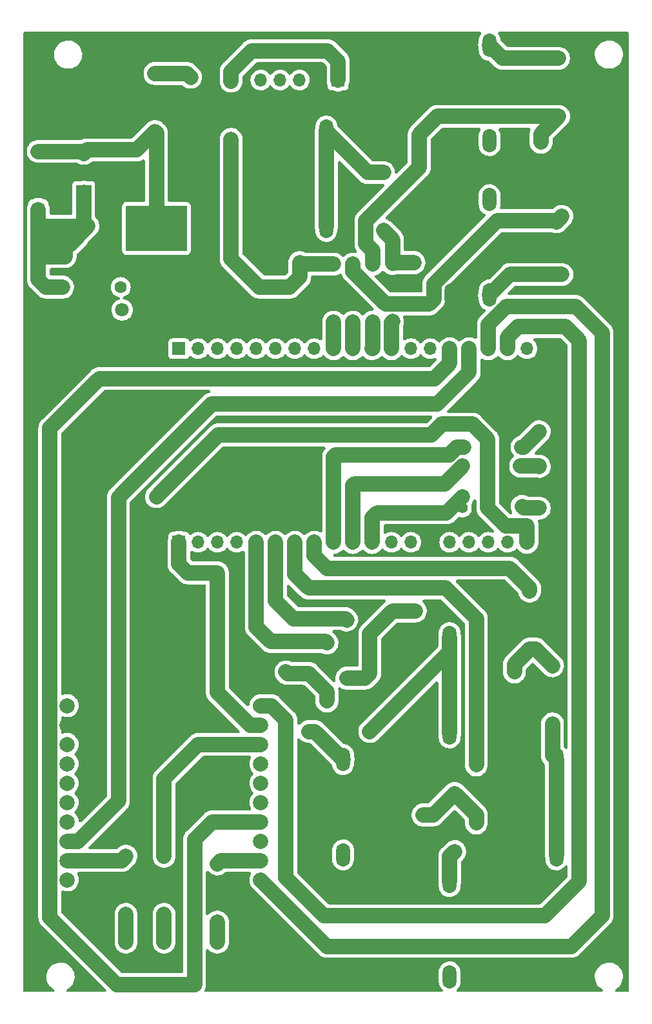
<source format=gbr>
%TF.GenerationSoftware,KiCad,Pcbnew,7.0.2*%
%TF.CreationDate,2024-06-30T13:29:06+09:00*%
%TF.ProjectId,______,b3f3c8ed-fce9-42e6-9b69-6361645f7063,rev?*%
%TF.SameCoordinates,PX6422c40PY981c6e0*%
%TF.FileFunction,Copper,L2,Bot*%
%TF.FilePolarity,Positive*%
%FSLAX46Y46*%
G04 Gerber Fmt 4.6, Leading zero omitted, Abs format (unit mm)*
G04 Created by KiCad (PCBNEW 7.0.2) date 2024-06-30 13:29:06*
%MOMM*%
%LPD*%
G01*
G04 APERTURE LIST*
%TA.AperFunction,ComponentPad*%
%ADD10C,1.400000*%
%TD*%
%TA.AperFunction,ComponentPad*%
%ADD11O,1.400000X1.400000*%
%TD*%
%TA.AperFunction,ComponentPad*%
%ADD12R,2.000000X1.905000*%
%TD*%
%TA.AperFunction,ComponentPad*%
%ADD13O,2.000000X1.905000*%
%TD*%
%TA.AperFunction,ComponentPad*%
%ADD14C,1.600000*%
%TD*%
%TA.AperFunction,ComponentPad*%
%ADD15O,1.600000X1.600000*%
%TD*%
%TA.AperFunction,ComponentPad*%
%ADD16O,1.850000X3.048000*%
%TD*%
%TA.AperFunction,ComponentPad*%
%ADD17R,1.800000X1.800000*%
%TD*%
%TA.AperFunction,ComponentPad*%
%ADD18C,1.800000*%
%TD*%
%TA.AperFunction,ComponentPad*%
%ADD19R,1.700000X1.700000*%
%TD*%
%TA.AperFunction,ComponentPad*%
%ADD20O,1.700000X1.700000*%
%TD*%
%TA.AperFunction,ComponentPad*%
%ADD21C,2.000000*%
%TD*%
%TA.AperFunction,ComponentPad*%
%ADD22R,1.600000X1.600000*%
%TD*%
%TA.AperFunction,ViaPad*%
%ADD23C,0.800000*%
%TD*%
%TA.AperFunction,Conductor*%
%ADD24C,2.000000*%
%TD*%
G04 APERTURE END LIST*
D10*
%TO.P,R4,1*%
%TO.N,sw2*%
X44500000Y50810000D03*
D11*
%TO.P,R4,2*%
%TO.N,Net-(C2-Pad1)*%
X44500000Y43190000D03*
%TD*%
D12*
%TO.P,U1,1,VI*%
%TO.N,+BATT*%
X9945000Y106960000D03*
D13*
%TO.P,U1,2,GND*%
%TO.N,GND*%
X9945000Y109500000D03*
%TO.P,U1,3,VO*%
%TO.N,+5V*%
X9945000Y112040000D03*
%TD*%
D14*
%TO.P,C1,1*%
%TO.N,Net-(C1-Pad1)*%
X36500000Y44000000D03*
%TO.P,C1,2*%
%TO.N,GND*%
X36500000Y41500000D03*
%TD*%
%TO.P,C10,1*%
%TO.N,+3.3V*%
X27500000Y57000000D03*
%TO.P,C10,2*%
%TO.N,GND*%
X30000000Y57000000D03*
%TD*%
D10*
%TO.P,R12,1*%
%TO.N,sw7*%
X47886421Y89898081D03*
D11*
%TO.P,R12,2*%
%TO.N,Net-(C6-Pad1)*%
X47886421Y97518081D03*
%TD*%
D10*
%TO.P,R3,1*%
%TO.N,Net-(R3-Pad1)*%
X47500000Y36190000D03*
D11*
%TO.P,R3,2*%
%TO.N,Net-(C2-Pad1)*%
X47500000Y43810000D03*
%TD*%
D14*
%TO.P,C13,1*%
%TO.N,+BATT*%
X7500000Y98500000D03*
%TO.P,C13,2*%
%TO.N,GND*%
X10000000Y98500000D03*
%TD*%
D10*
%TO.P,R7,1*%
%TO.N,Net-(R7-Pad1)*%
X71500000Y37190000D03*
D11*
%TO.P,R7,2*%
%TO.N,Net-(C4-Pad1)*%
X71500000Y44810000D03*
%TD*%
D14*
%TO.P,R22,1*%
%TO.N,Net-(D6-A)*%
X27500000Y11190000D03*
D15*
%TO.P,R22,2*%
%TO.N,XMIT*%
X27500000Y18810000D03*
%TD*%
D14*
%TO.P,C3,1*%
%TO.N,Net-(C3-Pad1)*%
X54500000Y25240000D03*
%TO.P,C3,2*%
%TO.N,GND*%
X52000000Y25240000D03*
%TD*%
%TO.P,R20,1*%
%TO.N,Net-(D4-A)*%
X20500000Y12190000D03*
D15*
%TO.P,R20,2*%
%TO.N,STATUS*%
X20500000Y19810000D03*
%TD*%
D10*
%TO.P,R1,1*%
%TO.N,Net-(R1-Pad1)*%
X39500000Y36190000D03*
D11*
%TO.P,R1,2*%
%TO.N,Net-(C1-Pad1)*%
X39500000Y43810000D03*
%TD*%
D16*
%TO.P,SW2,1*%
%TO.N,GND*%
X53000000Y36000000D03*
X53000000Y48500000D03*
%TO.P,SW2,2*%
%TO.N,Net-(R3-Pad1)*%
X58000000Y36000000D03*
X58000000Y48500000D03*
%TD*%
D14*
%TO.P,C4,1*%
%TO.N,Net-(C4-Pad1)*%
X66500000Y44000000D03*
%TO.P,C4,2*%
%TO.N,GND*%
X66500000Y41500000D03*
%TD*%
%TO.P,C11,1*%
%TO.N,+5V*%
X14000000Y112500000D03*
%TO.P,C11,2*%
%TO.N,GND*%
X14000000Y110000000D03*
%TD*%
D16*
%TO.P,SW7,1*%
%TO.N,GND*%
X36803081Y102468081D03*
X36803081Y114968081D03*
%TO.P,SW7,2*%
%TO.N,Net-(R13-Pad1)*%
X41803081Y102468081D03*
X41803081Y114968081D03*
%TD*%
D14*
%TO.P,R21,1*%
%TO.N,Net-(D5-A)*%
X15500000Y12190000D03*
D15*
%TO.P,R21,2*%
%TO.N,SLEEP*%
X15500000Y19810000D03*
%TD*%
D10*
%TO.P,R11,1*%
%TO.N,Net-(R11-Pad1)*%
X72303081Y124518081D03*
D11*
%TO.P,R11,2*%
%TO.N,Net-(C6-Pad1)*%
X72303081Y116898081D03*
%TD*%
D14*
%TO.P,C5,1*%
%TO.N,Net-(C5-Pad1)*%
X69303081Y103208081D03*
%TO.P,C5,2*%
%TO.N,GND*%
X69303081Y105708081D03*
%TD*%
D10*
%TO.P,R9,1*%
%TO.N,Net-(R9-Pad1)*%
X72740623Y96154000D03*
D11*
%TO.P,R9,2*%
%TO.N,Net-(C5-Pad1)*%
X72740623Y103774000D03*
%TD*%
D17*
%TO.P,D9,1,K*%
%TO.N,GND*%
X15000000Y88960000D03*
D18*
%TO.P,D9,2,A*%
%TO.N,Net-(D9-A)*%
X15000000Y91500000D03*
%TD*%
D17*
%TO.P,D1,1,K*%
%TO.N,GND*%
X72303688Y75513042D03*
D18*
%TO.P,D1,2,A*%
%TO.N,Net-(D1-A)*%
X69763688Y75513042D03*
%TD*%
D10*
%TO.P,R5,1*%
%TO.N,Net-(R5-Pad1)*%
X58650000Y20430000D03*
D11*
%TO.P,R5,2*%
%TO.N,Net-(C3-Pad1)*%
X58650000Y28050000D03*
%TD*%
D14*
%TO.P,R23,1*%
%TO.N,Net-(D7-A)*%
X19303081Y122518081D03*
D15*
%TO.P,R23,2*%
%TO.N,+5V*%
X19303081Y114898081D03*
%TD*%
D10*
%TO.P,R6,1*%
%TO.N,sw3*%
X61500000Y31810000D03*
D11*
%TO.P,R6,2*%
%TO.N,Net-(C3-Pad1)*%
X61500000Y24190000D03*
%TD*%
D19*
%TO.P,SW8,1,O*%
%TO.N,Net-(SW8-O)*%
X43353081Y121683081D03*
D20*
%TO.P,SW8,2,P*%
%TO.N,GND*%
X40813081Y121683081D03*
%TO.P,SW8,3,S*%
%TO.N,unconnected-(SW8-S-Pad3)*%
X38273081Y121683081D03*
%TO.P,SW8,4*%
%TO.N,N/C*%
X35733081Y121683081D03*
%TO.P,SW8,5*%
X33193081Y121683081D03*
%TD*%
D14*
%TO.P,C7,1*%
%TO.N,Net-(C7-Pad1)*%
X53303081Y97708081D03*
%TO.P,C7,2*%
%TO.N,GND*%
X53303081Y95208081D03*
%TD*%
D16*
%TO.P,SW6,1*%
%TO.N,GND*%
X58240623Y113724000D03*
X58240623Y126224000D03*
%TO.P,SW6,2*%
%TO.N,Net-(R11-Pad1)*%
X63240623Y113724000D03*
X63240623Y126224000D03*
%TD*%
D17*
%TO.P,D5,1,K*%
%TO.N,GND*%
X15500000Y6000000D03*
D18*
%TO.P,D5,2,A*%
%TO.N,Net-(D5-A)*%
X15500000Y8540000D03*
%TD*%
D16*
%TO.P,SW3,1*%
%TO.N,GND*%
X53000000Y4000000D03*
X53000000Y16500000D03*
%TO.P,SW3,2*%
%TO.N,Net-(R5-Pad1)*%
X58000000Y4000000D03*
X58000000Y16500000D03*
%TD*%
D10*
%TO.P,R15,1*%
%TO.N,Net-(SW8-O)*%
X29303081Y121518081D03*
D11*
%TO.P,R15,2*%
%TO.N,Net-(C8-Pad1)*%
X29303081Y113898081D03*
%TD*%
D16*
%TO.P,SW1,1*%
%TO.N,GND*%
X39000000Y20000000D03*
X39000000Y32500000D03*
%TO.P,SW1,2*%
%TO.N,Net-(R1-Pad1)*%
X44000000Y20000000D03*
X44000000Y32500000D03*
%TD*%
D17*
%TO.P,D4,1,K*%
%TO.N,GND*%
X20500000Y6000000D03*
D18*
%TO.P,D4,2,A*%
%TO.N,Net-(D4-A)*%
X20500000Y8540000D03*
%TD*%
D10*
%TO.P,R10,1*%
%TO.N,sw6*%
X45303081Y89898081D03*
D11*
%TO.P,R10,2*%
%TO.N,Net-(C5-Pad1)*%
X45303081Y97518081D03*
%TD*%
D10*
%TO.P,R2,1*%
%TO.N,sw1*%
X41888701Y47810000D03*
D11*
%TO.P,R2,2*%
%TO.N,Net-(C1-Pad1)*%
X41888701Y40190000D03*
%TD*%
D17*
%TO.P,D3,1,K*%
%TO.N,GND*%
X72303081Y65500000D03*
D18*
%TO.P,D3,2,A*%
%TO.N,Net-(D3-A)*%
X69763081Y65500000D03*
%TD*%
D14*
%TO.P,R24,1*%
%TO.N,Net-(D9-A)*%
X14810000Y94500000D03*
D15*
%TO.P,R24,2*%
%TO.N,+BATT*%
X7190000Y94500000D03*
%TD*%
D16*
%TO.P,SW5,1*%
%TO.N,GND*%
X58240623Y93468081D03*
X58240623Y105968081D03*
%TO.P,SW5,2*%
%TO.N,Net-(R9-Pad1)*%
X63240623Y93468081D03*
X63240623Y105968081D03*
%TD*%
D14*
%TO.P,C8,1*%
%TO.N,Net-(C8-Pad1)*%
X38303081Y97708081D03*
%TO.P,C8,2*%
%TO.N,GND*%
X35803081Y97708081D03*
%TD*%
D21*
%TO.P,U3,1,IO1/RTS/BUSY*%
%TO.N,BUSY*%
X33200000Y16710000D03*
%TO.P,U3,2,IO2*%
%TO.N,unconnected-(U3-IO2-Pad2)*%
X7800000Y16710000D03*
%TO.P,U3,3,IO3*%
%TO.N,XMIT*%
X33200000Y19250000D03*
%TO.P,U3,4,IO4*%
%TO.N,SLEEP*%
X7800000Y19250000D03*
%TO.P,U3,5,IO5*%
%TO.N,unconnected-(U3-IO5-Pad5)*%
X33200000Y21790000D03*
%TO.P,U3,6,IO6/RxD*%
%TO.N,IM920RX*%
X7800000Y21790000D03*
%TO.P,U3,7,IO7/TxD*%
%TO.N,IM920TX*%
X33200000Y24330000D03*
%TO.P,U3,8,IO8*%
%TO.N,unconnected-(U3-IO8-Pad8)*%
X7800000Y24330000D03*
%TO.P,U3,9,IO9*%
%TO.N,unconnected-(U3-IO9-Pad9)*%
X33200000Y26870000D03*
%TO.P,U3,10,IO10*%
%TO.N,unconnected-(U3-IO10-Pad10)*%
X7800000Y26870000D03*
%TO.P,U3,11,NC*%
%TO.N,unconnected-(U3-NC-Pad11)*%
X33200000Y29410000D03*
%TO.P,U3,12,NC*%
%TO.N,unconnected-(U3-NC-Pad12)*%
X7800000Y29410000D03*
%TO.P,U3,13,NC*%
%TO.N,unconnected-(U3-NC-Pad13)*%
X33200000Y31950000D03*
%TO.P,U3,14,NC*%
%TO.N,unconnected-(U3-NC-Pad14)*%
X7800000Y31950000D03*
%TO.P,U3,15,STATUS*%
%TO.N,STATUS*%
X33200000Y34490000D03*
%TO.P,U3,16,REG*%
%TO.N,REG*%
X7800000Y34490000D03*
%TO.P,U3,17,VCC*%
%TO.N,+3.3V*%
X33200000Y37030000D03*
%TO.P,U3,18,GND*%
%TO.N,GND*%
X7800000Y37030000D03*
%TO.P,U3,19,RESET*%
%TO.N,RESET*%
X33200000Y39570000D03*
%TO.P,U3,20,TEST*%
%TO.N,unconnected-(U3-TEST-Pad20)*%
X7800000Y39570000D03*
%TD*%
D10*
%TO.P,R13,1*%
%TO.N,Net-(R13-Pad1)*%
X49303081Y109518081D03*
D11*
%TO.P,R13,2*%
%TO.N,Net-(C7-Pad1)*%
X49303081Y101898081D03*
%TD*%
D22*
%TO.P,D8,1,K*%
%TO.N,+BATT*%
X4000000Y104690000D03*
D15*
%TO.P,D8,2,A*%
%TO.N,+5V*%
X4000000Y112310000D03*
%TD*%
D14*
%TO.P,C2,1*%
%TO.N,Net-(C2-Pad1)*%
X53500000Y52000000D03*
%TO.P,C2,2*%
%TO.N,GND*%
X56000000Y52000000D03*
%TD*%
%TO.P,C6,1*%
%TO.N,Net-(C6-Pad1)*%
X70000000Y113500000D03*
%TO.P,C6,2*%
%TO.N,GND*%
X72500000Y113500000D03*
%TD*%
%TO.P,C12,1*%
%TO.N,+BATT*%
X10500000Y102500000D03*
%TO.P,C12,2*%
%TO.N,GND*%
X13000000Y102500000D03*
%TD*%
D17*
%TO.P,D2,1,K*%
%TO.N,GND*%
X72303688Y70971277D03*
D18*
%TO.P,D2,2,A*%
%TO.N,Net-(D2-A)*%
X69763688Y70971277D03*
%TD*%
D10*
%TO.P,R18,1*%
%TO.N,Net-(U2-GPIO26{slash}26)*%
X59690000Y71000000D03*
D11*
%TO.P,R18,2*%
%TO.N,Net-(D2-A)*%
X67310000Y71000000D03*
%TD*%
D17*
%TO.P,D7,1,K*%
%TO.N,GND*%
X24000000Y119500000D03*
D18*
%TO.P,D7,2,A*%
%TO.N,Net-(D7-A)*%
X24000000Y122040000D03*
%TD*%
D10*
%TO.P,R19,1*%
%TO.N,Net-(U2-GPIO27{slash}27)*%
X59690000Y65500000D03*
D11*
%TO.P,R19,2*%
%TO.N,Net-(D3-A)*%
X67310000Y65500000D03*
%TD*%
D10*
%TO.P,R8,1*%
%TO.N,sw4*%
X68500000Y54620000D03*
D11*
%TO.P,R8,2*%
%TO.N,Net-(C4-Pad1)*%
X68500000Y47000000D03*
%TD*%
D16*
%TO.P,SW4,1*%
%TO.N,GND*%
X67000000Y20000000D03*
X67000000Y32500000D03*
%TO.P,SW4,2*%
%TO.N,Net-(R7-Pad1)*%
X72000000Y20000000D03*
X72000000Y32500000D03*
%TD*%
D10*
%TO.P,R14,1*%
%TO.N,sw8*%
X50488977Y89975936D03*
D11*
%TO.P,R14,2*%
%TO.N,Net-(C7-Pad1)*%
X50488977Y97595936D03*
%TD*%
D10*
%TO.P,R16,1*%
%TO.N,sw5*%
X42760977Y89896266D03*
D11*
%TO.P,R16,2*%
%TO.N,Net-(C8-Pad1)*%
X42760977Y97516266D03*
%TD*%
D19*
%TO.P,U2,1,3V3*%
%TO.N,+3.3V*%
X22443081Y61008081D03*
D20*
%TO.P,U2,2,EN*%
%TO.N,unconnected-(U2-EN-Pad2)*%
X24983081Y61008081D03*
%TO.P,U2,3,SENSOR_VP/VP*%
%TO.N,unconnected-(U2-SENSOR_VP{slash}VP-Pad3)*%
X27523081Y61008081D03*
%TO.P,U2,4,SENSOR_VN/VN*%
%TO.N,unconnected-(U2-SENSOR_VN{slash}VN-Pad4)*%
X30063081Y61008081D03*
%TO.P,U2,5,GPIO34/34*%
%TO.N,sw1*%
X32603081Y61008081D03*
%TO.P,U2,6,GPIO35/35*%
%TO.N,sw2*%
X35143081Y61008081D03*
%TO.P,U2,7,GPIO32/32*%
%TO.N,sw3*%
X37683081Y61008081D03*
%TO.P,U2,8,GPIO33/33*%
%TO.N,sw4*%
X40223081Y61008081D03*
%TO.P,U2,9,GPIO25/25*%
%TO.N,Net-(U2-GPIO25{slash}25)*%
X42763081Y61008081D03*
%TO.P,U2,10,GPIO26/26*%
%TO.N,Net-(U2-GPIO26{slash}26)*%
X45303081Y61008081D03*
%TO.P,U2,11,GPIO27/27*%
%TO.N,Net-(U2-GPIO27{slash}27)*%
X47843081Y61008081D03*
%TO.P,U2,12,MTMS/GPIO14/14*%
%TO.N,unconnected-(U2-MTMS{slash}GPIO14{slash}14-Pad12)*%
X50383081Y61008081D03*
%TO.P,U2,13,MTDI/GPIO13/13*%
%TO.N,unconnected-(U2-MTDI{slash}GPIO13{slash}13-Pad13)*%
X52923081Y61008081D03*
%TO.P,U2,14,GND*%
%TO.N,GND*%
X55463081Y61008081D03*
%TO.P,U2,15,MTCK/GPIO13/13*%
%TO.N,unconnected-(U2-MTCK{slash}GPIO13{slash}13-Pad15)*%
X58003081Y61008081D03*
%TO.P,U2,16,SHD/SD2/SD_DATA_2/D2*%
%TO.N,unconnected-(U2-SHD{slash}SD2{slash}SD_DATA_2{slash}D2-Pad16)*%
X60543081Y61008081D03*
%TO.P,U2,17,SHD/SD3/SD_DATA_3/D3*%
%TO.N,unconnected-(U2-SHD{slash}SD3{slash}SD_DATA_3{slash}D3-Pad17)*%
X63083081Y61008081D03*
%TO.P,U2,18,SCS/CMD/CD_CMD*%
%TO.N,unconnected-(U2-SCS{slash}CMD{slash}CD_CMD-Pad18)*%
X65623081Y61008081D03*
%TO.P,U2,19,5V*%
%TO.N,+5V*%
X68163081Y61008081D03*
D19*
%TO.P,U2,20,CD_CLK/SDK/SLK*%
%TO.N,unconnected-(U2-CD_CLK{slash}SDK{slash}SLK-Pad20)*%
X22443081Y86408081D03*
D20*
%TO.P,U2,21,SD_DATA_0/SDI/SD1*%
%TO.N,unconnected-(U2-SD_DATA_0{slash}SDI{slash}SD1-Pad21)*%
X24983081Y86408081D03*
%TO.P,U2,22,SD_SATA_1/SDO/SD0*%
%TO.N,unconnected-(U2-SD_SATA_1{slash}SDO{slash}SD0-Pad22)*%
X27523081Y86408081D03*
%TO.P,U2,23,15/GPIO15/MTDO*%
%TO.N,a13*%
X30063081Y86408081D03*
%TO.P,U2,24,2/GPIO2*%
%TO.N,a12*%
X32603081Y86408081D03*
%TO.P,U2,25,0/GPIO0*%
%TO.N,a11*%
X35143081Y86408081D03*
%TO.P,U2,26,4/GPIO4*%
%TO.N,a10*%
X37683081Y86408081D03*
%TO.P,U2,27,16/GPIO16*%
%TO.N,unconnected-(U2-16{slash}GPIO16-Pad27)*%
X40223081Y86408081D03*
%TO.P,U2,28,17/GPIO17*%
%TO.N,sw5*%
X42763081Y86408081D03*
%TO.P,U2,29,5/GPIO5*%
%TO.N,sw6*%
X45303081Y86408081D03*
%TO.P,U2,30,18/GPIO18*%
%TO.N,sw7*%
X47843081Y86408081D03*
%TO.P,U2,31,19/GPIO19*%
%TO.N,sw8*%
X50383081Y86408081D03*
%TO.P,U2,32*%
%TO.N,N/C*%
X52923081Y86408081D03*
%TO.P,U2,33,21/GPIO21*%
%TO.N,unconnected-(U2-21{slash}GPIO21-Pad33)*%
X55463081Y86408081D03*
%TO.P,U2,34,RX/UORXD*%
%TO.N,IM920TX*%
X58003081Y86408081D03*
%TO.P,U2,35,TX/UOTXD*%
%TO.N,IM920RX*%
X60543081Y86408081D03*
%TO.P,U2,36,22/GPIO22*%
%TO.N,BUSY*%
X63083081Y86408081D03*
%TO.P,U2,37,23/GPIO23*%
%TO.N,RESET*%
X65623081Y86408081D03*
%TO.P,U2,38*%
%TO.N,N/C*%
X68163081Y86408081D03*
%TD*%
D10*
%TO.P,R17,1*%
%TO.N,Net-(U2-GPIO25{slash}25)*%
X59880000Y73500000D03*
D11*
%TO.P,R17,2*%
%TO.N,Net-(D1-A)*%
X67500000Y73500000D03*
%TD*%
D17*
%TO.P,D6,1,K*%
%TO.N,GND*%
X27500000Y6000000D03*
D18*
%TO.P,D6,2,A*%
%TO.N,Net-(D6-A)*%
X27500000Y8540000D03*
%TD*%
D14*
%TO.P,C9,1*%
%TO.N,+3.3V*%
X27500000Y53000000D03*
%TO.P,C9,2*%
%TO.N,GND*%
X30000000Y53000000D03*
%TD*%
D23*
%TO.N,+5V*%
X19500000Y67000000D03*
X19500000Y103000000D03*
%TO.N,GND*%
X11500000Y90000000D03*
X11500000Y76000000D03*
X18000000Y15500000D03*
X44500000Y16000000D03*
X36500000Y8000000D03*
X31000000Y12500000D03*
%TD*%
D24*
%TO.N,+5V*%
X19500000Y114701162D02*
X19303081Y114898081D01*
X27595953Y75095953D02*
X19500000Y67000000D01*
X16905000Y112500000D02*
X19303081Y114898081D01*
X68163081Y61008081D02*
X68163081Y63200000D01*
X57000000Y76500000D02*
X55595953Y75095953D01*
X61000000Y76500000D02*
X57000000Y76500000D01*
X14000000Y112500000D02*
X16905000Y112500000D01*
X19500000Y103000000D02*
X19500000Y114701162D01*
X65300000Y63200000D02*
X63000000Y65500000D01*
X9675000Y112310000D02*
X9945000Y112040000D01*
X9945000Y112040000D02*
X10405000Y112500000D01*
X4000000Y112310000D02*
X9675000Y112310000D01*
X68163081Y63200000D02*
X65300000Y63200000D01*
X63000000Y65500000D02*
X63000000Y74500000D01*
X10405000Y112500000D02*
X14000000Y112500000D01*
X63000000Y74500000D02*
X61000000Y76500000D01*
X55595953Y75095953D02*
X27595953Y75095953D01*
%TO.N,Net-(D1-A)*%
X67750646Y73500000D02*
X69763688Y75513042D01*
X67500000Y73500000D02*
X67750646Y73500000D01*
%TO.N,Net-(D2-A)*%
X67310000Y71000000D02*
X69734965Y71000000D01*
X69734965Y71000000D02*
X69763688Y70971277D01*
%TO.N,Net-(D3-A)*%
X69763081Y65500000D02*
X67734264Y65500000D01*
X67734264Y65500000D02*
X67522132Y65712132D01*
%TO.N,Net-(D4-A)*%
X20500000Y8540000D02*
X20500000Y12190000D01*
%TO.N,IM920RX*%
X60543081Y83295773D02*
X60543081Y86408081D01*
X56378506Y79131198D02*
X60543081Y83295773D01*
X26726198Y79131198D02*
X56378506Y79131198D01*
X7800000Y21790000D02*
X9214213Y21790000D01*
X14500000Y66905000D02*
X26726198Y79131198D01*
X14500000Y27075787D02*
X14500000Y66905000D01*
X9214213Y21790000D02*
X14500000Y27075787D01*
%TO.N,IM920TX*%
X26830000Y24330000D02*
X33200000Y24330000D01*
X5500000Y11800000D02*
X14300000Y3000000D01*
X58003081Y86408081D02*
X58003081Y84503081D01*
X24500000Y22000000D02*
X26830000Y24330000D01*
X12000000Y82500000D02*
X5500000Y76000000D01*
X24500000Y3000000D02*
X24500000Y22000000D01*
X14300000Y3000000D02*
X24500000Y3000000D01*
X5500000Y76000000D02*
X5500000Y11800000D01*
X56000000Y82500000D02*
X12000000Y82500000D01*
X58003081Y84503081D02*
X56000000Y82500000D01*
%TO.N,Net-(D5-A)*%
X15500000Y8540000D02*
X15500000Y12190000D01*
%TO.N,Net-(D6-A)*%
X27500000Y8540000D02*
X27500000Y11190000D01*
%TO.N,Net-(U2-GPIO25{slash}25)*%
X42763081Y61008081D02*
X42763081Y72263081D01*
X42763081Y72263081D02*
X43000000Y72500000D01*
X57937308Y72500000D02*
X58937308Y73500000D01*
X58937308Y73500000D02*
X59880000Y73500000D01*
X43000000Y72500000D02*
X57937308Y72500000D01*
%TO.N,Net-(U2-GPIO26{slash}26)*%
X45303081Y68518081D02*
X45493081Y68708081D01*
X57398081Y68708081D02*
X45493081Y68708081D01*
X59690000Y71000000D02*
X57398081Y68708081D01*
X45303081Y61008081D02*
X45303081Y68518081D01*
%TO.N,Net-(U2-GPIO27{slash}27)*%
X48493081Y64898081D02*
X57588081Y64898081D01*
X47843081Y61008081D02*
X47843081Y64248081D01*
X57588081Y64898081D02*
X59690000Y67000000D01*
X47843081Y64248081D02*
X48493081Y64898081D01*
%TO.N,STATUS*%
X24990000Y34490000D02*
X33200000Y34490000D01*
X20500000Y30000000D02*
X24990000Y34490000D01*
X20500000Y19810000D02*
X20500000Y30000000D01*
%TO.N,SLEEP*%
X15500000Y19810000D02*
X14940000Y19250000D01*
X14940000Y19250000D02*
X7900000Y19250000D01*
%TO.N,XMIT*%
X27940000Y19250000D02*
X33200000Y19250000D01*
X27500000Y18810000D02*
X27940000Y19250000D01*
%TO.N,BUSY*%
X78000000Y12052000D02*
X78000000Y88500000D01*
X78000000Y88500000D02*
X74552544Y91947456D01*
X74552544Y91947456D02*
X65465623Y91947456D01*
X33200000Y16710000D02*
X41910000Y8000000D01*
X63083081Y89564914D02*
X63083081Y86408081D01*
X73948000Y8000000D02*
X78000000Y12052000D01*
X65465623Y91947456D02*
X63083081Y89564914D01*
X41910000Y8000000D02*
X73948000Y8000000D01*
%TO.N,sw1*%
X32603081Y49896919D02*
X32603081Y61008081D01*
X34500000Y48000000D02*
X32603081Y49896919D01*
X41698701Y48000000D02*
X34500000Y48000000D01*
X41888701Y47810000D02*
X41698701Y48000000D01*
%TO.N,sw2*%
X37500000Y51000000D02*
X44310000Y51000000D01*
X35143081Y53356919D02*
X37500000Y51000000D01*
X44310000Y51000000D02*
X44500000Y50810000D01*
X35143081Y61008081D02*
X35143081Y53356919D01*
%TO.N,RESET*%
X75000000Y87500000D02*
X75000000Y16500000D01*
X73215000Y89285000D02*
X75000000Y87500000D01*
X65623081Y86408081D02*
X65623081Y87916811D01*
X41500000Y12000000D02*
X36500000Y17000000D01*
X36500000Y17000000D02*
X36500000Y37684213D01*
X36500000Y37684213D02*
X34614213Y39570000D01*
X75000000Y16500000D02*
X70500000Y12000000D01*
X66991270Y89285000D02*
X73215000Y89285000D01*
X34614213Y39570000D02*
X33200000Y39570000D01*
X70500000Y12000000D02*
X41500000Y12000000D01*
X65623081Y87916811D02*
X66991270Y89285000D01*
%TO.N,sw3*%
X37683081Y56816919D02*
X39500000Y55000000D01*
X37683081Y61008081D02*
X37683081Y56816919D01*
X39500000Y55000000D02*
X57500000Y55000000D01*
X61500000Y51000000D02*
X61500000Y31810000D01*
X57500000Y55000000D02*
X61500000Y51000000D01*
%TO.N,sw4*%
X40223081Y61008081D02*
X40223081Y59276919D01*
X65886681Y57613319D02*
X68500000Y55000000D01*
X68500000Y55000000D02*
X68500000Y54620000D01*
X41886681Y57613319D02*
X65886681Y57613319D01*
X40223081Y59276919D02*
X41886681Y57613319D01*
%TO.N,+3.3V*%
X23601162Y57000000D02*
X27500000Y57000000D01*
X22443081Y58158081D02*
X23601162Y57000000D01*
X31785787Y37030000D02*
X27500000Y41315787D01*
X33200000Y37030000D02*
X31785787Y37030000D01*
X22443081Y61008081D02*
X22443081Y58158081D01*
X27500000Y41315787D02*
X27500000Y57000000D01*
%TO.N,sw8*%
X50383081Y86408081D02*
X50383081Y89870040D01*
X50383081Y89870040D02*
X50488977Y89975936D01*
%TO.N,sw7*%
X47886421Y86451421D02*
X47843081Y86408081D01*
X47886421Y89898081D02*
X47886421Y86451421D01*
%TO.N,sw6*%
X45303081Y86408081D02*
X45303081Y89898081D01*
%TO.N,sw5*%
X42760977Y86410185D02*
X42763081Y86408081D01*
X42760977Y89896266D02*
X42760977Y86410185D01*
%TO.N,Net-(C1-Pad1)*%
X41888701Y41421299D02*
X39500000Y43810000D01*
X36690000Y43810000D02*
X39500000Y43810000D01*
X36500000Y44000000D02*
X36690000Y43810000D01*
X41888701Y40190000D02*
X41888701Y41421299D01*
%TO.N,Net-(C2-Pad1)*%
X44500000Y43190000D02*
X46880000Y43190000D01*
X46880000Y43190000D02*
X47500000Y43810000D01*
X53500000Y52000000D02*
X50500000Y52000000D01*
X50500000Y52000000D02*
X47500000Y49000000D01*
X47500000Y49000000D02*
X47500000Y43810000D01*
%TO.N,Net-(C3-Pad1)*%
X61500000Y24190000D02*
X61500000Y25200000D01*
X61500000Y25200000D02*
X58650000Y28050000D01*
X55840000Y25240000D02*
X58650000Y28050000D01*
X54500000Y25240000D02*
X55840000Y25240000D01*
%TO.N,Net-(C4-Pad1)*%
X66500000Y44000000D02*
X66500000Y45000000D01*
X69310000Y47000000D02*
X71500000Y44810000D01*
X68500000Y47000000D02*
X69310000Y47000000D01*
X66500000Y45000000D02*
X68500000Y47000000D01*
%TO.N,Net-(C5-Pad1)*%
X55915752Y94897585D02*
X64226248Y103208081D01*
X72740623Y103774000D02*
X72040623Y103074000D01*
X69303081Y103208081D02*
X71906542Y103208081D01*
X49555277Y92275936D02*
X55272266Y92275936D01*
X45303081Y96528132D02*
X49555277Y92275936D01*
X45303081Y97518081D02*
X45303081Y96528132D01*
X55272266Y92275936D02*
X55915752Y92919422D01*
X64226248Y103208081D02*
X69303081Y103208081D01*
X71906542Y103208081D02*
X72040623Y103074000D01*
X55915752Y92919422D02*
X55915752Y94897585D01*
%TO.N,Net-(C6-Pad1)*%
X47000000Y103187752D02*
X54000000Y110187752D01*
X47000000Y100177822D02*
X47000000Y103187752D01*
X54000000Y110187752D02*
X54000000Y114500000D01*
X47886421Y99291401D02*
X47000000Y100177822D01*
X54000000Y114500000D02*
X56398081Y116898081D01*
X70000000Y114595000D02*
X70000000Y113500000D01*
X47886421Y97518081D02*
X47886421Y99291401D01*
X56398081Y116898081D02*
X72303081Y116898081D01*
X72303081Y116898081D02*
X70000000Y114595000D01*
%TO.N,Net-(C7-Pad1)*%
X49303081Y101898081D02*
X50488977Y100712185D01*
X50488977Y100712185D02*
X50488977Y97595936D01*
X53303081Y97708081D02*
X50601122Y97708081D01*
X50601122Y97708081D02*
X50488977Y97595936D01*
%TO.N,Net-(C8-Pad1)*%
X38494896Y97516266D02*
X38303081Y97708081D01*
X29303081Y98196919D02*
X33000000Y94500000D01*
X33000000Y94500000D02*
X37000000Y94500000D01*
X38303081Y95803081D02*
X38303081Y97708081D01*
X37000000Y94500000D02*
X38303081Y95803081D01*
X42760977Y97516266D02*
X38494896Y97516266D01*
X29303081Y113898081D02*
X29303081Y98196919D01*
%TO.N,Net-(R1-Pad1)*%
X39500000Y36190000D02*
X40310000Y36190000D01*
X40310000Y36190000D02*
X44000000Y32500000D01*
%TO.N,Net-(R3-Pad1)*%
X47500000Y36190000D02*
X58000000Y46690000D01*
X58000000Y46690000D02*
X58000000Y48500000D01*
X58000000Y36000000D02*
X58000000Y48500000D01*
%TO.N,Net-(R5-Pad1)*%
X58000000Y16500000D02*
X58000000Y19780000D01*
X58000000Y19780000D02*
X58650000Y20430000D01*
%TO.N,Net-(R7-Pad1)*%
X71500000Y37190000D02*
X71500000Y33000000D01*
X71500000Y33000000D02*
X72000000Y32500000D01*
X72000000Y20000000D02*
X72000000Y32500000D01*
%TO.N,Net-(R9-Pad1)*%
X65926542Y96154000D02*
X63240623Y93468081D01*
X72740623Y96154000D02*
X65926542Y96154000D01*
%TO.N,Net-(R11-Pad1)*%
X72303081Y124518081D02*
X64946542Y124518081D01*
X64946542Y124518081D02*
X63240623Y126224000D01*
%TO.N,Net-(R13-Pad1)*%
X49303081Y109518081D02*
X47253081Y109518081D01*
X47253081Y109518081D02*
X41803081Y114968081D01*
X41803081Y102468081D02*
X41803081Y114968081D01*
%TO.N,Net-(SW8-O)*%
X43353081Y124146919D02*
X43353081Y121683081D01*
X32000000Y125500000D02*
X42000000Y125500000D01*
X29303081Y121518081D02*
X29303081Y122803081D01*
X42000000Y125500000D02*
X43353081Y124146919D01*
X29303081Y122803081D02*
X32000000Y125500000D01*
%TO.N,Net-(D7-A)*%
X24000000Y122040000D02*
X23521919Y122518081D01*
X23521919Y122518081D02*
X19303081Y122518081D01*
%TO.N,+BATT*%
X9945000Y106960000D02*
X9945000Y103055000D01*
X7190000Y94500000D02*
X5000000Y94500000D01*
X10500000Y102500000D02*
X7500000Y99500000D01*
X7500000Y99500000D02*
X7500000Y98500000D01*
X5000000Y94500000D02*
X4000000Y95500000D01*
X4000000Y95500000D02*
X4000000Y98500000D01*
X9945000Y103055000D02*
X10500000Y102500000D01*
X4000000Y98500000D02*
X7500000Y98500000D01*
X4000000Y98500000D02*
X4000000Y104690000D01*
%TD*%
%TA.AperFunction,Conductor*%
%TO.N,+BATT*%
G36*
X4250000Y103390000D02*
G01*
X4844518Y103390000D01*
X4851132Y103390355D01*
X4907371Y103396401D01*
X5042091Y103446649D01*
X5080319Y103475266D01*
X5145783Y103499684D01*
X5154630Y103500000D01*
X9374999Y103500000D01*
X9442038Y103480315D01*
X9487793Y103427511D01*
X9497737Y103358353D01*
X9476574Y103304876D01*
X9369865Y103152481D01*
X9273733Y102946327D01*
X9214858Y102726603D01*
X9195033Y102500000D01*
X9214858Y102273398D01*
X9273733Y102053674D01*
X9369866Y101847516D01*
X9420972Y101774529D01*
X9420973Y101774528D01*
X10000000Y102353556D01*
X10000000Y101646450D01*
X9774526Y101420975D01*
X9774526Y101420974D01*
X9847515Y101369867D01*
X9928403Y101332150D01*
X9980843Y101285979D01*
X10000000Y101219767D01*
X10000000Y100551363D01*
X9980315Y100484324D01*
X9963681Y100463682D01*
X8743832Y99243834D01*
X8682509Y99210349D01*
X8612817Y99215333D01*
X8601950Y99223468D01*
X8579025Y99225474D01*
X7897953Y98544403D01*
X7885165Y98625148D01*
X7827641Y98738045D01*
X7738045Y98827641D01*
X7625148Y98885165D01*
X7544400Y98897954D01*
X8225472Y99579026D01*
X8225471Y99579028D01*
X8152484Y99630134D01*
X7946326Y99726267D01*
X7726602Y99785142D01*
X7500000Y99804967D01*
X7273397Y99785142D01*
X7053672Y99726267D01*
X6847516Y99630135D01*
X6774527Y99579027D01*
X6774526Y99579027D01*
X7455600Y98897954D01*
X7374852Y98885165D01*
X7261955Y98827641D01*
X7172359Y98738045D01*
X7114835Y98625148D01*
X7102046Y98544401D01*
X6420973Y99225473D01*
X6369865Y99152484D01*
X6273733Y98946328D01*
X6214858Y98726603D01*
X6195033Y98500000D01*
X6214858Y98273398D01*
X6273733Y98053674D01*
X6369865Y97847520D01*
X6476574Y97695124D01*
X6498901Y97628918D01*
X6481891Y97561150D01*
X6430943Y97513337D01*
X6374999Y97500000D01*
X3124000Y97500000D01*
X3056961Y97519685D01*
X3011206Y97572489D01*
X3000000Y97624000D01*
X3000000Y99804967D01*
X3000000Y103268318D01*
X3019684Y103335353D01*
X3072488Y103381108D01*
X3137255Y103391603D01*
X3148869Y103390355D01*
X3155482Y103390000D01*
X3749999Y103390000D01*
X3749999Y103500000D01*
X4250000Y103500000D01*
X4250000Y103390000D01*
G37*
%TD.AperFunction*%
%TD*%
%TA.AperFunction,Conductor*%
%TO.N,+5V*%
G36*
X23443039Y105170315D02*
G01*
X23488794Y105117511D01*
X23500000Y105066000D01*
X23500000Y99314000D01*
X23480315Y99246961D01*
X23427511Y99201206D01*
X23376000Y99190000D01*
X15624000Y99190000D01*
X15556961Y99209685D01*
X15511206Y99262489D01*
X15500000Y99314000D01*
X15500000Y105066000D01*
X15519685Y105133039D01*
X15572489Y105178794D01*
X15624000Y105190000D01*
X23376000Y105190000D01*
X23443039Y105170315D01*
G37*
%TD.AperFunction*%
%TD*%
%TA.AperFunction,Conductor*%
%TO.N,GND*%
G36*
X62028292Y127979793D02*
G01*
X62097533Y127924574D01*
X62135960Y127844782D01*
X62135960Y127756218D01*
X62097533Y127676426D01*
X62096825Y127675544D01*
X62055312Y127624130D01*
X61936970Y127412288D01*
X61936969Y127412286D01*
X61856132Y127183495D01*
X61856132Y127183493D01*
X61818043Y126961353D01*
X61815123Y126944326D01*
X61815123Y126723536D01*
X61806850Y126666754D01*
X61767024Y126532983D01*
X61736266Y126286221D01*
X61746541Y126037761D01*
X61797572Y125794390D01*
X61801508Y125784304D01*
X61815123Y125711962D01*
X61815123Y125564446D01*
X61815481Y125560232D01*
X61815482Y125560225D01*
X61830547Y125383221D01*
X61848640Y125313734D01*
X61891692Y125148392D01*
X61938155Y125045605D01*
X61991643Y124927274D01*
X62127521Y124726236D01*
X62295426Y124551047D01*
X62490519Y124406757D01*
X62707195Y124297511D01*
X62939212Y124226457D01*
X63074727Y124209104D01*
X63157867Y124178590D01*
X63190165Y124152430D01*
X63810916Y123531679D01*
X63827242Y123513192D01*
X63838804Y123498337D01*
X63904441Y123437914D01*
X63910376Y123432219D01*
X63929416Y123413179D01*
X63932556Y123410519D01*
X63932560Y123410516D01*
X63949963Y123395777D01*
X63956097Y123390361D01*
X64009077Y123341590D01*
X64021759Y123329915D01*
X64037509Y123319626D01*
X64057282Y123304883D01*
X64071648Y123292715D01*
X64071650Y123292714D01*
X64071651Y123292713D01*
X64148284Y123247050D01*
X64155264Y123242693D01*
X64185069Y123223220D01*
X64229935Y123193908D01*
X64247177Y123186345D01*
X64269086Y123175068D01*
X64285269Y123165425D01*
X64336597Y123145397D01*
X64368375Y123132997D01*
X64375975Y123129849D01*
X64457661Y123094018D01*
X64475904Y123089399D01*
X64499388Y123081876D01*
X64516928Y123075031D01*
X64604264Y123056719D01*
X64612258Y123054868D01*
X64698714Y123032974D01*
X64698718Y123032974D01*
X64698721Y123032973D01*
X64717480Y123031419D01*
X64741871Y123027866D01*
X64760305Y123024000D01*
X64849470Y123020313D01*
X64857594Y123019809D01*
X64884475Y123017581D01*
X64911395Y123017581D01*
X64919616Y123017412D01*
X65008763Y123013724D01*
X65024221Y123015651D01*
X65027449Y123016053D01*
X65052061Y123017581D01*
X72361028Y123017581D01*
X72365148Y123017581D01*
X72448630Y123024499D01*
X72550898Y123032972D01*
X72573675Y123038740D01*
X72791962Y123094018D01*
X73019688Y123193908D01*
X73227866Y123329917D01*
X73410819Y123498337D01*
X73563555Y123694572D01*
X73681909Y123913271D01*
X73762652Y124148467D01*
X73803581Y124393746D01*
X73803581Y124642416D01*
X73762652Y124887695D01*
X73747361Y124932236D01*
X77055787Y124932236D01*
X77079417Y124717486D01*
X77085414Y124662982D01*
X77153928Y124400912D01*
X77259870Y124151610D01*
X77300707Y124084697D01*
X77400980Y123920392D01*
X77415314Y123903168D01*
X77574255Y123712180D01*
X77698305Y123601031D01*
X77775999Y123531417D01*
X78001908Y123381957D01*
X78001910Y123381956D01*
X78247176Y123266980D01*
X78392628Y123223220D01*
X78506569Y123188940D01*
X78774558Y123149500D01*
X78774561Y123149500D01*
X78973999Y123149500D01*
X78977631Y123149500D01*
X79180156Y123164323D01*
X79444553Y123223220D01*
X79697558Y123319986D01*
X79933777Y123452559D01*
X80148177Y123618112D01*
X80336186Y123813119D01*
X80493799Y124033421D01*
X80617656Y124274325D01*
X80705118Y124530695D01*
X80754319Y124797067D01*
X80764212Y125067765D01*
X80734586Y125337018D01*
X80666072Y125599088D01*
X80560130Y125848390D01*
X80419018Y126079610D01*
X80245745Y126287820D01*
X80044002Y126468582D01*
X80044000Y126468584D01*
X79818091Y126618044D01*
X79572822Y126733021D01*
X79313430Y126811061D01*
X79045442Y126850500D01*
X79045439Y126850500D01*
X78842369Y126850500D01*
X78838751Y126850236D01*
X78838745Y126850235D01*
X78639844Y126835678D01*
X78375445Y126776780D01*
X78122443Y126680015D01*
X77886221Y126547441D01*
X77671821Y126381888D01*
X77483817Y126186885D01*
X77483814Y126186882D01*
X77483814Y126186881D01*
X77377128Y126037761D01*
X77326199Y125966576D01*
X77202342Y125725673D01*
X77114883Y125469310D01*
X77065680Y125202931D01*
X77055787Y124932236D01*
X73747361Y124932236D01*
X73681909Y125122891D01*
X73595505Y125282552D01*
X73563556Y125341589D01*
X73410819Y125537825D01*
X73227866Y125706245D01*
X73019689Y125842254D01*
X72791962Y125942144D01*
X72550898Y126003191D01*
X72369257Y126018241D01*
X72369245Y126018242D01*
X72365148Y126018581D01*
X72361028Y126018581D01*
X65650498Y126018581D01*
X65564155Y126038288D01*
X65509784Y126076867D01*
X64714087Y126872564D01*
X64666968Y126947552D01*
X64656518Y126996403D01*
X64650698Y127064780D01*
X64650698Y127064782D01*
X64589554Y127299608D01*
X64489604Y127520723D01*
X64489603Y127520724D01*
X64489602Y127520727D01*
X64375825Y127689065D01*
X64343802Y127771636D01*
X64350778Y127859925D01*
X64395369Y127936443D01*
X64468745Y127986036D01*
X64540698Y127999500D01*
X81300500Y127999500D01*
X81386843Y127979793D01*
X81456084Y127924574D01*
X81494511Y127844782D01*
X81499500Y127800500D01*
X81499500Y2199500D01*
X81479793Y2113157D01*
X81424574Y2043916D01*
X81344782Y2005489D01*
X81300500Y2000500D01*
X79889480Y2000500D01*
X79803137Y2020207D01*
X79733896Y2075426D01*
X79695469Y2155218D01*
X79695469Y2243782D01*
X79733896Y2323574D01*
X79792086Y2373038D01*
X79807978Y2381957D01*
X79933777Y2452559D01*
X80148177Y2618112D01*
X80336186Y2813119D01*
X80493799Y3033421D01*
X80617656Y3274325D01*
X80705118Y3530695D01*
X80754319Y3797067D01*
X80764212Y4067765D01*
X80734586Y4337018D01*
X80666072Y4599088D01*
X80560130Y4848390D01*
X80421461Y5075607D01*
X80419019Y5079609D01*
X80397249Y5105768D01*
X80245745Y5287820D01*
X80044002Y5468582D01*
X80044000Y5468584D01*
X79818091Y5618044D01*
X79572822Y5733021D01*
X79313430Y5811061D01*
X79045442Y5850500D01*
X79045439Y5850500D01*
X78842369Y5850500D01*
X78838751Y5850236D01*
X78838745Y5850235D01*
X78639844Y5835678D01*
X78375445Y5776780D01*
X78122443Y5680015D01*
X77886221Y5547441D01*
X77671821Y5381888D01*
X77483817Y5186885D01*
X77326199Y4966576D01*
X77202342Y4725673D01*
X77114883Y4469310D01*
X77065680Y4202931D01*
X77055787Y3932236D01*
X77082154Y3692610D01*
X77085414Y3662982D01*
X77153928Y3400912D01*
X77259870Y3151610D01*
X77259871Y3151609D01*
X77400980Y2920392D01*
X77400982Y2920390D01*
X77574255Y2712180D01*
X77699601Y2599870D01*
X77775999Y2531417D01*
X78001908Y2381957D01*
X78006756Y2379684D01*
X78076570Y2325191D01*
X78115827Y2245804D01*
X78116751Y2157246D01*
X78079160Y2077056D01*
X78010498Y2021118D01*
X77924366Y2000511D01*
X77922289Y2000500D01*
X59093681Y2000500D01*
X59007338Y2020207D01*
X58938097Y2075426D01*
X58899670Y2155218D01*
X58899670Y2243782D01*
X58938097Y2323574D01*
X58962207Y2348884D01*
X58999783Y2381956D01*
X59032869Y2411075D01*
X59185311Y2599870D01*
X59303653Y2811712D01*
X59384491Y3040507D01*
X59425500Y3279672D01*
X59425500Y4659554D01*
X59410075Y4840782D01*
X59348931Y5075608D01*
X59248981Y5296723D01*
X59248980Y5296724D01*
X59248979Y5296727D01*
X59113101Y5497765D01*
X58945196Y5672954D01*
X58750103Y5817244D01*
X58533427Y5926490D01*
X58301410Y5997544D01*
X58060721Y6028366D01*
X57829037Y6018523D01*
X57818281Y6018066D01*
X57581072Y5966944D01*
X57581070Y5966944D01*
X57581069Y5966943D01*
X57355912Y5876468D01*
X57149287Y5749244D01*
X56967131Y5588926D01*
X56869960Y5468582D01*
X56814689Y5400130D01*
X56751949Y5287820D01*
X56696346Y5188286D01*
X56615509Y4959495D01*
X56615509Y4959493D01*
X56574500Y4720328D01*
X56574500Y3340446D01*
X56574858Y3336232D01*
X56574859Y3336225D01*
X56589924Y3159221D01*
X56589925Y3159218D01*
X56651069Y2924392D01*
X56704567Y2806041D01*
X56751020Y2703274D01*
X56886896Y2502240D01*
X56886898Y2502238D01*
X56886900Y2502235D01*
X57002177Y2381957D01*
X57045077Y2337196D01*
X57090593Y2261224D01*
X57098638Y2173026D01*
X57067620Y2090073D01*
X57003681Y2028792D01*
X56919485Y2001323D01*
X56901407Y2000500D01*
X26004677Y2000500D01*
X25918334Y2020207D01*
X25849093Y2075426D01*
X25810666Y2155218D01*
X25810666Y2243782D01*
X25822434Y2279429D01*
X25824173Y2283393D01*
X25845889Y2332904D01*
X25853094Y2347640D01*
X25878828Y2395190D01*
X25896380Y2446321D01*
X25902361Y2461647D01*
X25924062Y2511117D01*
X25924063Y2511119D01*
X25937329Y2563508D01*
X25942020Y2579262D01*
X25959569Y2630380D01*
X25959569Y2630381D01*
X25959571Y2630386D01*
X25968471Y2683728D01*
X25971836Y2699772D01*
X25985108Y2752179D01*
X25989571Y2806051D01*
X25991603Y2822354D01*
X26000500Y2875665D01*
X26000500Y3124335D01*
X26000500Y3206759D01*
X26000499Y3206764D01*
X26000499Y5776780D01*
X26000499Y7443428D01*
X26020206Y7529767D01*
X26075425Y7599008D01*
X26155217Y7637435D01*
X26243781Y7637435D01*
X26323573Y7599008D01*
X26345908Y7578203D01*
X26480256Y7432262D01*
X26676492Y7279525D01*
X26785840Y7220350D01*
X26895190Y7161172D01*
X27130386Y7080429D01*
X27375665Y7039500D01*
X27624335Y7039500D01*
X27869614Y7080429D01*
X28104810Y7161172D01*
X28323509Y7279526D01*
X28519744Y7432262D01*
X28688164Y7615215D01*
X28824173Y7823393D01*
X28924063Y8051119D01*
X28985108Y8292179D01*
X28985108Y8292180D01*
X28985109Y8292183D01*
X28999500Y8465865D01*
X29000500Y8477933D01*
X29000500Y11252067D01*
X28990350Y11374562D01*
X28985109Y11437818D01*
X28953378Y11563119D01*
X28924063Y11678881D01*
X28824173Y11906607D01*
X28688164Y12114785D01*
X28519744Y12297738D01*
X28360699Y12421528D01*
X28323507Y12450476D01*
X28104810Y12568828D01*
X27869616Y12649571D01*
X27624335Y12690500D01*
X27375665Y12690500D01*
X27130383Y12649571D01*
X26895189Y12568828D01*
X26676492Y12450476D01*
X26480256Y12297739D01*
X26345909Y12151799D01*
X26272931Y12101622D01*
X26185410Y12088077D01*
X26100679Y12113849D01*
X26035521Y12173831D01*
X26002841Y12256144D01*
X26000500Y12286578D01*
X26000500Y14911075D01*
X26000500Y17707049D01*
X26020206Y17793387D01*
X26075425Y17862628D01*
X26155217Y17901055D01*
X26243781Y17901055D01*
X26323573Y17862628D01*
X26340213Y17847759D01*
X26351068Y17836904D01*
X26526904Y17661068D01*
X26729284Y17516571D01*
X26952687Y17407356D01*
X27191019Y17336401D01*
X27437779Y17305643D01*
X27667256Y17315135D01*
X27686239Y17315919D01*
X27929610Y17366950D01*
X27929610Y17366951D01*
X27929614Y17366951D01*
X28161274Y17457344D01*
X28374894Y17584634D01*
X28513886Y17702355D01*
X28592509Y17743119D01*
X28642499Y17749500D01*
X31719064Y17749500D01*
X31805407Y17729793D01*
X31874648Y17674574D01*
X31913075Y17594782D01*
X31913075Y17506218D01*
X31885661Y17441660D01*
X31882232Y17436412D01*
X31875824Y17426604D01*
X31839996Y17344926D01*
X31836541Y17337471D01*
X31797354Y17257310D01*
X31791980Y17239260D01*
X31783498Y17216120D01*
X31775936Y17198880D01*
X31754043Y17112429D01*
X31751861Y17104504D01*
X31726400Y17018980D01*
X31724070Y17000289D01*
X31719512Y16976069D01*
X31714892Y16957824D01*
X31707525Y16868933D01*
X31706677Y16860760D01*
X31695642Y16772221D01*
X31696420Y16753411D01*
X31695911Y16728768D01*
X31694356Y16710000D01*
X31701721Y16621117D01*
X31702231Y16612910D01*
X31705918Y16523764D01*
X31709782Y16505337D01*
X31713337Y16480940D01*
X31714892Y16462179D01*
X31736793Y16375690D01*
X31738646Y16367680D01*
X31756950Y16280388D01*
X31763793Y16262850D01*
X31771314Y16239372D01*
X31775937Y16221119D01*
X31811774Y16139416D01*
X31814911Y16131843D01*
X31847344Y16048726D01*
X31856984Y16032547D01*
X31868266Y16010630D01*
X31875827Y15993393D01*
X31875828Y15993392D01*
X31924617Y15918712D01*
X31928962Y15911752D01*
X31974634Y15835106D01*
X31974637Y15835102D01*
X31974638Y15835101D01*
X31986802Y15820738D01*
X32001539Y15800976D01*
X32011836Y15785215D01*
X32072247Y15719591D01*
X32077682Y15713437D01*
X32084590Y15705280D01*
X32095098Y15692874D01*
X32098012Y15689960D01*
X32114136Y15673836D01*
X32119831Y15667901D01*
X32180257Y15602261D01*
X32195109Y15590701D01*
X32213597Y15574375D01*
X40774374Y7013598D01*
X40790700Y6995111D01*
X40802262Y6980256D01*
X40867899Y6919833D01*
X40873834Y6914138D01*
X40892874Y6895098D01*
X40896014Y6892438D01*
X40896018Y6892435D01*
X40913421Y6877696D01*
X40919555Y6872280D01*
X40978547Y6817974D01*
X40985217Y6811834D01*
X41000967Y6801545D01*
X41020740Y6786802D01*
X41035106Y6774634D01*
X41035108Y6774633D01*
X41035109Y6774632D01*
X41111733Y6728974D01*
X41118703Y6724624D01*
X41193393Y6675827D01*
X41193398Y6675825D01*
X41210621Y6668270D01*
X41232550Y6656983D01*
X41248726Y6647344D01*
X41331859Y6614906D01*
X41339403Y6611781D01*
X41421119Y6575937D01*
X41439370Y6571316D01*
X41462847Y6563795D01*
X41480386Y6556951D01*
X41567693Y6538645D01*
X41575659Y6536802D01*
X41662179Y6514892D01*
X41680946Y6513338D01*
X41705337Y6509784D01*
X41723763Y6505920D01*
X41812893Y6502234D01*
X41821089Y6501725D01*
X41847933Y6499500D01*
X41874860Y6499500D01*
X41883083Y6499330D01*
X41886376Y6499194D01*
X41972221Y6495643D01*
X41990904Y6497972D01*
X42015518Y6499500D01*
X73842481Y6499500D01*
X73867093Y6497972D01*
X73870751Y6497517D01*
X73885779Y6495643D01*
X73974925Y6499331D01*
X73983147Y6499500D01*
X74005950Y6499500D01*
X74010067Y6499500D01*
X74036905Y6501725D01*
X74045067Y6502232D01*
X74134237Y6505919D01*
X74152657Y6509782D01*
X74177060Y6513338D01*
X74195821Y6514892D01*
X74282349Y6536805D01*
X74290264Y6538636D01*
X74377614Y6556951D01*
X74395153Y6563796D01*
X74418627Y6571315D01*
X74436881Y6575937D01*
X74518587Y6611778D01*
X74526140Y6614906D01*
X74609274Y6647344D01*
X74625453Y6656986D01*
X74647382Y6668272D01*
X74664607Y6675827D01*
X74739330Y6724647D01*
X74746224Y6728950D01*
X74822894Y6774634D01*
X74837261Y6786804D01*
X74857014Y6801534D01*
X74872785Y6811836D01*
X74938437Y6872275D01*
X74944527Y6877654D01*
X74965126Y6895098D01*
X74984208Y6914182D01*
X74990070Y6919807D01*
X75055738Y6980256D01*
X75067303Y6995116D01*
X75083625Y7013598D01*
X78986401Y10916376D01*
X79004879Y10932694D01*
X79019744Y10944262D01*
X79080205Y11009942D01*
X79085829Y11015804D01*
X79104901Y11034874D01*
X79122316Y11055438D01*
X79127721Y11061558D01*
X79188164Y11127215D01*
X79198463Y11142980D01*
X79213200Y11162744D01*
X79225366Y11177106D01*
X79271038Y11253757D01*
X79275359Y11260680D01*
X79324173Y11335393D01*
X79331735Y11352634D01*
X79343013Y11374546D01*
X79352655Y11390726D01*
X79385097Y11473870D01*
X79388209Y11481384D01*
X79424063Y11563119D01*
X79428685Y11581373D01*
X79436204Y11604847D01*
X79443049Y11622386D01*
X79461360Y11709720D01*
X79463211Y11717713D01*
X79467296Y11733843D01*
X79485108Y11804179D01*
X79486662Y11822946D01*
X79490215Y11847338D01*
X79494080Y11865763D01*
X79497767Y11954931D01*
X79498274Y11963076D01*
X79500500Y11989933D01*
X79500500Y12016862D01*
X79500670Y12025084D01*
X79504357Y12114221D01*
X79502028Y12132908D01*
X79500500Y12157519D01*
X79500500Y88394482D01*
X79502028Y88419095D01*
X79502048Y88419257D01*
X79504357Y88437779D01*
X79500670Y88526926D01*
X79500500Y88535149D01*
X79500500Y88557951D01*
X79500500Y88562067D01*
X79498272Y88588948D01*
X79497768Y88597072D01*
X79494081Y88686237D01*
X79490217Y88704663D01*
X79486662Y88729060D01*
X79485108Y88747821D01*
X79463207Y88834302D01*
X79461358Y88842295D01*
X79443049Y88929613D01*
X79443049Y88929614D01*
X79436205Y88947153D01*
X79428684Y88970630D01*
X79424063Y88988881D01*
X79388219Y89070597D01*
X79385086Y89078161D01*
X79352656Y89161274D01*
X79343017Y89177450D01*
X79331730Y89199379D01*
X79324174Y89216604D01*
X79324173Y89216607D01*
X79275376Y89291297D01*
X79271026Y89298267D01*
X79225368Y89374891D01*
X79225367Y89374892D01*
X79225366Y89374894D01*
X79213198Y89389260D01*
X79198455Y89409033D01*
X79188166Y89424783D01*
X79158455Y89457057D01*
X79127720Y89490445D01*
X79122304Y89496579D01*
X79107565Y89513982D01*
X79107562Y89513986D01*
X79104902Y89517126D01*
X79085862Y89536166D01*
X79080167Y89542101D01*
X79019744Y89607738D01*
X79004889Y89619300D01*
X78986402Y89635626D01*
X75688169Y92933859D01*
X75671843Y92952347D01*
X75660283Y92967199D01*
X75648983Y92977601D01*
X75594643Y93027625D01*
X75588708Y93033320D01*
X75572584Y93049444D01*
X75569670Y93052358D01*
X75564248Y93056950D01*
X75549107Y93069774D01*
X75542953Y93075209D01*
X75477329Y93135620D01*
X75461568Y93145917D01*
X75441806Y93160654D01*
X75427443Y93172818D01*
X75427442Y93172819D01*
X75427438Y93172822D01*
X75350792Y93218494D01*
X75343832Y93222839D01*
X75278635Y93265433D01*
X75269151Y93271629D01*
X75251914Y93279190D01*
X75229997Y93290472D01*
X75213818Y93300112D01*
X75213816Y93300113D01*
X75213814Y93300114D01*
X75130705Y93332543D01*
X75123128Y93335682D01*
X75041425Y93371519D01*
X75038590Y93372237D01*
X75023172Y93376142D01*
X74999694Y93383663D01*
X74982156Y93390506D01*
X74894864Y93408810D01*
X74886854Y93410663D01*
X74800365Y93432564D01*
X74781604Y93434119D01*
X74757207Y93437674D01*
X74738780Y93441538D01*
X74649654Y93445224D01*
X74641450Y93445733D01*
X74618701Y93447618D01*
X74618680Y93447619D01*
X74614611Y93447956D01*
X74610508Y93447956D01*
X74587691Y93447956D01*
X74579469Y93448126D01*
X74490323Y93451813D01*
X74490322Y93451813D01*
X74490321Y93451813D01*
X74471637Y93449484D01*
X74447025Y93447956D01*
X65822953Y93447956D01*
X65736610Y93467663D01*
X65667369Y93522882D01*
X65628942Y93602674D01*
X65628942Y93691238D01*
X65667369Y93771030D01*
X65682239Y93787670D01*
X65948074Y94053504D01*
X66489783Y94595214D01*
X66564773Y94642333D01*
X66630498Y94653500D01*
X72798570Y94653500D01*
X72802690Y94653500D01*
X72886172Y94660418D01*
X72988440Y94668891D01*
X72988444Y94668892D01*
X73229504Y94729937D01*
X73457230Y94829827D01*
X73665408Y94965836D01*
X73848361Y95134256D01*
X74001097Y95330491D01*
X74119451Y95549190D01*
X74200194Y95784386D01*
X74241123Y96029665D01*
X74241123Y96278335D01*
X74200194Y96523614D01*
X74119451Y96758810D01*
X74051391Y96884574D01*
X74001098Y96977508D01*
X73848361Y97173744D01*
X73665408Y97342164D01*
X73457231Y97478173D01*
X73229504Y97578063D01*
X72988440Y97639110D01*
X72806799Y97654160D01*
X72806787Y97654161D01*
X72802690Y97654500D01*
X72798570Y97654500D01*
X66032060Y97654500D01*
X66007447Y97656028D01*
X65988763Y97658357D01*
X65899616Y97654670D01*
X65891395Y97654500D01*
X65864475Y97654500D01*
X65860409Y97654164D01*
X65860381Y97654162D01*
X65837633Y97652277D01*
X65829430Y97651768D01*
X65740303Y97648082D01*
X65721877Y97644218D01*
X65697482Y97640663D01*
X65678718Y97639108D01*
X65592234Y97617208D01*
X65584226Y97615355D01*
X65496927Y97597050D01*
X65479396Y97590209D01*
X65455926Y97582690D01*
X65437663Y97578065D01*
X65355953Y97542225D01*
X65348360Y97539080D01*
X65265271Y97506658D01*
X65265266Y97506656D01*
X65265268Y97506656D01*
X65249090Y97497017D01*
X65227176Y97485736D01*
X65209931Y97478172D01*
X65135253Y97429384D01*
X65128284Y97425034D01*
X65051647Y97379367D01*
X65037274Y97367194D01*
X65017522Y97352465D01*
X65001757Y97342165D01*
X64936133Y97281755D01*
X64929980Y97276321D01*
X64912549Y97261557D01*
X64912529Y97261540D01*
X64909416Y97258902D01*
X64890352Y97239840D01*
X64884464Y97234191D01*
X64862319Y97213803D01*
X64818799Y97173740D01*
X64807237Y97158885D01*
X64790916Y97140404D01*
X63194926Y95544414D01*
X63119938Y95497295D01*
X63062664Y95486308D01*
X63058912Y95486149D01*
X62975508Y95468174D01*
X62821695Y95435025D01*
X62821693Y95435025D01*
X62821692Y95435024D01*
X62596535Y95344549D01*
X62389910Y95217325D01*
X62207754Y95057007D01*
X62055314Y94868214D01*
X62055312Y94868211D01*
X61976255Y94726692D01*
X61936969Y94656367D01*
X61856132Y94427576D01*
X61845295Y94364375D01*
X61829681Y94273308D01*
X61815123Y94188407D01*
X61815123Y93980120D01*
X61801510Y93907783D01*
X61797572Y93897693D01*
X61746541Y93654321D01*
X61737582Y93437674D01*
X61736266Y93405860D01*
X61767024Y93159100D01*
X61806850Y93025327D01*
X61815123Y92968548D01*
X61815123Y92808527D01*
X61815481Y92804313D01*
X61815482Y92804306D01*
X61830547Y92627302D01*
X61830548Y92627299D01*
X61891692Y92392473D01*
X61914843Y92341258D01*
X61991643Y92171355D01*
X62127521Y91970317D01*
X62295426Y91795128D01*
X62490519Y91650838D01*
X62614790Y91588182D01*
X62683015Y91531713D01*
X62719983Y91451235D01*
X62718372Y91362686D01*
X62678500Y91283605D01*
X62665913Y91269776D01*
X62096677Y90700540D01*
X62078196Y90684219D01*
X62063341Y90672657D01*
X62055775Y90664438D01*
X62002890Y90606992D01*
X61997241Y90601104D01*
X61978179Y90582040D01*
X61975541Y90578927D01*
X61975524Y90578907D01*
X61960760Y90561476D01*
X61955326Y90555323D01*
X61894916Y90489699D01*
X61884616Y90473934D01*
X61869887Y90454182D01*
X61857714Y90439809D01*
X61812047Y90363172D01*
X61807697Y90356203D01*
X61758909Y90281525D01*
X61751345Y90264280D01*
X61740064Y90242366D01*
X61733180Y90230813D01*
X61730423Y90226185D01*
X61698001Y90143096D01*
X61694856Y90135503D01*
X61659016Y90053793D01*
X61654391Y90035530D01*
X61646872Y90012060D01*
X61640031Y89994529D01*
X61621726Y89907230D01*
X61619873Y89899222D01*
X61597973Y89812738D01*
X61596418Y89793974D01*
X61592863Y89769579D01*
X61588999Y89751153D01*
X61585313Y89662026D01*
X61584804Y89653823D01*
X61582919Y89631075D01*
X61582917Y89631047D01*
X61582581Y89626981D01*
X61582581Y89622879D01*
X61582581Y89622878D01*
X61582581Y89600063D01*
X61582411Y89591840D01*
X61578724Y89502692D01*
X61581053Y89484007D01*
X61582581Y89459395D01*
X61582581Y87885632D01*
X61562874Y87799289D01*
X61507655Y87730048D01*
X61427863Y87691621D01*
X61339299Y87691621D01*
X61288868Y87710616D01*
X61277541Y87716746D01*
X61147891Y87786909D01*
X61147887Y87786911D01*
X61147886Y87786911D01*
X60912697Y87867652D01*
X60667416Y87908581D01*
X60418746Y87908581D01*
X60173464Y87867652D01*
X59938270Y87786909D01*
X59719573Y87668557D01*
X59523337Y87515820D01*
X59419490Y87403011D01*
X59346513Y87352834D01*
X59258991Y87339289D01*
X59174261Y87365060D01*
X59126672Y87403011D01*
X59022824Y87515820D01*
X58826588Y87668557D01*
X58607891Y87786909D01*
X58372697Y87867652D01*
X58127416Y87908581D01*
X57878746Y87908581D01*
X57633464Y87867652D01*
X57398270Y87786909D01*
X57179573Y87668557D01*
X56983337Y87515820D01*
X56814915Y87332864D01*
X56804028Y87316201D01*
X56740303Y87254699D01*
X56656203Y87226937D01*
X56568387Y87238413D01*
X56496722Y87284336D01*
X56334483Y87446575D01*
X56334479Y87446578D01*
X56140911Y87582116D01*
X56117558Y87593006D01*
X55926742Y87681985D01*
X55698493Y87743144D01*
X55463081Y87763740D01*
X55227668Y87743144D01*
X54999421Y87681986D01*
X54785248Y87582114D01*
X54591681Y87446578D01*
X54424587Y87279484D01*
X54356092Y87181662D01*
X54290425Y87122238D01*
X54205477Y87097190D01*
X54118074Y87111481D01*
X54045528Y87162279D01*
X54030070Y87181662D01*
X53998368Y87226937D01*
X53961576Y87279482D01*
X53794482Y87446576D01*
X53600911Y87582116D01*
X53577558Y87593006D01*
X53386742Y87681985D01*
X53158493Y87743144D01*
X52970162Y87759621D01*
X52923081Y87763740D01*
X52923080Y87763740D01*
X52687668Y87743144D01*
X52459421Y87681986D01*
X52245248Y87582114D01*
X52196721Y87548135D01*
X52114690Y87514754D01*
X52026298Y87520272D01*
X51949055Y87563595D01*
X51898257Y87636142D01*
X51883581Y87711147D01*
X51883581Y89384717D01*
X51897195Y89457057D01*
X51932027Y89546322D01*
X51983058Y89789699D01*
X51993334Y90038157D01*
X51962576Y90284917D01*
X51916463Y90439809D01*
X51892692Y90519654D01*
X51886943Y90608031D01*
X51920109Y90690150D01*
X51985620Y90749746D01*
X52070502Y90775016D01*
X52083419Y90775436D01*
X55166747Y90775436D01*
X55191359Y90773908D01*
X55195017Y90773453D01*
X55210045Y90771579D01*
X55299191Y90775267D01*
X55307413Y90775436D01*
X55330216Y90775436D01*
X55334333Y90775436D01*
X55361171Y90777661D01*
X55369333Y90778168D01*
X55458503Y90781855D01*
X55476923Y90785718D01*
X55501326Y90789274D01*
X55520087Y90790828D01*
X55606615Y90812741D01*
X55614530Y90814572D01*
X55701880Y90832887D01*
X55719419Y90839732D01*
X55742893Y90847251D01*
X55761147Y90851873D01*
X55842853Y90887714D01*
X55850406Y90890842D01*
X55933540Y90923280D01*
X55949719Y90932922D01*
X55971648Y90944208D01*
X55988873Y90951763D01*
X56063596Y91000583D01*
X56070490Y91004886D01*
X56147160Y91050570D01*
X56161527Y91062740D01*
X56181280Y91077470D01*
X56197051Y91087772D01*
X56262703Y91148211D01*
X56268793Y91153590D01*
X56289392Y91171034D01*
X56308474Y91190118D01*
X56314336Y91195743D01*
X56380004Y91256192D01*
X56391574Y91271059D01*
X56407887Y91289532D01*
X56902153Y91783798D01*
X56920631Y91800116D01*
X56935496Y91811684D01*
X56995957Y91877364D01*
X57001581Y91883226D01*
X57020654Y91902297D01*
X57038062Y91922853D01*
X57043485Y91928993D01*
X57103916Y91994637D01*
X57114211Y92010397D01*
X57128946Y92030158D01*
X57141118Y92044528D01*
X57186789Y92121177D01*
X57191138Y92128142D01*
X57239925Y92202815D01*
X57247489Y92220061D01*
X57258774Y92241982D01*
X57268408Y92258149D01*
X57268408Y92258150D01*
X57300849Y92341291D01*
X57303968Y92348822D01*
X57339815Y92430541D01*
X57344436Y92448794D01*
X57351959Y92472274D01*
X57358802Y92489808D01*
X57377113Y92577140D01*
X57378964Y92585136D01*
X57400859Y92671597D01*
X57400859Y92671598D01*
X57400860Y92671601D01*
X57402414Y92690366D01*
X57405968Y92714756D01*
X57409833Y92733185D01*
X57413520Y92822355D01*
X57414029Y92830540D01*
X57415911Y92853246D01*
X57416252Y92857355D01*
X57416252Y92884275D01*
X57416422Y92892498D01*
X57417218Y92911738D01*
X57420109Y92981643D01*
X57418074Y92997972D01*
X57417780Y93000330D01*
X57416252Y93024941D01*
X57416252Y94193629D01*
X57435959Y94279972D01*
X57474538Y94334343D01*
X64789490Y101649295D01*
X64864478Y101696414D01*
X64930204Y101707581D01*
X69241014Y101707581D01*
X71373171Y101707581D01*
X71459514Y101687874D01*
X71460570Y101687361D01*
X71478488Y101678602D01*
X71493310Y101671356D01*
X71545115Y101655933D01*
X71560672Y101650593D01*
X71611009Y101630951D01*
X71663886Y101619864D01*
X71679831Y101615826D01*
X71731642Y101600401D01*
X71785290Y101593715D01*
X71801506Y101591009D01*
X71854386Y101579920D01*
X71908379Y101577687D01*
X71924763Y101576329D01*
X71978398Y101569643D01*
X71978401Y101569644D01*
X71978402Y101569643D01*
X72032407Y101571877D01*
X72048844Y101571877D01*
X72102844Y101569643D01*
X72102844Y101569644D01*
X72102846Y101569643D01*
X72156470Y101576328D01*
X72172857Y101577686D01*
X72226860Y101579919D01*
X72279773Y101591015D01*
X72295972Y101593718D01*
X72349604Y101600402D01*
X72401421Y101615830D01*
X72417345Y101619862D01*
X72470237Y101630951D01*
X72520585Y101650598D01*
X72536113Y101655929D01*
X72587936Y101671356D01*
X72636491Y101695095D01*
X72651557Y101701702D01*
X72701893Y101721342D01*
X72701895Y101721344D01*
X72701897Y101721344D01*
X72748329Y101749013D01*
X72762783Y101756834D01*
X72768526Y101759643D01*
X72811339Y101780571D01*
X72855332Y101811983D01*
X72869075Y101820962D01*
X72915517Y101848634D01*
X72956766Y101883572D01*
X72969737Y101893667D01*
X73013718Y101925068D01*
X73046097Y101957448D01*
X73046102Y101957452D01*
X73057745Y101969096D01*
X73057749Y101969098D01*
X73845524Y102756874D01*
X73965988Y102899106D01*
X74093278Y103112726D01*
X74183672Y103344386D01*
X74234703Y103587763D01*
X74244980Y103836221D01*
X74214221Y104082981D01*
X74143267Y104321313D01*
X74034052Y104544716D01*
X74034050Y104544719D01*
X73889554Y104747096D01*
X73713718Y104922932D01*
X73511341Y105067428D01*
X73287935Y105176645D01*
X73049605Y105247598D01*
X72967350Y105257851D01*
X72802844Y105278357D01*
X72802842Y105278357D01*
X72554387Y105268081D01*
X72311008Y105217049D01*
X72079346Y105126655D01*
X71865729Y104999366D01*
X71726650Y104881572D01*
X71726642Y104881566D01*
X71723497Y104878901D01*
X71720585Y104875990D01*
X71720573Y104875978D01*
X71611463Y104766867D01*
X71536475Y104719748D01*
X71470749Y104708581D01*
X64800482Y104708581D01*
X64714139Y104728288D01*
X64644898Y104783507D01*
X64606471Y104863299D01*
X64606471Y104951863D01*
X64612846Y104973868D01*
X64625114Y105008588D01*
X64666123Y105247753D01*
X64666123Y106627635D01*
X64650698Y106808863D01*
X64589554Y107043689D01*
X64489604Y107264804D01*
X64489603Y107264805D01*
X64489602Y107264808D01*
X64353724Y107465846D01*
X64185819Y107641035D01*
X63990726Y107785325D01*
X63774050Y107894571D01*
X63542033Y107965625D01*
X63301344Y107996447D01*
X63069660Y107986604D01*
X63058904Y107986147D01*
X62821695Y107935025D01*
X62821693Y107935025D01*
X62821692Y107935024D01*
X62596535Y107844549D01*
X62389910Y107717325D01*
X62207754Y107557007D01*
X62055314Y107368214D01*
X62055312Y107368211D01*
X61936970Y107156369D01*
X61936969Y107156367D01*
X61856132Y106927576D01*
X61856132Y106927574D01*
X61815123Y106688409D01*
X61815123Y105308527D01*
X61815481Y105304313D01*
X61815482Y105304306D01*
X61830547Y105127302D01*
X61846137Y105067429D01*
X61891692Y104892473D01*
X61953302Y104756177D01*
X61991643Y104671355D01*
X62127521Y104470317D01*
X62295426Y104295128D01*
X62490519Y104150838D01*
X62614790Y104088182D01*
X62683015Y104031713D01*
X62719983Y103951235D01*
X62718372Y103862686D01*
X62678500Y103783605D01*
X62665913Y103769776D01*
X54929348Y96033211D01*
X54910867Y96016890D01*
X54896012Y96005328D01*
X54870986Y95978143D01*
X54835561Y95939663D01*
X54829912Y95933775D01*
X54810850Y95914711D01*
X54808212Y95911598D01*
X54808195Y95911578D01*
X54793431Y95894147D01*
X54787997Y95887994D01*
X54727587Y95822370D01*
X54717287Y95806605D01*
X54702558Y95786853D01*
X54690385Y95772480D01*
X54644718Y95695843D01*
X54640368Y95688874D01*
X54591580Y95614196D01*
X54584016Y95596951D01*
X54572735Y95575037D01*
X54565851Y95563484D01*
X54563094Y95558856D01*
X54530672Y95475767D01*
X54527527Y95468174D01*
X54491687Y95386464D01*
X54487062Y95368201D01*
X54479543Y95344731D01*
X54472702Y95327200D01*
X54454397Y95239901D01*
X54452544Y95231893D01*
X54430644Y95145409D01*
X54429089Y95126645D01*
X54425534Y95102250D01*
X54421670Y95083824D01*
X54417984Y94994697D01*
X54417475Y94986494D01*
X54415590Y94963746D01*
X54415588Y94963718D01*
X54415252Y94959652D01*
X54415252Y94955550D01*
X54415252Y94955549D01*
X54415252Y94932734D01*
X54415082Y94924511D01*
X54411395Y94835363D01*
X54413724Y94816678D01*
X54415252Y94792066D01*
X54415252Y93975436D01*
X54395545Y93889093D01*
X54340326Y93819852D01*
X54260534Y93781425D01*
X54216252Y93776436D01*
X50259233Y93776436D01*
X50172890Y93796143D01*
X50118519Y93834722D01*
X48212487Y95740754D01*
X48165368Y95815742D01*
X48155452Y95903749D01*
X48184703Y95987342D01*
X48247327Y96049966D01*
X48288576Y96069682D01*
X48491231Y96139253D01*
X48709930Y96257607D01*
X48906165Y96410343D01*
X49074585Y96593296D01*
X49074588Y96593302D01*
X49075516Y96594309D01*
X49148493Y96644487D01*
X49236015Y96658032D01*
X49320746Y96632261D01*
X49362640Y96600245D01*
X49403113Y96559772D01*
X49408808Y96553837D01*
X49451890Y96507037D01*
X49469234Y96488197D01*
X49484086Y96476637D01*
X49502574Y96460311D01*
X49515881Y96447004D01*
X49567228Y96410343D01*
X49588487Y96395164D01*
X49595080Y96390247D01*
X49665463Y96335465D01*
X49665466Y96335463D01*
X49665468Y96335462D01*
X49682019Y96326505D01*
X49702934Y96313450D01*
X49718261Y96302507D01*
X49797753Y96263646D01*
X49798392Y96263334D01*
X49805708Y96259568D01*
X49873331Y96222972D01*
X49884167Y96217108D01*
X49901977Y96210994D01*
X49924754Y96201559D01*
X49941664Y96193292D01*
X50027212Y96167824D01*
X50034961Y96165341D01*
X50082475Y96149029D01*
X50119362Y96136365D01*
X50137918Y96133269D01*
X50161951Y96127710D01*
X50179996Y96122337D01*
X50268535Y96111302D01*
X50276651Y96110120D01*
X50364642Y96095436D01*
X50383458Y96095436D01*
X50408070Y96093908D01*
X50411728Y96093453D01*
X50426756Y96091579D01*
X50515902Y96095267D01*
X50524124Y96095436D01*
X50613312Y96095436D01*
X50631868Y96098533D01*
X50656401Y96101078D01*
X50675214Y96101855D01*
X50762545Y96120168D01*
X50770595Y96121683D01*
X50796912Y96126074D01*
X50858588Y96136364D01*
X50858591Y96136365D01*
X50876400Y96142480D01*
X50900172Y96149026D01*
X50918591Y96152887D01*
X51001704Y96185318D01*
X51009411Y96188142D01*
X51034633Y96196800D01*
X51099243Y96207581D01*
X53361028Y96207581D01*
X53365148Y96207581D01*
X53448630Y96214499D01*
X53550898Y96222972D01*
X53550902Y96222973D01*
X53791962Y96284018D01*
X54019688Y96383908D01*
X54227866Y96519917D01*
X54410819Y96688337D01*
X54563555Y96884572D01*
X54681909Y97103271D01*
X54762652Y97338467D01*
X54803581Y97583746D01*
X54803581Y97832416D01*
X54762652Y98077695D01*
X54681909Y98312891D01*
X54601283Y98461875D01*
X54563556Y98531589D01*
X54410819Y98727825D01*
X54227866Y98896245D01*
X54019689Y99032254D01*
X53791962Y99132144D01*
X53550898Y99193191D01*
X53369257Y99208241D01*
X53369245Y99208242D01*
X53365148Y99208581D01*
X53361028Y99208581D01*
X52188477Y99208581D01*
X52102134Y99228288D01*
X52032893Y99283507D01*
X51994466Y99363299D01*
X51989477Y99407581D01*
X51989477Y100606667D01*
X51991005Y100631280D01*
X51991025Y100631442D01*
X51993334Y100649964D01*
X51989647Y100739103D01*
X51989477Y100747326D01*
X51989477Y100770134D01*
X51989477Y100774252D01*
X51987252Y100801096D01*
X51986743Y100809298D01*
X51983057Y100898422D01*
X51979193Y100916848D01*
X51975639Y100941239D01*
X51974085Y100960006D01*
X51952175Y101046526D01*
X51950328Y101054511D01*
X51932026Y101141799D01*
X51925182Y101159338D01*
X51917661Y101182815D01*
X51913040Y101201066D01*
X51877196Y101282782D01*
X51874063Y101290346D01*
X51841633Y101373459D01*
X51831994Y101389635D01*
X51820707Y101411564D01*
X51813151Y101428789D01*
X51813150Y101428792D01*
X51764353Y101503482D01*
X51760003Y101510452D01*
X51714345Y101587076D01*
X51714344Y101587077D01*
X51714343Y101587079D01*
X51702175Y101601445D01*
X51687432Y101621218D01*
X51677143Y101636968D01*
X51664601Y101650592D01*
X51616697Y101702630D01*
X51611281Y101708764D01*
X51596542Y101726167D01*
X51596539Y101726171D01*
X51593879Y101729311D01*
X51574839Y101748351D01*
X51569144Y101754286D01*
X51508721Y101819923D01*
X51493866Y101831485D01*
X51475379Y101847811D01*
X50323130Y103000060D01*
X50323129Y103000061D01*
X50320207Y103002983D01*
X50177975Y103123447D01*
X49964355Y103250737D01*
X49897917Y103276661D01*
X49732693Y103341131D01*
X49714557Y103344934D01*
X49634097Y103381943D01*
X49577663Y103450197D01*
X49556431Y103536178D01*
X49574608Y103622856D01*
X49614683Y103680409D01*
X54986405Y109052131D01*
X55004888Y109068452D01*
X55019744Y109080014D01*
X55080193Y109145682D01*
X55085818Y109151544D01*
X55104902Y109170626D01*
X55122346Y109191225D01*
X55127725Y109197315D01*
X55188164Y109262967D01*
X55198463Y109278732D01*
X55213200Y109298496D01*
X55225366Y109312858D01*
X55271037Y109389507D01*
X55275386Y109396472D01*
X55294215Y109425292D01*
X55324173Y109471145D01*
X55331740Y109488397D01*
X55343015Y109510301D01*
X55352656Y109526479D01*
X55385088Y109609600D01*
X55388218Y109617157D01*
X55424063Y109698871D01*
X55428685Y109717125D01*
X55436204Y109740599D01*
X55443049Y109758138D01*
X55461364Y109845488D01*
X55463195Y109853403D01*
X55485108Y109939931D01*
X55486662Y109958692D01*
X55490219Y109983100D01*
X55494081Y110001517D01*
X55497768Y110090685D01*
X55498277Y110098870D01*
X55500159Y110121576D01*
X55500500Y110125685D01*
X55500500Y110152605D01*
X55500670Y110160828D01*
X55504357Y110249973D01*
X55502028Y110268660D01*
X55500500Y110293271D01*
X55500500Y113796046D01*
X55520207Y113882389D01*
X55558783Y113936757D01*
X56961322Y115339296D01*
X57036311Y115386414D01*
X57102036Y115397581D01*
X61868957Y115397581D01*
X61955300Y115377874D01*
X62024541Y115322655D01*
X62062968Y115242863D01*
X62062968Y115154299D01*
X62042687Y115101530D01*
X61936970Y114912289D01*
X61856132Y114683495D01*
X61844334Y114614688D01*
X61815123Y114444328D01*
X61815123Y113064446D01*
X61815481Y113060232D01*
X61815482Y113060225D01*
X61830547Y112883221D01*
X61830548Y112883218D01*
X61891692Y112648392D01*
X61963399Y112489757D01*
X61991643Y112427274D01*
X62127521Y112226236D01*
X62295426Y112051047D01*
X62490519Y111906757D01*
X62707195Y111797511D01*
X62939212Y111726457D01*
X63179901Y111695635D01*
X63179903Y111695636D01*
X63179904Y111695635D01*
X63422342Y111705934D01*
X63659551Y111757056D01*
X63884709Y111847532D01*
X64091337Y111974758D01*
X64273492Y112135075D01*
X64425934Y112323870D01*
X64544276Y112535712D01*
X64625114Y112764507D01*
X64666123Y113003672D01*
X64666123Y114383554D01*
X64650698Y114564782D01*
X64589554Y114799608D01*
X64489604Y115020723D01*
X64489603Y115020724D01*
X64489602Y115020727D01*
X64444710Y115087146D01*
X64412687Y115169717D01*
X64419663Y115258005D01*
X64464254Y115334524D01*
X64537629Y115384117D01*
X64609583Y115397581D01*
X68408946Y115397581D01*
X68495289Y115377874D01*
X68564530Y115322655D01*
X68602957Y115242863D01*
X68602957Y115154299D01*
X68591187Y115118650D01*
X68585221Y115105048D01*
X68575934Y115083876D01*
X68571310Y115065616D01*
X68563791Y115042146D01*
X68556950Y115024615D01*
X68538645Y114937316D01*
X68536792Y114929308D01*
X68514892Y114842824D01*
X68513337Y114824060D01*
X68509782Y114799665D01*
X68505918Y114781239D01*
X68502232Y114692112D01*
X68501723Y114683909D01*
X68499838Y114661161D01*
X68499836Y114661133D01*
X68499500Y114657067D01*
X68499500Y114652964D01*
X68499500Y114630149D01*
X68499330Y114621926D01*
X68495643Y114532778D01*
X68497972Y114514093D01*
X68499500Y114489482D01*
X68499500Y113437933D01*
X68499839Y113433836D01*
X68499840Y113433824D01*
X68514890Y113252183D01*
X68575937Y113011119D01*
X68675827Y112783392D01*
X68811836Y112575215D01*
X68980256Y112392262D01*
X69176492Y112239525D01*
X69276017Y112185665D01*
X69395190Y112121172D01*
X69630386Y112040429D01*
X69875665Y111999500D01*
X70124335Y111999500D01*
X70369614Y112040429D01*
X70604810Y112121172D01*
X70823509Y112239526D01*
X71019744Y112392262D01*
X71188164Y112575215D01*
X71324173Y112783393D01*
X71424063Y113011119D01*
X71485108Y113252179D01*
X71485108Y113252180D01*
X71485109Y113252183D01*
X71493582Y113354451D01*
X71500500Y113437933D01*
X71500500Y113891046D01*
X71520207Y113977389D01*
X71558783Y114031757D01*
X73339255Y115812230D01*
X73345141Y115817878D01*
X73410819Y115878337D01*
X73465649Y115948785D01*
X73470771Y115955092D01*
X73528447Y116023187D01*
X73538080Y116039355D01*
X73551985Y116059709D01*
X73563555Y116074572D01*
X73606048Y116153094D01*
X73610048Y116160134D01*
X73655736Y116236807D01*
X73662576Y116254339D01*
X73672947Y116276713D01*
X73681909Y116293271D01*
X73710894Y116377704D01*
X73713697Y116385349D01*
X73746130Y116468467D01*
X73749990Y116486878D01*
X73756539Y116510661D01*
X73756737Y116511240D01*
X73762652Y116528467D01*
X73777344Y116616524D01*
X73778851Y116624527D01*
X73797161Y116711844D01*
X73797938Y116730652D01*
X73800482Y116755182D01*
X73803581Y116773746D01*
X73803581Y116862942D01*
X73803751Y116871165D01*
X73806392Y116935025D01*
X73807438Y116960302D01*
X73805109Y116978989D01*
X73803581Y117003600D01*
X73803581Y117022415D01*
X73803581Y117022416D01*
X73788893Y117110435D01*
X73787713Y117118538D01*
X73776679Y117207062D01*
X73771312Y117225086D01*
X73765750Y117249121D01*
X73762652Y117267695D01*
X73733679Y117352087D01*
X73731185Y117359872D01*
X73705725Y117445394D01*
X73697458Y117462304D01*
X73688023Y117485081D01*
X73681909Y117502891D01*
X73639433Y117581379D01*
X73635697Y117588638D01*
X73596510Y117668797D01*
X73585572Y117684117D01*
X73572514Y117705036D01*
X73563556Y117721588D01*
X73563555Y117721590D01*
X73508745Y117792010D01*
X73503866Y117798552D01*
X73452013Y117871176D01*
X73438714Y117884475D01*
X73422387Y117902963D01*
X73410819Y117917825D01*
X73345168Y117978261D01*
X73339232Y117983957D01*
X73276178Y118047012D01*
X73260860Y118057949D01*
X73241721Y118073491D01*
X73227867Y118086244D01*
X73227866Y118086245D01*
X73153157Y118135055D01*
X73146420Y118139658D01*
X73073797Y118191510D01*
X73056876Y118199782D01*
X73035442Y118211961D01*
X73019688Y118222254D01*
X72937995Y118258089D01*
X72930546Y118261542D01*
X72850391Y118300727D01*
X72832339Y118306102D01*
X72809200Y118314584D01*
X72791961Y118322145D01*
X72705504Y118344039D01*
X72697575Y118346222D01*
X72612062Y118371680D01*
X72593379Y118374009D01*
X72569152Y118378568D01*
X72550898Y118383190D01*
X72462003Y118390557D01*
X72453827Y118391405D01*
X72365304Y118402438D01*
X72365302Y118402438D01*
X72308996Y118400109D01*
X72276164Y118398751D01*
X72267941Y118398581D01*
X56503600Y118398581D01*
X56478988Y118400109D01*
X56460303Y118402438D01*
X56460302Y118402438D01*
X56371155Y118398751D01*
X56362934Y118398581D01*
X56336014Y118398581D01*
X56331948Y118398245D01*
X56331920Y118398243D01*
X56309172Y118396358D01*
X56300969Y118395849D01*
X56211842Y118392163D01*
X56193409Y118388298D01*
X56169019Y118384744D01*
X56150257Y118383189D01*
X56063793Y118361294D01*
X56055785Y118359441D01*
X55968464Y118341131D01*
X55950923Y118334286D01*
X55927444Y118326765D01*
X55909201Y118322146D01*
X55827526Y118286319D01*
X55819930Y118283172D01*
X55736800Y118250734D01*
X55720619Y118241093D01*
X55698720Y118229820D01*
X55681475Y118222255D01*
X55606798Y118173467D01*
X55599824Y118169114D01*
X55523188Y118123449D01*
X55508817Y118111277D01*
X55489057Y118096543D01*
X55473297Y118086246D01*
X55407661Y118025825D01*
X55401503Y118020387D01*
X55384105Y118005651D01*
X55384093Y118005641D01*
X55380956Y118002983D01*
X55361903Y117983932D01*
X55356015Y117978283D01*
X55317489Y117942816D01*
X55290338Y117917821D01*
X55278773Y117902962D01*
X55262452Y117884481D01*
X53013596Y115635626D01*
X52995115Y115619305D01*
X52980260Y115607743D01*
X52964310Y115590416D01*
X52919809Y115542078D01*
X52914160Y115536190D01*
X52895098Y115517126D01*
X52892460Y115514013D01*
X52892443Y115513993D01*
X52877679Y115496562D01*
X52872245Y115490409D01*
X52811835Y115424785D01*
X52801535Y115409020D01*
X52786806Y115389268D01*
X52774633Y115374895D01*
X52728966Y115298258D01*
X52724616Y115291289D01*
X52675828Y115216611D01*
X52668264Y115199366D01*
X52656983Y115177452D01*
X52653620Y115171807D01*
X52647342Y115161271D01*
X52614920Y115078182D01*
X52611775Y115070589D01*
X52575935Y114988879D01*
X52571310Y114970616D01*
X52563791Y114947146D01*
X52556950Y114929615D01*
X52538645Y114842316D01*
X52536792Y114834308D01*
X52514892Y114747824D01*
X52513337Y114729060D01*
X52509782Y114704665D01*
X52505918Y114686239D01*
X52502232Y114597112D01*
X52501723Y114588909D01*
X52499838Y114566161D01*
X52499836Y114566133D01*
X52499500Y114562067D01*
X52499500Y114557964D01*
X52499500Y114535149D01*
X52499330Y114526926D01*
X52495643Y114437778D01*
X52497972Y114419093D01*
X52499500Y114394481D01*
X52499500Y110891709D01*
X52479793Y110805366D01*
X52441214Y110750995D01*
X51143295Y109453076D01*
X51068307Y109405957D01*
X50980300Y109396041D01*
X50896707Y109425292D01*
X50834083Y109487916D01*
X50804832Y109571509D01*
X50803581Y109593790D01*
X50803581Y109642416D01*
X50762652Y109887695D01*
X50681909Y110122891D01*
X50563555Y110341590D01*
X50410819Y110537825D01*
X50227866Y110706245D01*
X50202470Y110722837D01*
X50019689Y110842254D01*
X49791962Y110942144D01*
X49550898Y111003191D01*
X49369257Y111018241D01*
X49369245Y111018242D01*
X49365148Y111018581D01*
X49361028Y111018581D01*
X47957037Y111018581D01*
X47870694Y111038288D01*
X47816323Y111076867D01*
X43276545Y115616645D01*
X43229426Y115691633D01*
X43218976Y115740484D01*
X43213156Y115808861D01*
X43213156Y115808863D01*
X43152012Y116043689D01*
X43052062Y116264804D01*
X43052061Y116264805D01*
X43052060Y116264808D01*
X42916182Y116465846D01*
X42748277Y116641035D01*
X42553184Y116785325D01*
X42336508Y116894571D01*
X42104491Y116965625D01*
X41863802Y116996447D01*
X41632118Y116986604D01*
X41621362Y116986147D01*
X41384153Y116935025D01*
X41384151Y116935025D01*
X41384150Y116935024D01*
X41158993Y116844549D01*
X40952368Y116717325D01*
X40770212Y116557007D01*
X40620571Y116371680D01*
X40617770Y116368211D01*
X40499588Y116156655D01*
X40499427Y116156367D01*
X40418590Y115927576D01*
X40418590Y115927574D01*
X40378126Y115691583D01*
X40377581Y115688407D01*
X40377581Y115476092D01*
X40371491Y115427241D01*
X40364260Y115398686D01*
X40357126Y115370515D01*
X40354944Y115362589D01*
X40329481Y115277059D01*
X40327151Y115258370D01*
X40322593Y115234150D01*
X40317973Y115215905D01*
X40310606Y115127013D01*
X40309758Y115118840D01*
X40298724Y115030306D01*
X40302411Y114941157D01*
X40302581Y114932935D01*
X40302581Y102406014D01*
X40302920Y102401917D01*
X40302921Y102401905D01*
X40317971Y102220265D01*
X40371492Y102008920D01*
X40377581Y101960069D01*
X40377581Y101808527D01*
X40377939Y101804313D01*
X40377940Y101804306D01*
X40393005Y101627302D01*
X40406013Y101577346D01*
X40454150Y101392473D01*
X40525857Y101233838D01*
X40554101Y101171355D01*
X40689979Y100970317D01*
X40857884Y100795128D01*
X41052977Y100650838D01*
X41269653Y100541592D01*
X41501670Y100470538D01*
X41742359Y100439716D01*
X41742361Y100439717D01*
X41742362Y100439716D01*
X41984800Y100450015D01*
X42222009Y100501137D01*
X42447167Y100591613D01*
X42653795Y100718839D01*
X42835950Y100879156D01*
X42988392Y101067951D01*
X43106734Y101279793D01*
X43187572Y101508588D01*
X43228581Y101747753D01*
X43228581Y101960068D01*
X43234670Y102008920D01*
X43250237Y102070391D01*
X43288189Y102220260D01*
X43288189Y102220262D01*
X43288190Y102220265D01*
X43296170Y102316578D01*
X43303581Y102406014D01*
X43303581Y110865125D01*
X43323288Y110951468D01*
X43378507Y111020709D01*
X43458299Y111059136D01*
X43546863Y111059136D01*
X43626655Y111020709D01*
X43643295Y111005839D01*
X46117455Y108531679D01*
X46133781Y108513192D01*
X46145343Y108498337D01*
X46210980Y108437914D01*
X46216915Y108432219D01*
X46235955Y108413179D01*
X46239095Y108410519D01*
X46239099Y108410516D01*
X46256502Y108395777D01*
X46262636Y108390361D01*
X46299640Y108356297D01*
X46328298Y108329915D01*
X46344048Y108319626D01*
X46363821Y108304883D01*
X46378187Y108292715D01*
X46378189Y108292714D01*
X46378190Y108292713D01*
X46454823Y108247050D01*
X46461801Y108242694D01*
X46536474Y108193908D01*
X46553716Y108186345D01*
X46575632Y108175064D01*
X46591808Y108165425D01*
X46674952Y108132983D01*
X46682483Y108129863D01*
X46764200Y108094019D01*
X46764200Y108094018D01*
X46782447Y108089397D01*
X46805932Y108081875D01*
X46823467Y108075032D01*
X46910786Y108056723D01*
X46918779Y108054874D01*
X47005260Y108032973D01*
X47024021Y108031419D01*
X47048418Y108027864D01*
X47066844Y108024000D01*
X47156009Y108020313D01*
X47164133Y108019809D01*
X47191014Y108017581D01*
X47217934Y108017581D01*
X47226155Y108017412D01*
X47315302Y108013724D01*
X47330760Y108015651D01*
X47333988Y108016053D01*
X47358600Y108017581D01*
X49227372Y108017581D01*
X49313715Y107997874D01*
X49382956Y107942655D01*
X49421383Y107862863D01*
X49421383Y107774299D01*
X49382956Y107694507D01*
X49368086Y107677867D01*
X46013596Y104323378D01*
X45995115Y104307057D01*
X45980260Y104295495D01*
X45955234Y104268310D01*
X45919809Y104229830D01*
X45914160Y104223942D01*
X45895098Y104204878D01*
X45892460Y104201765D01*
X45892443Y104201745D01*
X45877679Y104184314D01*
X45872245Y104178161D01*
X45811835Y104112537D01*
X45801535Y104096772D01*
X45786806Y104077020D01*
X45774633Y104062647D01*
X45728966Y103986010D01*
X45724616Y103979041D01*
X45675828Y103904363D01*
X45668264Y103887118D01*
X45656983Y103865204D01*
X45650099Y103853651D01*
X45647342Y103849023D01*
X45614920Y103765934D01*
X45611775Y103758341D01*
X45575935Y103676631D01*
X45571310Y103658368D01*
X45563791Y103634898D01*
X45556950Y103617367D01*
X45538645Y103530068D01*
X45536792Y103522060D01*
X45514892Y103435576D01*
X45513337Y103416812D01*
X45509782Y103392417D01*
X45505918Y103373991D01*
X45502232Y103284864D01*
X45501723Y103276661D01*
X45499838Y103253913D01*
X45499836Y103253885D01*
X45499500Y103249819D01*
X45499500Y103245716D01*
X45499500Y103222901D01*
X45499330Y103214678D01*
X45495643Y103125530D01*
X45497972Y103106845D01*
X45499500Y103082233D01*
X45499500Y100283341D01*
X45497972Y100258730D01*
X45495643Y100240045D01*
X45499330Y100150898D01*
X45499500Y100142675D01*
X45499500Y100115755D01*
X45499837Y100111686D01*
X45499838Y100111665D01*
X45501723Y100088916D01*
X45502232Y100080712D01*
X45505918Y99991586D01*
X45509782Y99973159D01*
X45513337Y99948762D01*
X45514892Y99930001D01*
X45536793Y99843512D01*
X45538646Y99835502D01*
X45556950Y99748210D01*
X45563793Y99730672D01*
X45571314Y99707194D01*
X45575937Y99688941D01*
X45611774Y99607238D01*
X45614911Y99599665D01*
X45647344Y99516548D01*
X45656984Y99500369D01*
X45668266Y99478452D01*
X45675827Y99461215D01*
X45675828Y99461214D01*
X45724617Y99386534D01*
X45728962Y99379574D01*
X45774634Y99302928D01*
X45774636Y99302925D01*
X45781345Y99291667D01*
X45808614Y99207406D01*
X45796623Y99119658D01*
X45747747Y99045803D01*
X45671667Y99000468D01*
X45583451Y98992632D01*
X45577641Y98993514D01*
X45427417Y99018581D01*
X45427416Y99018581D01*
X45178746Y99018581D01*
X44933464Y98977652D01*
X44698270Y98896909D01*
X44479573Y98778557D01*
X44283340Y98625823D01*
X44179926Y98513485D01*
X44106948Y98463308D01*
X44019426Y98449764D01*
X43934696Y98475536D01*
X43876479Y98526035D01*
X43868714Y98536011D01*
X43685762Y98704430D01*
X43477585Y98840439D01*
X43249858Y98940329D01*
X43008794Y99001376D01*
X42827153Y99016426D01*
X42827141Y99016427D01*
X42823044Y99016766D01*
X42818924Y99016766D01*
X39092942Y99016766D01*
X39006599Y99036473D01*
X38991076Y99044815D01*
X38964356Y99060737D01*
X38946821Y99067579D01*
X38924449Y99077949D01*
X38907891Y99086910D01*
X38823491Y99115885D01*
X38815773Y99118714D01*
X38803604Y99123463D01*
X38732695Y99151130D01*
X38725701Y99152597D01*
X38714270Y99154994D01*
X38690508Y99161538D01*
X38672699Y99167652D01*
X38584712Y99182334D01*
X38576631Y99183855D01*
X38509037Y99198028D01*
X38489318Y99202162D01*
X38487118Y99202254D01*
X38470496Y99202941D01*
X38445978Y99205484D01*
X38427416Y99208581D01*
X38338228Y99208581D01*
X38330006Y99208751D01*
X38240860Y99212438D01*
X38240859Y99212438D01*
X38240858Y99212438D01*
X38222174Y99210109D01*
X38197562Y99208581D01*
X38178744Y99208581D01*
X38090782Y99193904D01*
X38082647Y99192719D01*
X37994103Y99181681D01*
X37976054Y99176308D01*
X37952037Y99170752D01*
X37933469Y99167654D01*
X37849095Y99138688D01*
X37841266Y99136180D01*
X37755764Y99110724D01*
X37738848Y99102455D01*
X37716081Y99093025D01*
X37698274Y99086912D01*
X37619799Y99044444D01*
X37612491Y99040682D01*
X37532360Y99001508D01*
X37517039Y98990569D01*
X37496136Y98977520D01*
X37489012Y98973664D01*
X37479572Y98968555D01*
X37443307Y98940329D01*
X37409175Y98913764D01*
X37402586Y98908851D01*
X37329985Y98857014D01*
X37316673Y98843702D01*
X37298198Y98827388D01*
X37283338Y98815822D01*
X37222912Y98750182D01*
X37217220Y98744250D01*
X37154148Y98681178D01*
X37143208Y98665855D01*
X37127672Y98646723D01*
X37114915Y98632866D01*
X37066126Y98558188D01*
X37061488Y98551399D01*
X37009650Y98478795D01*
X37001378Y98461875D01*
X36989202Y98440446D01*
X36978907Y98424688D01*
X36943077Y98343007D01*
X36939622Y98335552D01*
X36900435Y98255391D01*
X36895061Y98237341D01*
X36886579Y98214201D01*
X36879017Y98196961D01*
X36857124Y98110510D01*
X36854942Y98102585D01*
X36829481Y98017061D01*
X36827151Y97998370D01*
X36822593Y97974150D01*
X36817973Y97955905D01*
X36810606Y97867013D01*
X36809758Y97858840D01*
X36798724Y97770306D01*
X36802411Y97681157D01*
X36802581Y97672934D01*
X36802581Y96507037D01*
X36782874Y96420694D01*
X36744295Y96366323D01*
X36436758Y96058786D01*
X36361770Y96011667D01*
X36296044Y96000500D01*
X33703956Y96000500D01*
X33617613Y96020207D01*
X33563242Y96058786D01*
X30861867Y98760162D01*
X30814748Y98835151D01*
X30803581Y98900876D01*
X30803581Y113956029D01*
X30803581Y113960148D01*
X30795408Y114058786D01*
X30788190Y114145899D01*
X30773328Y114204585D01*
X30727144Y114386962D01*
X30627254Y114614688D01*
X30491245Y114822866D01*
X30322825Y115005819D01*
X30322824Y115005820D01*
X30126588Y115158557D01*
X29907891Y115276909D01*
X29672697Y115357652D01*
X29427416Y115398581D01*
X29178746Y115398581D01*
X28933464Y115357652D01*
X28698270Y115276909D01*
X28479573Y115158557D01*
X28283337Y115005820D01*
X28114917Y114822867D01*
X27978908Y114614690D01*
X27879018Y114386963D01*
X27817971Y114145899D01*
X27802921Y113964258D01*
X27802920Y113964245D01*
X27802581Y113960148D01*
X27802580Y113956054D01*
X27802580Y113956029D01*
X27802580Y98302437D01*
X27801053Y98277832D01*
X27798724Y98259141D01*
X27802411Y98169995D01*
X27802581Y98161772D01*
X27802581Y98134852D01*
X27802918Y98130783D01*
X27802919Y98130762D01*
X27804804Y98108013D01*
X27805313Y98099809D01*
X27808999Y98010683D01*
X27812863Y97992256D01*
X27816418Y97967859D01*
X27817973Y97949098D01*
X27839874Y97862609D01*
X27841727Y97854599D01*
X27860031Y97767307D01*
X27866874Y97749769D01*
X27874395Y97726291D01*
X27879018Y97708038D01*
X27914855Y97626335D01*
X27917992Y97618762D01*
X27919322Y97615355D01*
X27949084Y97539080D01*
X27950425Y97535645D01*
X27960065Y97519466D01*
X27971347Y97497549D01*
X27978908Y97480312D01*
X27980306Y97478172D01*
X28027698Y97405631D01*
X28032043Y97398671D01*
X28077715Y97322025D01*
X28077718Y97322021D01*
X28077719Y97322020D01*
X28089883Y97307657D01*
X28104620Y97287895D01*
X28114917Y97272134D01*
X28175328Y97206510D01*
X28180763Y97200356D01*
X28198179Y97179793D01*
X28201093Y97176879D01*
X28217217Y97160755D01*
X28222912Y97154820D01*
X28283338Y97089180D01*
X28298190Y97077620D01*
X28316678Y97061294D01*
X31864374Y93513598D01*
X31880700Y93495111D01*
X31892262Y93480256D01*
X31957899Y93419833D01*
X31963834Y93414138D01*
X31982874Y93395098D01*
X31986014Y93392438D01*
X31986018Y93392435D01*
X31999304Y93381183D01*
X32003411Y93377704D01*
X32003421Y93377696D01*
X32009555Y93372280D01*
X32068547Y93317974D01*
X32075217Y93311834D01*
X32090967Y93301545D01*
X32110740Y93286802D01*
X32125106Y93274634D01*
X32125108Y93274633D01*
X32125109Y93274632D01*
X32201733Y93228974D01*
X32208703Y93224624D01*
X32283393Y93175827D01*
X32283398Y93175825D01*
X32300621Y93168270D01*
X32322550Y93156983D01*
X32338726Y93147344D01*
X32421859Y93114906D01*
X32429403Y93111781D01*
X32511119Y93075937D01*
X32529370Y93071316D01*
X32552847Y93063795D01*
X32570386Y93056951D01*
X32657695Y93038644D01*
X32657705Y93038642D01*
X32665698Y93036793D01*
X32752179Y93014892D01*
X32770940Y93013338D01*
X32795337Y93009783D01*
X32813763Y93005919D01*
X32902928Y93002232D01*
X32911052Y93001728D01*
X32937933Y92999500D01*
X32964853Y92999500D01*
X32973074Y92999331D01*
X33062221Y92995643D01*
X33077679Y92997570D01*
X33080907Y92997972D01*
X33105519Y92999500D01*
X36894481Y92999500D01*
X36919093Y92997972D01*
X36922560Y92997540D01*
X36937779Y92995643D01*
X37026925Y92999331D01*
X37035147Y92999500D01*
X37057950Y92999500D01*
X37062067Y92999500D01*
X37088905Y93001725D01*
X37097067Y93002232D01*
X37186237Y93005919D01*
X37204657Y93009782D01*
X37229060Y93013338D01*
X37247821Y93014892D01*
X37334349Y93036805D01*
X37342264Y93038636D01*
X37429614Y93056951D01*
X37447153Y93063796D01*
X37470627Y93071315D01*
X37488881Y93075937D01*
X37570587Y93111778D01*
X37578140Y93114906D01*
X37661274Y93147344D01*
X37677453Y93156986D01*
X37699382Y93168272D01*
X37716607Y93175827D01*
X37791330Y93224647D01*
X37798224Y93228950D01*
X37874894Y93274634D01*
X37889261Y93286804D01*
X37909014Y93301534D01*
X37924785Y93311836D01*
X37990437Y93372275D01*
X37996527Y93377654D01*
X38017126Y93395098D01*
X38036208Y93414182D01*
X38042070Y93419807D01*
X38107738Y93480256D01*
X38119303Y93495116D01*
X38135625Y93513598D01*
X39289486Y94667460D01*
X39307969Y94683781D01*
X39322825Y94695343D01*
X39383274Y94761011D01*
X39388899Y94766873D01*
X39407983Y94785955D01*
X39425427Y94806554D01*
X39430806Y94812644D01*
X39491245Y94878296D01*
X39501544Y94894061D01*
X39516281Y94913825D01*
X39528447Y94928187D01*
X39574118Y95004836D01*
X39578467Y95011801D01*
X39597770Y95041346D01*
X39627254Y95086474D01*
X39634818Y95103720D01*
X39646103Y95125641D01*
X39646702Y95126645D01*
X39655737Y95141808D01*
X39688178Y95224950D01*
X39691297Y95232481D01*
X39727144Y95314200D01*
X39731765Y95332453D01*
X39739288Y95355933D01*
X39746131Y95373467D01*
X39764442Y95460799D01*
X39766293Y95468795D01*
X39788188Y95555256D01*
X39788188Y95555257D01*
X39788189Y95555260D01*
X39789743Y95574025D01*
X39793297Y95598415D01*
X39797162Y95616844D01*
X39800849Y95706014D01*
X39801358Y95714199D01*
X39802398Y95726739D01*
X39803581Y95741014D01*
X39803581Y95767934D01*
X39803751Y95776159D01*
X39805771Y95824991D01*
X39829030Y95910445D01*
X39887063Y95977346D01*
X39968376Y96012441D01*
X40004601Y96015766D01*
X42818924Y96015766D01*
X42823044Y96015766D01*
X42906526Y96022684D01*
X43008794Y96031157D01*
X43040772Y96039255D01*
X43249858Y96092203D01*
X43477584Y96192093D01*
X43552863Y96241276D01*
X43635922Y96272001D01*
X43724090Y96263646D01*
X43799902Y96217863D01*
X43848342Y96143721D01*
X43856468Y96115516D01*
X43860032Y96098516D01*
X43866874Y96080982D01*
X43874395Y96057504D01*
X43879018Y96039251D01*
X43914855Y95957548D01*
X43917994Y95949971D01*
X43942177Y95887994D01*
X43950425Y95866858D01*
X43960065Y95850679D01*
X43971347Y95828762D01*
X43978908Y95811525D01*
X43982865Y95805468D01*
X44027698Y95736844D01*
X44032043Y95729884D01*
X44077715Y95653238D01*
X44077718Y95653234D01*
X44077719Y95653233D01*
X44089883Y95638870D01*
X44104620Y95619108D01*
X44114917Y95603347D01*
X44175328Y95537723D01*
X44180763Y95531569D01*
X44198179Y95511006D01*
X44201093Y95508092D01*
X44217217Y95491968D01*
X44222912Y95486033D01*
X44283338Y95420393D01*
X44298190Y95408833D01*
X44316678Y95392507D01*
X47970890Y91738295D01*
X48018009Y91663307D01*
X48027925Y91575300D01*
X47998674Y91491707D01*
X47936050Y91429083D01*
X47852457Y91399832D01*
X47830176Y91398581D01*
X47762086Y91398581D01*
X47516804Y91357652D01*
X47281610Y91276909D01*
X47062913Y91158557D01*
X46866677Y91005820D01*
X46741160Y90869471D01*
X46668183Y90819294D01*
X46580661Y90805749D01*
X46495931Y90831520D01*
X46448342Y90869471D01*
X46322824Y91005820D01*
X46126588Y91158557D01*
X45907891Y91276909D01*
X45672697Y91357652D01*
X45427416Y91398581D01*
X45178746Y91398581D01*
X44933464Y91357652D01*
X44698270Y91276909D01*
X44479573Y91158557D01*
X44283337Y91005820D01*
X44177602Y90890961D01*
X44104624Y90840784D01*
X44017103Y90827239D01*
X43932372Y90853011D01*
X43884784Y90890961D01*
X43855032Y90923280D01*
X43780721Y91004004D01*
X43705274Y91062727D01*
X43584484Y91156742D01*
X43365787Y91275094D01*
X43130593Y91355837D01*
X42885312Y91396766D01*
X42636642Y91396766D01*
X42391360Y91355837D01*
X42156166Y91275094D01*
X41937469Y91156742D01*
X41741233Y91004005D01*
X41572813Y90821052D01*
X41436804Y90612875D01*
X41336914Y90385148D01*
X41275867Y90144084D01*
X41260817Y89962443D01*
X41260816Y89962430D01*
X41260477Y89958333D01*
X41260477Y89954214D01*
X41260477Y87712621D01*
X41240770Y87626278D01*
X41185551Y87557037D01*
X41105759Y87518610D01*
X41017195Y87518610D01*
X40947337Y87549609D01*
X40900912Y87582116D01*
X40686742Y87681985D01*
X40458493Y87743144D01*
X40223081Y87763740D01*
X39987668Y87743144D01*
X39759421Y87681986D01*
X39545248Y87582114D01*
X39351681Y87446578D01*
X39184587Y87279484D01*
X39116092Y87181662D01*
X39050425Y87122238D01*
X38965477Y87097190D01*
X38878074Y87111481D01*
X38805528Y87162279D01*
X38790070Y87181662D01*
X38758368Y87226937D01*
X38721576Y87279482D01*
X38554482Y87446576D01*
X38360911Y87582116D01*
X38337558Y87593006D01*
X38146742Y87681985D01*
X37918493Y87743144D01*
X37730162Y87759621D01*
X37683081Y87763740D01*
X37683080Y87763740D01*
X37447668Y87743144D01*
X37219421Y87681986D01*
X37005248Y87582114D01*
X36811681Y87446578D01*
X36644587Y87279484D01*
X36576092Y87181662D01*
X36510425Y87122238D01*
X36425477Y87097190D01*
X36338074Y87111481D01*
X36265528Y87162279D01*
X36250070Y87181662D01*
X36218368Y87226937D01*
X36181576Y87279482D01*
X36014482Y87446576D01*
X35820911Y87582116D01*
X35797558Y87593006D01*
X35606742Y87681985D01*
X35378493Y87743144D01*
X35143081Y87763740D01*
X34907668Y87743144D01*
X34679421Y87681986D01*
X34465248Y87582114D01*
X34271681Y87446578D01*
X34104587Y87279484D01*
X34036092Y87181662D01*
X33970425Y87122238D01*
X33885477Y87097190D01*
X33798074Y87111481D01*
X33725528Y87162279D01*
X33710070Y87181662D01*
X33678368Y87226937D01*
X33641576Y87279482D01*
X33474482Y87446576D01*
X33280911Y87582116D01*
X33257558Y87593006D01*
X33066742Y87681985D01*
X32838493Y87743144D01*
X32650162Y87759621D01*
X32603081Y87763740D01*
X32603080Y87763740D01*
X32367668Y87743144D01*
X32139421Y87681986D01*
X31925248Y87582114D01*
X31731681Y87446578D01*
X31564587Y87279484D01*
X31496092Y87181662D01*
X31430425Y87122238D01*
X31345477Y87097190D01*
X31258074Y87111481D01*
X31185528Y87162279D01*
X31170070Y87181662D01*
X31138368Y87226937D01*
X31101576Y87279482D01*
X30934482Y87446576D01*
X30740911Y87582116D01*
X30717558Y87593006D01*
X30526742Y87681985D01*
X30298493Y87743144D01*
X30063081Y87763740D01*
X29827668Y87743144D01*
X29599421Y87681986D01*
X29385248Y87582114D01*
X29191681Y87446578D01*
X29024587Y87279484D01*
X28956092Y87181662D01*
X28890425Y87122238D01*
X28805477Y87097190D01*
X28718074Y87111481D01*
X28645528Y87162279D01*
X28630070Y87181662D01*
X28598368Y87226937D01*
X28561576Y87279482D01*
X28394482Y87446576D01*
X28200911Y87582116D01*
X28177558Y87593006D01*
X27986742Y87681985D01*
X27758493Y87743144D01*
X27570162Y87759621D01*
X27523081Y87763740D01*
X27523080Y87763740D01*
X27287668Y87743144D01*
X27059421Y87681986D01*
X26845248Y87582114D01*
X26651681Y87446578D01*
X26484587Y87279484D01*
X26416092Y87181662D01*
X26350425Y87122238D01*
X26265477Y87097190D01*
X26178074Y87111481D01*
X26105528Y87162279D01*
X26090070Y87181662D01*
X26058368Y87226937D01*
X26021576Y87279482D01*
X25854482Y87446576D01*
X25660911Y87582116D01*
X25637558Y87593006D01*
X25446742Y87681985D01*
X25218493Y87743144D01*
X24983081Y87763740D01*
X24747668Y87743144D01*
X24519421Y87681986D01*
X24305248Y87582114D01*
X24111683Y87446579D01*
X24072274Y87407170D01*
X23997285Y87360053D01*
X23909278Y87350137D01*
X23825685Y87379389D01*
X23763062Y87442013D01*
X23745108Y87478343D01*
X23736877Y87500412D01*
X23650627Y87615627D01*
X23535412Y87701877D01*
X23535411Y87701878D01*
X23400565Y87752172D01*
X23346251Y87758012D01*
X23346241Y87758013D01*
X23340954Y87758581D01*
X23335623Y87758581D01*
X21550542Y87758581D01*
X21550523Y87758581D01*
X21545209Y87758580D01*
X21539906Y87758010D01*
X21539907Y87758010D01*
X21485596Y87752172D01*
X21350751Y87701878D01*
X21235535Y87615627D01*
X21149284Y87500412D01*
X21098990Y87365566D01*
X21093150Y87311252D01*
X21093149Y87311241D01*
X21092581Y87305954D01*
X21092581Y87300625D01*
X21092581Y87300624D01*
X21092581Y85515543D01*
X21092581Y85515525D01*
X21092582Y85510209D01*
X21095249Y85485400D01*
X21098990Y85450597D01*
X21146009Y85324533D01*
X21149285Y85315750D01*
X21235535Y85200535D01*
X21350750Y85114285D01*
X21485598Y85063990D01*
X21545208Y85057581D01*
X23340953Y85057582D01*
X23400564Y85063990D01*
X23535412Y85114285D01*
X23650627Y85200535D01*
X23736877Y85315750D01*
X23745109Y85337824D01*
X23793745Y85411831D01*
X23869679Y85457411D01*
X23957869Y85465530D01*
X24040849Y85434581D01*
X24072274Y85408992D01*
X24111680Y85369586D01*
X24305251Y85234046D01*
X24519418Y85134178D01*
X24603689Y85111598D01*
X24747668Y85073019D01*
X24747669Y85073019D01*
X24747673Y85073018D01*
X24983081Y85052422D01*
X25218489Y85073018D01*
X25446744Y85134178D01*
X25660911Y85234046D01*
X25854482Y85369586D01*
X26021576Y85536680D01*
X26090070Y85634501D01*
X26155737Y85693924D01*
X26240685Y85718972D01*
X26328088Y85704681D01*
X26400634Y85653883D01*
X26416089Y85634504D01*
X26484586Y85536680D01*
X26651680Y85369586D01*
X26845251Y85234046D01*
X27059418Y85134178D01*
X27143689Y85111598D01*
X27287668Y85073019D01*
X27287669Y85073019D01*
X27287673Y85073018D01*
X27523081Y85052422D01*
X27758489Y85073018D01*
X27986744Y85134178D01*
X28200911Y85234046D01*
X28394482Y85369586D01*
X28561576Y85536680D01*
X28630070Y85634501D01*
X28695737Y85693924D01*
X28780685Y85718972D01*
X28868088Y85704681D01*
X28940634Y85653883D01*
X28956089Y85634504D01*
X29024586Y85536680D01*
X29191680Y85369586D01*
X29385251Y85234046D01*
X29599418Y85134178D01*
X29683689Y85111598D01*
X29827668Y85073019D01*
X29827669Y85073019D01*
X29827673Y85073018D01*
X30063081Y85052422D01*
X30298489Y85073018D01*
X30526744Y85134178D01*
X30740911Y85234046D01*
X30934482Y85369586D01*
X31101576Y85536680D01*
X31170072Y85634504D01*
X31235735Y85693924D01*
X31320683Y85718971D01*
X31408085Y85704682D01*
X31480633Y85653884D01*
X31496090Y85634502D01*
X31564586Y85536680D01*
X31731680Y85369586D01*
X31925251Y85234046D01*
X32139418Y85134178D01*
X32223689Y85111598D01*
X32367668Y85073019D01*
X32367669Y85073019D01*
X32367673Y85073018D01*
X32603081Y85052422D01*
X32838489Y85073018D01*
X33066744Y85134178D01*
X33280911Y85234046D01*
X33474482Y85369586D01*
X33641576Y85536680D01*
X33710070Y85634501D01*
X33775737Y85693924D01*
X33860685Y85718972D01*
X33948088Y85704681D01*
X34020634Y85653883D01*
X34036089Y85634504D01*
X34104586Y85536680D01*
X34271680Y85369586D01*
X34465251Y85234046D01*
X34679418Y85134178D01*
X34763689Y85111598D01*
X34907668Y85073019D01*
X34907669Y85073019D01*
X34907673Y85073018D01*
X35143081Y85052422D01*
X35378489Y85073018D01*
X35606744Y85134178D01*
X35820911Y85234046D01*
X36014482Y85369586D01*
X36181576Y85536680D01*
X36250070Y85634501D01*
X36315737Y85693924D01*
X36400685Y85718972D01*
X36488088Y85704681D01*
X36560634Y85653883D01*
X36576089Y85634504D01*
X36644586Y85536680D01*
X36811680Y85369586D01*
X37005251Y85234046D01*
X37219418Y85134178D01*
X37303689Y85111598D01*
X37447668Y85073019D01*
X37447669Y85073019D01*
X37447673Y85073018D01*
X37683081Y85052422D01*
X37918489Y85073018D01*
X38146744Y85134178D01*
X38360911Y85234046D01*
X38554482Y85369586D01*
X38721576Y85536680D01*
X38790070Y85634501D01*
X38855737Y85693924D01*
X38940685Y85718972D01*
X39028088Y85704681D01*
X39100634Y85653883D01*
X39116089Y85634504D01*
X39184586Y85536680D01*
X39351680Y85369586D01*
X39545251Y85234046D01*
X39759418Y85134178D01*
X39843689Y85111598D01*
X39987668Y85073019D01*
X39987669Y85073019D01*
X39987673Y85073018D01*
X40223081Y85052422D01*
X40458489Y85073018D01*
X40686744Y85134178D01*
X40900911Y85234046D01*
X41094482Y85369586D01*
X41256285Y85531390D01*
X41331269Y85578505D01*
X41419275Y85588421D01*
X41502869Y85559170D01*
X41563589Y85499517D01*
X41572810Y85485404D01*
X41572813Y85485400D01*
X41633224Y85419776D01*
X41638659Y85413622D01*
X41640710Y85411200D01*
X41656075Y85393059D01*
X41658988Y85390146D01*
X41658989Y85390145D01*
X41675110Y85374024D01*
X41680805Y85368089D01*
X41723413Y85321804D01*
X41741233Y85302447D01*
X41806957Y85251292D01*
X41813296Y85246145D01*
X41888187Y85182715D01*
X41906919Y85171553D01*
X41927262Y85157655D01*
X41937468Y85149711D01*
X41947920Y85144055D01*
X42000387Y85115660D01*
X42007537Y85111598D01*
X42101804Y85055427D01*
X42101805Y85055427D01*
X42101808Y85055425D01*
X42125741Y85046087D01*
X42148094Y85035726D01*
X42156167Y85031357D01*
X42213203Y85011777D01*
X42220907Y85008953D01*
X42333467Y84965031D01*
X42362230Y84959001D01*
X42386004Y84952454D01*
X42391363Y84950614D01*
X42440537Y84942410D01*
X42448558Y84940900D01*
X42543860Y84920917D01*
X42576843Y84914000D01*
X42582460Y84913768D01*
X42609618Y84912645D01*
X42634146Y84910102D01*
X42636642Y84909685D01*
X42677063Y84909685D01*
X42685284Y84909516D01*
X42825303Y84903724D01*
X42858374Y84907847D01*
X42860868Y84908157D01*
X42885208Y84909669D01*
X42885304Y84909685D01*
X42885312Y84909685D01*
X42917254Y84915016D01*
X42925363Y84916197D01*
X43072062Y84934482D01*
X43108863Y84945440D01*
X43129262Y84950158D01*
X43130589Y84950614D01*
X43130591Y84950614D01*
X43155031Y84959005D01*
X43155072Y84959019D01*
X43162877Y84961520D01*
X43310395Y85005437D01*
X43346726Y85023199D01*
X43363705Y85030231D01*
X43365783Y85031356D01*
X43365787Y85031357D01*
X43384343Y85041400D01*
X43391656Y85045164D01*
X43533797Y85114652D01*
X43567882Y85138989D01*
X43582163Y85147903D01*
X43584486Y85149711D01*
X43598840Y85160885D01*
X43605405Y85165781D01*
X43736177Y85259149D01*
X43766361Y85289335D01*
X43778586Y85300129D01*
X43780716Y85302444D01*
X43780721Y85302447D01*
X43792394Y85315129D01*
X43798069Y85321042D01*
X43851051Y85374024D01*
X43894165Y85417138D01*
X43969151Y85464255D01*
X44057158Y85474171D01*
X44140751Y85444920D01*
X44181282Y85411204D01*
X44243439Y85343684D01*
X44283338Y85300342D01*
X44479573Y85147606D01*
X44548171Y85110483D01*
X44698271Y85029253D01*
X44933467Y84948510D01*
X45178746Y84907581D01*
X45427416Y84907581D01*
X45672695Y84948510D01*
X45907891Y85029253D01*
X46126590Y85147607D01*
X46322825Y85300343D01*
X46424876Y85411202D01*
X46497851Y85461377D01*
X46585373Y85474922D01*
X46670104Y85449151D01*
X46711998Y85417136D01*
X46869985Y85259149D01*
X47072365Y85114652D01*
X47295768Y85005437D01*
X47534100Y84934482D01*
X47780860Y84903724D01*
X48010337Y84913216D01*
X48029320Y84914000D01*
X48272691Y84965031D01*
X48272691Y84965032D01*
X48272695Y84965032D01*
X48504355Y85055425D01*
X48717975Y85182715D01*
X48860207Y85303179D01*
X48872822Y85315796D01*
X48891309Y85332121D01*
X48906165Y85343683D01*
X48966614Y85409351D01*
X48972256Y85415230D01*
X48974165Y85417139D01*
X49049150Y85464255D01*
X49137157Y85474171D01*
X49220750Y85444920D01*
X49261285Y85411201D01*
X49363337Y85300343D01*
X49559573Y85147606D01*
X49628171Y85110483D01*
X49778271Y85029253D01*
X50013467Y84948510D01*
X50258746Y84907581D01*
X50507416Y84907581D01*
X50752695Y84948510D01*
X50987891Y85029253D01*
X51206590Y85147607D01*
X51402825Y85300343D01*
X51571245Y85483296D01*
X51582128Y85499955D01*
X51645852Y85561460D01*
X51729950Y85589225D01*
X51817767Y85577752D01*
X51889439Y85531828D01*
X52051680Y85369586D01*
X52245251Y85234046D01*
X52459418Y85134178D01*
X52543689Y85111598D01*
X52687668Y85073019D01*
X52687669Y85073019D01*
X52687673Y85073018D01*
X52923081Y85052422D01*
X53158489Y85073018D01*
X53386744Y85134178D01*
X53600911Y85234046D01*
X53794482Y85369586D01*
X53961576Y85536680D01*
X54030070Y85634501D01*
X54095737Y85693924D01*
X54180685Y85718972D01*
X54268088Y85704681D01*
X54340634Y85653883D01*
X54356089Y85634504D01*
X54424586Y85536680D01*
X54591680Y85369586D01*
X54785251Y85234046D01*
X54999418Y85134178D01*
X55083689Y85111598D01*
X55227668Y85073019D01*
X55227669Y85073019D01*
X55227673Y85073018D01*
X55463081Y85052422D01*
X55698489Y85073018D01*
X55926744Y85134178D01*
X56000799Y85168711D01*
X56087378Y85187341D01*
X56173468Y85166559D01*
X56242017Y85110483D01*
X56279446Y85030218D01*
X56278343Y84941661D01*
X56238926Y84862353D01*
X56225613Y84847642D01*
X55436758Y84058786D01*
X55361770Y84011667D01*
X55296044Y84000500D01*
X12105518Y84000500D01*
X12080905Y84002028D01*
X12062221Y84004357D01*
X11973083Y84000670D01*
X11964860Y84000500D01*
X11937933Y84000500D01*
X11933862Y84000163D01*
X11933843Y84000162D01*
X11911083Y83998276D01*
X11902882Y83997767D01*
X11813758Y83994080D01*
X11795341Y83990218D01*
X11770939Y83986663D01*
X11752178Y83985109D01*
X11665683Y83963206D01*
X11657675Y83961353D01*
X11570385Y83943050D01*
X11552854Y83936209D01*
X11529384Y83928690D01*
X11511121Y83924065D01*
X11429411Y83888225D01*
X11421818Y83885080D01*
X11338729Y83852658D01*
X11338724Y83852656D01*
X11338726Y83852656D01*
X11322548Y83843017D01*
X11300634Y83831736D01*
X11283389Y83824172D01*
X11208711Y83775384D01*
X11201742Y83771034D01*
X11125105Y83725367D01*
X11110732Y83713194D01*
X11090980Y83698465D01*
X11075215Y83688165D01*
X11009591Y83627755D01*
X11003438Y83622321D01*
X10986007Y83607557D01*
X10985987Y83607540D01*
X10982874Y83604902D01*
X10963810Y83585840D01*
X10957922Y83580191D01*
X10919442Y83544766D01*
X10892257Y83519740D01*
X10880695Y83504885D01*
X10864374Y83486404D01*
X4513596Y77135626D01*
X4495115Y77119305D01*
X4480260Y77107743D01*
X4455234Y77080558D01*
X4419809Y77042078D01*
X4414160Y77036190D01*
X4395098Y77017126D01*
X4392460Y77014013D01*
X4392443Y77013993D01*
X4377679Y76996562D01*
X4372245Y76990409D01*
X4311835Y76924785D01*
X4301535Y76909020D01*
X4286806Y76889268D01*
X4274633Y76874895D01*
X4228966Y76798258D01*
X4224616Y76791289D01*
X4175828Y76716611D01*
X4168264Y76699366D01*
X4156983Y76677452D01*
X4150099Y76665899D01*
X4147342Y76661271D01*
X4114920Y76578182D01*
X4111775Y76570589D01*
X4075935Y76488879D01*
X4071310Y76470616D01*
X4063791Y76447146D01*
X4056950Y76429615D01*
X4038645Y76342316D01*
X4036792Y76334308D01*
X4014892Y76247824D01*
X4013337Y76229060D01*
X4009782Y76204665D01*
X4005918Y76186239D01*
X4002232Y76097112D01*
X4001723Y76088909D01*
X3999838Y76066161D01*
X3999836Y76066133D01*
X3999500Y76062067D01*
X3999500Y76057964D01*
X3999500Y76035149D01*
X3999330Y76026926D01*
X3995643Y75937778D01*
X3997972Y75919093D01*
X3999500Y75894481D01*
X3999500Y11905519D01*
X3997972Y11880908D01*
X3995643Y11862223D01*
X3999330Y11773076D01*
X3999500Y11764853D01*
X3999500Y11737933D01*
X3999837Y11733864D01*
X3999838Y11733843D01*
X4001723Y11711094D01*
X4002232Y11702890D01*
X4005918Y11613764D01*
X4009782Y11595337D01*
X4013337Y11570940D01*
X4014892Y11552179D01*
X4036793Y11465690D01*
X4038646Y11457680D01*
X4056950Y11370388D01*
X4063793Y11352850D01*
X4071314Y11329372D01*
X4075937Y11311119D01*
X4111774Y11229416D01*
X4114913Y11221839D01*
X4137968Y11162753D01*
X4147344Y11138726D01*
X4156984Y11122547D01*
X4168266Y11100630D01*
X4175827Y11083393D01*
X4175828Y11083392D01*
X4224617Y11008712D01*
X4228962Y11001752D01*
X4274634Y10925106D01*
X4274637Y10925102D01*
X4274638Y10925101D01*
X4286802Y10910738D01*
X4301539Y10890976D01*
X4311836Y10875215D01*
X4372247Y10809591D01*
X4377682Y10803437D01*
X4391780Y10786791D01*
X4395098Y10782874D01*
X4398012Y10779960D01*
X4414136Y10763836D01*
X4419831Y10757901D01*
X4480257Y10692261D01*
X4495109Y10680701D01*
X4513597Y10664375D01*
X8682329Y6495643D01*
X12837759Y2340214D01*
X12884878Y2265226D01*
X12894794Y2177219D01*
X12865543Y2093626D01*
X12802919Y2031002D01*
X12719326Y2001751D01*
X12697045Y2000500D01*
X7889480Y2000500D01*
X7803137Y2020207D01*
X7733896Y2075426D01*
X7695469Y2155218D01*
X7695469Y2243782D01*
X7733896Y2323574D01*
X7792086Y2373038D01*
X7807978Y2381957D01*
X7933777Y2452559D01*
X8148177Y2618112D01*
X8336186Y2813119D01*
X8493799Y3033421D01*
X8617656Y3274325D01*
X8705118Y3530695D01*
X8754319Y3797067D01*
X8764212Y4067765D01*
X8734586Y4337018D01*
X8666072Y4599088D01*
X8560130Y4848390D01*
X8421461Y5075607D01*
X8419019Y5079609D01*
X8397249Y5105768D01*
X8245745Y5287820D01*
X8044002Y5468582D01*
X8044000Y5468584D01*
X7818091Y5618044D01*
X7572822Y5733021D01*
X7313430Y5811061D01*
X7045442Y5850500D01*
X7045439Y5850500D01*
X6842369Y5850500D01*
X6838751Y5850236D01*
X6838745Y5850235D01*
X6639844Y5835678D01*
X6375445Y5776780D01*
X6122443Y5680015D01*
X5886221Y5547441D01*
X5671821Y5381888D01*
X5483817Y5186885D01*
X5326199Y4966576D01*
X5202342Y4725673D01*
X5114883Y4469310D01*
X5065680Y4202931D01*
X5055787Y3932236D01*
X5082154Y3692610D01*
X5085414Y3662982D01*
X5153928Y3400912D01*
X5259870Y3151610D01*
X5259871Y3151609D01*
X5400980Y2920392D01*
X5400982Y2920390D01*
X5574255Y2712180D01*
X5699601Y2599870D01*
X5775999Y2531417D01*
X6001908Y2381957D01*
X6006756Y2379684D01*
X6076570Y2325191D01*
X6115827Y2245804D01*
X6116751Y2157246D01*
X6079160Y2077056D01*
X6010498Y2021118D01*
X5924366Y2000511D01*
X5922289Y2000500D01*
X2199500Y2000500D01*
X2113157Y2020207D01*
X2043916Y2075426D01*
X2005489Y2155218D01*
X2000500Y2199500D01*
X2000500Y97624000D01*
X2494500Y97624000D01*
X2495069Y97618706D01*
X2495070Y97618691D01*
X2498359Y97588094D01*
X2499499Y97566826D01*
X2499499Y95605518D01*
X2497972Y95580913D01*
X2495643Y95562221D01*
X2498215Y95500045D01*
X2499330Y95473076D01*
X2499500Y95464853D01*
X2499500Y95437933D01*
X2499837Y95433864D01*
X2499838Y95433843D01*
X2501723Y95411094D01*
X2502232Y95402890D01*
X2505918Y95313764D01*
X2509782Y95295337D01*
X2513337Y95270940D01*
X2514892Y95252179D01*
X2536793Y95165690D01*
X2538646Y95157680D01*
X2556950Y95070388D01*
X2563793Y95052850D01*
X2571314Y95029372D01*
X2575937Y95011119D01*
X2611774Y94929416D01*
X2614913Y94921839D01*
X2635837Y94868214D01*
X2647344Y94838726D01*
X2656984Y94822547D01*
X2668266Y94800630D01*
X2675827Y94783393D01*
X2675828Y94783392D01*
X2724617Y94708712D01*
X2728962Y94701752D01*
X2774634Y94625106D01*
X2774637Y94625102D01*
X2774638Y94625101D01*
X2786802Y94610738D01*
X2801539Y94590976D01*
X2811836Y94575215D01*
X2872247Y94509591D01*
X2877682Y94503437D01*
X2895098Y94482874D01*
X2898012Y94479960D01*
X2914136Y94463836D01*
X2919831Y94457901D01*
X2980257Y94392261D01*
X2995109Y94380701D01*
X3013597Y94364375D01*
X3864367Y93513606D01*
X3880691Y93495122D01*
X3892262Y93480256D01*
X3938518Y93437674D01*
X3957911Y93419822D01*
X3963835Y93414138D01*
X3982875Y93395098D01*
X4003422Y93377696D01*
X4009559Y93372276D01*
X4075215Y93311836D01*
X4090964Y93301547D01*
X4090967Y93301545D01*
X4110740Y93286802D01*
X4125106Y93274634D01*
X4125108Y93274633D01*
X4125109Y93274632D01*
X4201742Y93228969D01*
X4208711Y93224619D01*
X4283393Y93175827D01*
X4300635Y93168264D01*
X4322544Y93156987D01*
X4338727Y93147344D01*
X4416393Y93117039D01*
X4421833Y93114916D01*
X4429433Y93111768D01*
X4458283Y93099114D01*
X4511119Y93075937D01*
X4529362Y93071318D01*
X4552846Y93063795D01*
X4570386Y93056950D01*
X4657722Y93038638D01*
X4665716Y93036787D01*
X4752172Y93014893D01*
X4752176Y93014893D01*
X4752179Y93014892D01*
X4770938Y93013338D01*
X4795329Y93009785D01*
X4813763Y93005919D01*
X4902928Y93002232D01*
X4911052Y93001728D01*
X4937933Y92999500D01*
X4964853Y92999500D01*
X4973074Y92999331D01*
X5062221Y92995643D01*
X5077679Y92997570D01*
X5080907Y92997972D01*
X5105519Y92999500D01*
X7247947Y92999500D01*
X7252067Y92999500D01*
X7335549Y93006418D01*
X7437817Y93014891D01*
X7437825Y93014893D01*
X7678881Y93075937D01*
X7906607Y93175827D01*
X8114785Y93311836D01*
X8297738Y93480256D01*
X8450474Y93676491D01*
X8568828Y93895190D01*
X8649571Y94130386D01*
X8690500Y94375665D01*
X8690500Y94500000D01*
X13504532Y94500000D01*
X13524365Y94273306D01*
X13562661Y94130384D01*
X13583261Y94053504D01*
X13679432Y93847266D01*
X13809953Y93660861D01*
X13970861Y93499953D01*
X14157266Y93369432D01*
X14363504Y93273261D01*
X14363506Y93273261D01*
X14363507Y93273260D01*
X14427456Y93256126D01*
X14569808Y93217983D01*
X14648108Y93176601D01*
X14700699Y93105343D01*
X14717164Y93018324D01*
X14694242Y92932778D01*
X14636474Y92865650D01*
X14582919Y92837547D01*
X14435496Y92786936D01*
X14231374Y92676472D01*
X14048220Y92533917D01*
X14048217Y92533914D01*
X14048216Y92533913D01*
X13891021Y92363153D01*
X13891019Y92363151D01*
X13891019Y92363150D01*
X13764076Y92168850D01*
X13670843Y91956301D01*
X13613864Y91731301D01*
X13594699Y91500000D01*
X13613864Y91268700D01*
X13659681Y91087776D01*
X13670843Y91043700D01*
X13764076Y90831151D01*
X13891021Y90636847D01*
X14048216Y90466087D01*
X14048220Y90466084D01*
X14231374Y90323529D01*
X14340858Y90264280D01*
X14435497Y90213064D01*
X14655019Y90137702D01*
X14883951Y90099500D01*
X15116049Y90099500D01*
X15344981Y90137702D01*
X15564503Y90213064D01*
X15704425Y90288787D01*
X15768625Y90323529D01*
X15847793Y90385148D01*
X15951784Y90466087D01*
X16108979Y90636847D01*
X16235924Y90831151D01*
X16329157Y91043700D01*
X16386134Y91268695D01*
X16386134Y91268697D01*
X16386135Y91268700D01*
X16405300Y91500000D01*
X16386135Y91731301D01*
X16370629Y91792531D01*
X16329157Y91956300D01*
X16235924Y92168849D01*
X16108979Y92363153D01*
X15951784Y92533913D01*
X15951779Y92533917D01*
X15768625Y92676472D01*
X15564503Y92786936D01*
X15344983Y92862298D01*
X15250359Y92878088D01*
X15168438Y92911738D01*
X15109229Y92977601D01*
X15084461Y93062630D01*
X15099038Y93149985D01*
X15150074Y93222365D01*
X15227460Y93265433D01*
X15231535Y93266574D01*
X15256496Y93273261D01*
X15462734Y93369432D01*
X15649139Y93499953D01*
X15810047Y93660861D01*
X15940568Y93847266D01*
X16036739Y94053504D01*
X16095635Y94273308D01*
X16115468Y94500000D01*
X16095635Y94726692D01*
X16036739Y94946496D01*
X15940568Y95152734D01*
X15810047Y95339139D01*
X15649139Y95500047D01*
X15462734Y95630568D01*
X15256496Y95726739D01*
X15256493Y95726740D01*
X15036694Y95785635D01*
X14810000Y95805468D01*
X14583305Y95785635D01*
X14363506Y95726740D01*
X14157266Y95630568D01*
X13970858Y95500045D01*
X13809955Y95339142D01*
X13679432Y95152734D01*
X13583260Y94946494D01*
X13524365Y94726695D01*
X13504532Y94500000D01*
X8690500Y94500000D01*
X8690500Y94624335D01*
X8649571Y94869614D01*
X8568828Y95104810D01*
X8497900Y95235874D01*
X8450475Y95323508D01*
X8297738Y95519744D01*
X8114785Y95688164D01*
X7906608Y95824173D01*
X7678881Y95924063D01*
X7437817Y95985110D01*
X7256176Y96000160D01*
X7256164Y96000161D01*
X7252067Y96000500D01*
X7247947Y96000500D01*
X5703956Y96000500D01*
X5617613Y96020207D01*
X5563226Y96058802D01*
X5558770Y96063259D01*
X5511660Y96138253D01*
X5500500Y96203957D01*
X5500500Y96795500D01*
X5520207Y96881843D01*
X5575426Y96951084D01*
X5655218Y96989511D01*
X5699500Y96994500D01*
X6369182Y96994500D01*
X6374999Y96994500D01*
X6405955Y96998139D01*
X6429189Y96999500D01*
X7624332Y96999500D01*
X7624335Y96999500D01*
X7677646Y97008397D01*
X7693949Y97010429D01*
X7747821Y97014892D01*
X7800228Y97028164D01*
X7816272Y97031529D01*
X7869614Y97040429D01*
X7869620Y97040431D01*
X7920738Y97057980D01*
X7936492Y97062671D01*
X7988881Y97075937D01*
X8038362Y97097643D01*
X8053679Y97103620D01*
X8104810Y97121172D01*
X8152360Y97146906D01*
X8167096Y97154111D01*
X8216607Y97175827D01*
X8261846Y97205384D01*
X8275955Y97213793D01*
X8323509Y97239526D01*
X8366169Y97272731D01*
X8379528Y97282270D01*
X8424785Y97311836D01*
X8464545Y97348440D01*
X8477083Y97359059D01*
X8519744Y97392262D01*
X8556359Y97432038D01*
X8567962Y97443641D01*
X8607738Y97480256D01*
X8640941Y97522917D01*
X8651560Y97535455D01*
X8688164Y97575215D01*
X8717730Y97620472D01*
X8727269Y97633831D01*
X8760474Y97676491D01*
X8786207Y97724045D01*
X8794621Y97738162D01*
X8794689Y97738265D01*
X8824173Y97783393D01*
X8845889Y97832904D01*
X8853094Y97847640D01*
X8878828Y97895190D01*
X8896380Y97946321D01*
X8902361Y97961647D01*
X8910486Y97980167D01*
X8924063Y98011119D01*
X8937329Y98063508D01*
X8942020Y98079262D01*
X8959569Y98130380D01*
X8959569Y98130381D01*
X8959571Y98130386D01*
X8968471Y98183728D01*
X8971836Y98199772D01*
X8985108Y98252179D01*
X8989571Y98306051D01*
X8991603Y98322354D01*
X9000500Y98375665D01*
X9000500Y98624335D01*
X9000500Y98711343D01*
X9020205Y98797681D01*
X9075423Y98866923D01*
X9080246Y98870650D01*
X9090937Y98878653D01*
X9101274Y98886391D01*
X10321123Y100106239D01*
X10357288Y100146501D01*
X10373922Y100167143D01*
X10405567Y100211027D01*
X10451607Y100311840D01*
X10491905Y100369879D01*
X11604902Y101482874D01*
X11648932Y101526904D01*
X11680343Y101570899D01*
X11690425Y101583853D01*
X11725366Y101625106D01*
X11753033Y101671539D01*
X11762016Y101685289D01*
X11793429Y101729284D01*
X11817173Y101777854D01*
X11824984Y101792290D01*
X11852656Y101838727D01*
X11872301Y101889076D01*
X11878897Y101904114D01*
X11902644Y101952686D01*
X11918074Y102004519D01*
X11923397Y102020023D01*
X11943050Y102070386D01*
X11954139Y102123276D01*
X11958173Y102139208D01*
X11973599Y102191019D01*
X11980284Y102244656D01*
X11982991Y102260873D01*
X11994081Y102313762D01*
X11994228Y102317325D01*
X11996314Y102367767D01*
X11997672Y102384151D01*
X12004357Y102437777D01*
X12002123Y102491773D01*
X12002123Y102508227D01*
X12004357Y102562224D01*
X11997672Y102615850D01*
X11996314Y102632236D01*
X11994081Y102686237D01*
X11982988Y102739139D01*
X11980283Y102755355D01*
X11980094Y102756874D01*
X11973599Y102808981D01*
X11958172Y102860799D01*
X11954138Y102876731D01*
X11949446Y102899107D01*
X11943050Y102929614D01*
X11923406Y102979957D01*
X11918067Y102995510D01*
X11902645Y103047312D01*
X11878902Y103095878D01*
X11872294Y103110944D01*
X11867415Y103123447D01*
X11852656Y103161273D01*
X11824987Y103207707D01*
X11817172Y103222150D01*
X11793429Y103270716D01*
X11762026Y103314699D01*
X11753030Y103328468D01*
X11725367Y103374893D01*
X11710524Y103392417D01*
X11690426Y103416147D01*
X11680336Y103429112D01*
X11648932Y103473096D01*
X11585850Y103536178D01*
X11503785Y103618244D01*
X11456667Y103693233D01*
X11445500Y103758958D01*
X11445500Y107036201D01*
X11445499Y107036209D01*
X11445499Y107960372D01*
X11439091Y108019983D01*
X11388796Y108154831D01*
X11302546Y108270046D01*
X11187331Y108356296D01*
X11187330Y108356297D01*
X11052484Y108406591D01*
X10998170Y108412431D01*
X10998160Y108412432D01*
X10992873Y108413000D01*
X10987542Y108413000D01*
X10366962Y108413000D01*
X10331229Y108418962D01*
X10330878Y108416857D01*
X10238817Y108432219D01*
X10069335Y108460500D01*
X9820665Y108460500D01*
X9820664Y108460500D01*
X9559124Y108416858D01*
X9558772Y108418963D01*
X9523038Y108413000D01*
X8902461Y108413000D01*
X8902442Y108413000D01*
X8897128Y108412999D01*
X8891825Y108412429D01*
X8891826Y108412429D01*
X8837515Y108406591D01*
X8702670Y108356297D01*
X8587454Y108270046D01*
X8501203Y108154831D01*
X8450909Y108019985D01*
X8445069Y107965671D01*
X8445068Y107965660D01*
X8444500Y107960373D01*
X8444500Y107955043D01*
X8444500Y104204500D01*
X8424793Y104118157D01*
X8369574Y104048916D01*
X8289782Y104010489D01*
X8245500Y104005500D01*
X5699500Y104005500D01*
X5613157Y104025207D01*
X5543916Y104080426D01*
X5505489Y104160218D01*
X5500500Y104204500D01*
X5500500Y104747948D01*
X5500500Y104747949D01*
X5500500Y104752067D01*
X5491283Y104863299D01*
X5485109Y104937818D01*
X5453998Y105060670D01*
X5424063Y105178881D01*
X5324173Y105406607D01*
X5324171Y105406610D01*
X5317549Y105421707D01*
X5321692Y105423525D01*
X5302159Y105476441D01*
X5300499Y105502088D01*
X5300499Y105532539D01*
X5300499Y105532543D01*
X5300499Y105537872D01*
X5294091Y105597483D01*
X5243796Y105732331D01*
X5157546Y105847546D01*
X5042331Y105933796D01*
X5042330Y105933797D01*
X4907484Y105984091D01*
X4853170Y105989931D01*
X4853160Y105989932D01*
X4847873Y105990500D01*
X4842542Y105990500D01*
X4799941Y105990500D01*
X4713598Y106010207D01*
X4705228Y106014485D01*
X4604816Y106068825D01*
X4604814Y106068826D01*
X4604810Y106068828D01*
X4369614Y106149571D01*
X4369611Y106149572D01*
X4369610Y106149572D01*
X4124335Y106190500D01*
X3875665Y106190500D01*
X3630387Y106149572D01*
X3395187Y106068828D01*
X3294768Y106014484D01*
X3209452Y105990722D01*
X3200060Y105990500D01*
X3157463Y105990500D01*
X3157445Y105990500D01*
X3152128Y105990499D01*
X3146826Y105989930D01*
X3146825Y105989929D01*
X3092515Y105984091D01*
X2957670Y105933797D01*
X2842454Y105847546D01*
X2756203Y105732331D01*
X2705909Y105597485D01*
X2700069Y105543171D01*
X2700068Y105543160D01*
X2699500Y105537873D01*
X2699500Y105532543D01*
X2699500Y105502085D01*
X2681272Y105422224D01*
X2682451Y105421706D01*
X2675829Y105406612D01*
X2675827Y105406607D01*
X2632805Y105308527D01*
X2575937Y105178882D01*
X2514890Y104937818D01*
X2499840Y104756177D01*
X2499839Y104756164D01*
X2499500Y104752067D01*
X2499500Y104747948D01*
X2499500Y103317330D01*
X2497475Y103289013D01*
X2494500Y103268318D01*
X2494500Y97624000D01*
X2000500Y97624000D01*
X2000500Y112185666D01*
X2499500Y112185666D01*
X2540429Y111940384D01*
X2621172Y111705190D01*
X2739524Y111486493D01*
X2888737Y111294785D01*
X2892262Y111290256D01*
X3075215Y111121836D01*
X3157184Y111068283D01*
X3279558Y110988332D01*
X3283393Y110985827D01*
X3511119Y110885937D01*
X3693496Y110839753D01*
X3752182Y110824891D01*
X3867124Y110815368D01*
X3937933Y110809500D01*
X9022396Y110809500D01*
X9108739Y110789793D01*
X9138032Y110772455D01*
X9174284Y110746571D01*
X9222840Y110722834D01*
X9237300Y110715008D01*
X9283725Y110687345D01*
X9283727Y110687344D01*
X9309492Y110677291D01*
X9334065Y110667702D01*
X9349128Y110661095D01*
X9397687Y110637356D01*
X9449482Y110621936D01*
X9465035Y110616597D01*
X9515386Y110596950D01*
X9568275Y110585861D01*
X9584207Y110581827D01*
X9636019Y110566401D01*
X9689653Y110559716D01*
X9705861Y110557012D01*
X9758763Y110545919D01*
X9812764Y110543686D01*
X9829150Y110542328D01*
X9882776Y110535643D01*
X9882778Y110535644D01*
X9882779Y110535643D01*
X9936780Y110537877D01*
X9953218Y110537877D01*
X10007221Y110535643D01*
X10007221Y110535644D01*
X10007224Y110535643D01*
X10060849Y110542328D01*
X10077233Y110543686D01*
X10131237Y110545919D01*
X10184133Y110557011D01*
X10200332Y110559715D01*
X10253981Y110566401D01*
X10305803Y110581831D01*
X10321708Y110585859D01*
X10374614Y110596951D01*
X10424955Y110616595D01*
X10440487Y110621927D01*
X10492314Y110637356D01*
X10540879Y110661099D01*
X10555911Y110667694D01*
X10606274Y110687344D01*
X10652707Y110715013D01*
X10667158Y110722834D01*
X10715716Y110746571D01*
X10759725Y110777994D01*
X10773444Y110786957D01*
X10819894Y110814634D01*
X10861147Y110849575D01*
X10874101Y110859657D01*
X10918096Y110891068D01*
X10968241Y110941214D01*
X11043229Y110988332D01*
X11108956Y110999500D01*
X13937933Y110999500D01*
X16799481Y110999500D01*
X16824093Y110997972D01*
X16827751Y110997517D01*
X16842779Y110995643D01*
X16931925Y110999331D01*
X16940147Y110999500D01*
X16962950Y110999500D01*
X16967067Y110999500D01*
X16993905Y111001725D01*
X17002067Y111002232D01*
X17091237Y111005919D01*
X17109657Y111009782D01*
X17134060Y111013338D01*
X17152821Y111014892D01*
X17239349Y111036805D01*
X17247264Y111038636D01*
X17334614Y111056951D01*
X17352153Y111063796D01*
X17375627Y111071315D01*
X17393881Y111075937D01*
X17475587Y111111778D01*
X17483140Y111114906D01*
X17566274Y111147344D01*
X17582453Y111156986D01*
X17604382Y111168272D01*
X17621607Y111175827D01*
X17691659Y111221596D01*
X17774719Y111252321D01*
X17862887Y111243966D01*
X17938699Y111198183D01*
X17987139Y111124041D01*
X17999500Y111054998D01*
X17999500Y105894500D01*
X17979793Y105808157D01*
X17924574Y105738916D01*
X17844782Y105700489D01*
X17800500Y105695500D01*
X15624000Y105695500D01*
X15618713Y105694932D01*
X15618702Y105694931D01*
X15521836Y105684517D01*
X15521816Y105684514D01*
X15516544Y105683947D01*
X15511359Y105682820D01*
X15511340Y105682816D01*
X15470243Y105673875D01*
X15470232Y105673873D01*
X15465033Y105672741D01*
X15459978Y105671059D01*
X15459965Y105671055D01*
X15362495Y105638614D01*
X15241457Y105560826D01*
X15188652Y105515070D01*
X15094434Y105406338D01*
X15034661Y105275459D01*
X15015775Y105211139D01*
X15014977Y105208420D01*
X15014976Y105208416D01*
X15014256Y105203409D01*
X15014252Y105203388D01*
X14995262Y105071298D01*
X14994500Y105066000D01*
X14994500Y99314000D01*
X14995068Y99308713D01*
X14995069Y99308703D01*
X15005483Y99211837D01*
X15005485Y99211820D01*
X15006053Y99206544D01*
X15007181Y99201358D01*
X15007184Y99201341D01*
X15016027Y99160696D01*
X15017259Y99155033D01*
X15018942Y99149975D01*
X15018945Y99149966D01*
X15051386Y99052496D01*
X15105333Y98968555D01*
X15129175Y98931457D01*
X15174930Y98878653D01*
X15283664Y98784433D01*
X15414541Y98724662D01*
X15481580Y98704977D01*
X15481584Y98704976D01*
X15486610Y98704254D01*
X15486612Y98704253D01*
X15520560Y98699373D01*
X15624000Y98684500D01*
X15624002Y98684500D01*
X23370669Y98684500D01*
X23376000Y98684500D01*
X23483456Y98696053D01*
X23534967Y98707259D01*
X23637504Y98741387D01*
X23758543Y98819175D01*
X23811347Y98864930D01*
X23905567Y98973664D01*
X23965338Y99104541D01*
X23985023Y99171580D01*
X23985024Y99171584D01*
X24005500Y99314000D01*
X24005500Y105066000D01*
X23993947Y105173456D01*
X23982741Y105224967D01*
X23968391Y105268081D01*
X23948613Y105327505D01*
X23870825Y105448543D01*
X23825069Y105501348D01*
X23716337Y105595566D01*
X23716336Y105595567D01*
X23622079Y105638614D01*
X23585458Y105655339D01*
X23521138Y105674225D01*
X23521136Y105674226D01*
X23518420Y105675023D01*
X23518416Y105675024D01*
X23513405Y105675745D01*
X23513387Y105675748D01*
X23407905Y105690913D01*
X23376000Y105695500D01*
X23375998Y105695500D01*
X21199500Y105695500D01*
X21113157Y105715207D01*
X21043916Y105770426D01*
X21005489Y105850218D01*
X21000500Y105894500D01*
X21000499Y114595640D01*
X21002028Y114620263D01*
X21004357Y114638941D01*
X21000670Y114728088D01*
X21000500Y114736312D01*
X21000500Y114759113D01*
X21000500Y114763229D01*
X20998272Y114790110D01*
X20997768Y114798234D01*
X20994081Y114887399D01*
X20990215Y114905833D01*
X20986662Y114930224D01*
X20985108Y114948983D01*
X20985107Y114948986D01*
X20985107Y114948990D01*
X20963213Y115035446D01*
X20961358Y115043460D01*
X20943050Y115130776D01*
X20936205Y115148316D01*
X20928682Y115171800D01*
X20924063Y115190043D01*
X20888232Y115271729D01*
X20885084Y115279329D01*
X20852656Y115362434D01*
X20852656Y115362435D01*
X20843013Y115378618D01*
X20831736Y115400527D01*
X20824173Y115417769D01*
X20775387Y115492442D01*
X20771031Y115499420D01*
X20725368Y115576053D01*
X20725367Y115576054D01*
X20725366Y115576056D01*
X20713198Y115590422D01*
X20698455Y115610195D01*
X20688165Y115625945D01*
X20688164Y115625947D01*
X20627724Y115691603D01*
X20622313Y115697730D01*
X20604902Y115718287D01*
X20585872Y115737317D01*
X20580176Y115743253D01*
X20519744Y115808900D01*
X20504883Y115820467D01*
X20486398Y115836791D01*
X20320207Y116002983D01*
X20320207Y116002984D01*
X20320206Y116002984D01*
X20276177Y116047013D01*
X20232187Y116078422D01*
X20219211Y116088522D01*
X20177973Y116123449D01*
X20131543Y116151116D01*
X20117781Y116160107D01*
X20073797Y116191510D01*
X20025236Y116215251D01*
X20010776Y116223077D01*
X19964356Y116250737D01*
X19935887Y116261846D01*
X19914007Y116270383D01*
X19898950Y116276988D01*
X19850393Y116300727D01*
X19798574Y116316154D01*
X19783035Y116321488D01*
X19732695Y116341130D01*
X19732690Y116341132D01*
X19679818Y116352218D01*
X19663875Y116356255D01*
X19612060Y116371681D01*
X19558421Y116378368D01*
X19542206Y116381074D01*
X19489322Y116392162D01*
X19435316Y116394396D01*
X19418932Y116395754D01*
X19365303Y116402438D01*
X19365302Y116402438D01*
X19311303Y116400205D01*
X19294859Y116400205D01*
X19240860Y116402438D01*
X19240859Y116402438D01*
X19240858Y116402438D01*
X19187230Y116395754D01*
X19170846Y116394397D01*
X19149611Y116393518D01*
X19116843Y116392162D01*
X19063947Y116381072D01*
X19047734Y116378367D01*
X18994104Y116371682D01*
X18952094Y116359175D01*
X18942296Y116356258D01*
X18926361Y116352223D01*
X18873466Y116341132D01*
X18823116Y116321486D01*
X18807568Y116316148D01*
X18755768Y116300726D01*
X18707206Y116276986D01*
X18692153Y116270383D01*
X18641803Y116250736D01*
X18595384Y116223076D01*
X18580924Y116215250D01*
X18532365Y116191511D01*
X18488377Y116160104D01*
X18474612Y116151111D01*
X18428186Y116123447D01*
X18386943Y116088516D01*
X18373968Y116078417D01*
X18329985Y116047014D01*
X18285956Y116002984D01*
X18154149Y115871177D01*
X18154146Y115871174D01*
X17241627Y114958655D01*
X16341758Y114058786D01*
X16266770Y114011667D01*
X16201044Y114000500D01*
X10510518Y114000500D01*
X10485905Y114002028D01*
X10467221Y114004357D01*
X10378083Y114000670D01*
X10369860Y114000500D01*
X10342933Y114000500D01*
X10338862Y114000163D01*
X10338843Y114000162D01*
X10316083Y113998276D01*
X10307882Y113997767D01*
X10218758Y113994080D01*
X10200341Y113990218D01*
X10175939Y113986663D01*
X10157178Y113985109D01*
X10070683Y113963206D01*
X10062675Y113961353D01*
X9975385Y113943050D01*
X9957854Y113936209D01*
X9934384Y113928690D01*
X9916121Y113924065D01*
X9834411Y113888225D01*
X9826818Y113885080D01*
X9743729Y113852658D01*
X9743724Y113852656D01*
X9743726Y113852656D01*
X9727548Y113843017D01*
X9705608Y113831725D01*
X9703567Y113830830D01*
X9629113Y113816600D01*
X9629139Y113816396D01*
X9626001Y113816005D01*
X9616579Y113814204D01*
X9615436Y113814248D01*
X9612784Y113814358D01*
X9594094Y113812028D01*
X9569481Y113810500D01*
X3937933Y113810500D01*
X3933836Y113810161D01*
X3933823Y113810160D01*
X3752182Y113795110D01*
X3511118Y113734063D01*
X3283391Y113634173D01*
X3075214Y113498164D01*
X2892261Y113329744D01*
X2739524Y113133508D01*
X2621172Y112914811D01*
X2540429Y112679617D01*
X2499500Y112434335D01*
X2499500Y112185666D01*
X2000500Y112185666D01*
X2000500Y122393747D01*
X17802581Y122393747D01*
X17843510Y122148465D01*
X17924253Y121913271D01*
X18042605Y121694574D01*
X18195342Y121498338D01*
X18195343Y121498337D01*
X18378296Y121329917D01*
X18469602Y121270264D01*
X18586028Y121194199D01*
X18586474Y121193908D01*
X18814200Y121094018D01*
X18996577Y121047834D01*
X19055263Y121032972D01*
X19170205Y121023449D01*
X19241014Y121017581D01*
X22817964Y121017581D01*
X22904307Y120997874D01*
X22958678Y120959295D01*
X22982875Y120935098D01*
X22986006Y120932446D01*
X22986016Y120932437D01*
X23125103Y120814636D01*
X23125105Y120814635D01*
X23125106Y120814634D01*
X23338727Y120687344D01*
X23570386Y120596950D01*
X23813763Y120545919D01*
X24062221Y120535643D01*
X24308981Y120566401D01*
X24547314Y120637356D01*
X24770716Y120746571D01*
X24973096Y120891068D01*
X25148932Y121066904D01*
X25293429Y121269284D01*
X25402644Y121492686D01*
X25473599Y121731019D01*
X25504357Y121977779D01*
X25494081Y122226237D01*
X25443050Y122469614D01*
X25352656Y122701273D01*
X25329068Y122740859D01*
X27798724Y122740859D01*
X27801053Y122722174D01*
X27802581Y122697563D01*
X27802581Y121456014D01*
X27802920Y121451917D01*
X27802921Y121451905D01*
X27817971Y121270264D01*
X27879018Y121029200D01*
X27978908Y120801473D01*
X28114917Y120593296D01*
X28283337Y120410343D01*
X28479573Y120257606D01*
X28588921Y120198430D01*
X28698271Y120139253D01*
X28933467Y120058510D01*
X29178746Y120017581D01*
X29427416Y120017581D01*
X29672695Y120058510D01*
X29907891Y120139253D01*
X30126590Y120257607D01*
X30322825Y120410343D01*
X30491245Y120593296D01*
X30627254Y120801474D01*
X30727144Y121029200D01*
X30788189Y121270260D01*
X30788189Y121270261D01*
X30788190Y121270264D01*
X30801861Y121435260D01*
X30803581Y121456014D01*
X30803581Y121683082D01*
X31837422Y121683082D01*
X31858018Y121447669D01*
X31919177Y121219420D01*
X31991323Y121064704D01*
X32019046Y121005251D01*
X32154586Y120811680D01*
X32321680Y120644586D01*
X32515251Y120509046D01*
X32729418Y120409178D01*
X32803661Y120389285D01*
X32957668Y120348019D01*
X32957669Y120348019D01*
X32957673Y120348018D01*
X33193081Y120327422D01*
X33428489Y120348018D01*
X33656744Y120409178D01*
X33870911Y120509046D01*
X34064482Y120644586D01*
X34231576Y120811680D01*
X34300070Y120909501D01*
X34365737Y120968924D01*
X34450685Y120993972D01*
X34538088Y120979681D01*
X34610634Y120928883D01*
X34626089Y120909504D01*
X34694586Y120811680D01*
X34861680Y120644586D01*
X35055251Y120509046D01*
X35269418Y120409178D01*
X35343661Y120389285D01*
X35497668Y120348019D01*
X35497669Y120348019D01*
X35497673Y120348018D01*
X35733081Y120327422D01*
X35968489Y120348018D01*
X36196744Y120409178D01*
X36410911Y120509046D01*
X36604482Y120644586D01*
X36771576Y120811680D01*
X36840070Y120909501D01*
X36905737Y120968924D01*
X36990685Y120993972D01*
X37078088Y120979681D01*
X37150634Y120928883D01*
X37166089Y120909504D01*
X37234586Y120811680D01*
X37401680Y120644586D01*
X37595251Y120509046D01*
X37809418Y120409178D01*
X37883661Y120389285D01*
X38037668Y120348019D01*
X38037669Y120348019D01*
X38037673Y120348018D01*
X38273081Y120327422D01*
X38508489Y120348018D01*
X38736744Y120409178D01*
X38950911Y120509046D01*
X39144482Y120644586D01*
X39311576Y120811680D01*
X39447116Y121005251D01*
X39546984Y121219418D01*
X39608144Y121447673D01*
X39628740Y121683081D01*
X39608144Y121918489D01*
X39592257Y121977779D01*
X39546985Y122146741D01*
X39546181Y122148465D01*
X39447116Y122360910D01*
X39311576Y122554482D01*
X39144482Y122721576D01*
X38950911Y122857116D01*
X38933687Y122865148D01*
X38736742Y122956985D01*
X38508493Y123018144D01*
X38273081Y123038740D01*
X38037668Y123018144D01*
X37809421Y122956986D01*
X37595248Y122857114D01*
X37401681Y122721578D01*
X37234587Y122554484D01*
X37166092Y122456662D01*
X37100425Y122397238D01*
X37015477Y122372190D01*
X36928074Y122386481D01*
X36855528Y122437279D01*
X36840070Y122456662D01*
X36831000Y122469615D01*
X36771576Y122554482D01*
X36604482Y122721576D01*
X36410911Y122857116D01*
X36393687Y122865148D01*
X36196742Y122956985D01*
X35968493Y123018144D01*
X35733081Y123038740D01*
X35497668Y123018144D01*
X35269421Y122956986D01*
X35055248Y122857114D01*
X34861681Y122721578D01*
X34694587Y122554484D01*
X34626092Y122456662D01*
X34560425Y122397238D01*
X34475477Y122372190D01*
X34388074Y122386481D01*
X34315528Y122437279D01*
X34300070Y122456662D01*
X34291000Y122469615D01*
X34231576Y122554482D01*
X34064482Y122721576D01*
X33870911Y122857116D01*
X33853687Y122865148D01*
X33656742Y122956985D01*
X33428493Y123018144D01*
X33193081Y123038740D01*
X32957668Y123018144D01*
X32729421Y122956986D01*
X32515248Y122857114D01*
X32321681Y122721578D01*
X32154584Y122554481D01*
X32019048Y122360914D01*
X31919176Y122146741D01*
X31858018Y121918494D01*
X31837422Y121683082D01*
X30803581Y121683082D01*
X30803581Y122099127D01*
X30823288Y122185470D01*
X30861864Y122239838D01*
X32563241Y123941215D01*
X32638230Y123988333D01*
X32703955Y123999500D01*
X41296044Y123999500D01*
X41382387Y123979793D01*
X41436758Y123941214D01*
X41794295Y123583678D01*
X41841414Y123508690D01*
X41852581Y123442964D01*
X41852581Y121621014D01*
X41852920Y121616917D01*
X41852921Y121616905D01*
X41867971Y121435265D01*
X41929018Y121194199D01*
X41985820Y121064704D01*
X42002581Y120984768D01*
X42002581Y120790543D01*
X42002581Y120790525D01*
X42002582Y120785209D01*
X42003152Y120779908D01*
X42008990Y120725597D01*
X42058335Y120593296D01*
X42059285Y120590750D01*
X42145535Y120475535D01*
X42260750Y120389285D01*
X42395598Y120338990D01*
X42455208Y120332581D01*
X42645529Y120332582D01*
X42731872Y120312875D01*
X42740231Y120308604D01*
X42748271Y120304253D01*
X42983467Y120223510D01*
X43228746Y120182581D01*
X43477416Y120182581D01*
X43722695Y120223510D01*
X43957891Y120304253D01*
X43965920Y120308599D01*
X44051235Y120332360D01*
X44060632Y120332582D01*
X44245619Y120332582D01*
X44250953Y120332582D01*
X44310564Y120338990D01*
X44445412Y120389285D01*
X44560627Y120475535D01*
X44646877Y120590750D01*
X44697172Y120725598D01*
X44703581Y120785208D01*
X44703580Y120984769D01*
X44720341Y121064706D01*
X44777144Y121194200D01*
X44838189Y121435260D01*
X44853581Y121621014D01*
X44853581Y124041399D01*
X44855109Y124066011D01*
X44855511Y124069239D01*
X44857438Y124084697D01*
X44853751Y124173844D01*
X44853581Y124182067D01*
X44853581Y124204869D01*
X44853581Y124208986D01*
X44851356Y124235829D01*
X44850849Y124243984D01*
X44847162Y124333156D01*
X44843296Y124351590D01*
X44839743Y124375981D01*
X44838189Y124394740D01*
X44838188Y124394743D01*
X44838188Y124394747D01*
X44816294Y124481203D01*
X44814439Y124489217D01*
X44805742Y124530695D01*
X44796131Y124576533D01*
X44789286Y124594073D01*
X44781763Y124617557D01*
X44777144Y124635800D01*
X44741313Y124717486D01*
X44738165Y124725086D01*
X44710078Y124797067D01*
X44705737Y124808192D01*
X44696094Y124824375D01*
X44684817Y124846284D01*
X44677254Y124863526D01*
X44628468Y124938199D01*
X44624112Y124945177D01*
X44578449Y125021810D01*
X44578448Y125021811D01*
X44578447Y125021813D01*
X44566279Y125036179D01*
X44551536Y125055952D01*
X44541246Y125071702D01*
X44541245Y125071704D01*
X44480805Y125137360D01*
X44475394Y125143487D01*
X44457983Y125164044D01*
X44438954Y125183073D01*
X44433259Y125189008D01*
X44372825Y125254657D01*
X44357959Y125266228D01*
X44339475Y125282552D01*
X43135625Y126486403D01*
X43119299Y126504891D01*
X43107739Y126519743D01*
X43042099Y126580169D01*
X43036164Y126585864D01*
X43020040Y126601988D01*
X43017126Y126604902D01*
X42996563Y126622318D01*
X42990409Y126627753D01*
X42924785Y126688164D01*
X42909023Y126698462D01*
X42889262Y126713198D01*
X42874899Y126725362D01*
X42874898Y126725363D01*
X42874894Y126725366D01*
X42798248Y126771038D01*
X42791288Y126775383D01*
X42736677Y126811061D01*
X42716607Y126824173D01*
X42699370Y126831734D01*
X42677450Y126843017D01*
X42661274Y126852656D01*
X42661272Y126852657D01*
X42661270Y126852658D01*
X42590572Y126880245D01*
X42578157Y126885089D01*
X42570584Y126888226D01*
X42488881Y126924063D01*
X42488329Y126924203D01*
X42470628Y126928686D01*
X42447150Y126936207D01*
X42429612Y126943050D01*
X42342320Y126961354D01*
X42334310Y126963207D01*
X42247821Y126985108D01*
X42229060Y126986663D01*
X42204663Y126990218D01*
X42186236Y126994082D01*
X42097110Y126997768D01*
X42088906Y126998277D01*
X42066157Y127000162D01*
X42066136Y127000163D01*
X42062067Y127000500D01*
X42057964Y127000500D01*
X42035147Y127000500D01*
X42026925Y127000670D01*
X41937779Y127004357D01*
X41937778Y127004357D01*
X41937777Y127004357D01*
X41919093Y127002028D01*
X41894481Y127000500D01*
X32105518Y127000500D01*
X32080905Y127002028D01*
X32062221Y127004357D01*
X31973083Y127000670D01*
X31964860Y127000500D01*
X31937933Y127000500D01*
X31933862Y127000163D01*
X31933843Y127000162D01*
X31911083Y126998276D01*
X31902882Y126997767D01*
X31813758Y126994080D01*
X31795341Y126990218D01*
X31770939Y126986663D01*
X31752178Y126985109D01*
X31665683Y126963206D01*
X31657675Y126961353D01*
X31570385Y126943050D01*
X31552854Y126936209D01*
X31529384Y126928690D01*
X31511119Y126924064D01*
X31429421Y126888228D01*
X31421824Y126885081D01*
X31338727Y126852656D01*
X31322549Y126843017D01*
X31300643Y126831741D01*
X31283393Y126824174D01*
X31208713Y126775384D01*
X31201740Y126771031D01*
X31125105Y126725366D01*
X31110736Y126713196D01*
X31090976Y126698462D01*
X31075215Y126688165D01*
X31009565Y126627731D01*
X31003412Y126622297D01*
X30998391Y126618044D01*
X30982874Y126604901D01*
X30963822Y126585851D01*
X30957934Y126580202D01*
X30922349Y126547441D01*
X30892257Y126519740D01*
X30880692Y126504881D01*
X30864371Y126486400D01*
X28316677Y123938707D01*
X28298196Y123922386D01*
X28283341Y123910824D01*
X28258315Y123883639D01*
X28222890Y123845159D01*
X28217241Y123839271D01*
X28198179Y123820207D01*
X28195541Y123817094D01*
X28195524Y123817074D01*
X28180760Y123799643D01*
X28175326Y123793490D01*
X28114916Y123727866D01*
X28104616Y123712101D01*
X28089887Y123692349D01*
X28077714Y123677976D01*
X28032047Y123601339D01*
X28027697Y123594370D01*
X27978909Y123519692D01*
X27971345Y123502447D01*
X27960064Y123480533D01*
X27953180Y123468980D01*
X27950423Y123464352D01*
X27918001Y123381263D01*
X27914856Y123373670D01*
X27879016Y123291960D01*
X27874391Y123273697D01*
X27866872Y123250227D01*
X27860031Y123232696D01*
X27841726Y123145397D01*
X27839873Y123137389D01*
X27817973Y123050905D01*
X27816418Y123032141D01*
X27812863Y123007746D01*
X27808999Y122989320D01*
X27805313Y122900193D01*
X27804804Y122891990D01*
X27802919Y122869242D01*
X27802917Y122869214D01*
X27802581Y122865148D01*
X27802581Y122861046D01*
X27802581Y122861045D01*
X27802581Y122838230D01*
X27802411Y122830007D01*
X27798724Y122740859D01*
X25329068Y122740859D01*
X25225366Y122914894D01*
X25225365Y122914895D01*
X25225364Y122914897D01*
X25107563Y123053984D01*
X25107554Y123053994D01*
X25104902Y123057125D01*
X24657544Y123504484D01*
X24641218Y123522972D01*
X24629658Y123537824D01*
X24564018Y123598250D01*
X24558083Y123603945D01*
X24541959Y123620069D01*
X24539045Y123622983D01*
X24518482Y123640399D01*
X24512328Y123645834D01*
X24446704Y123706245D01*
X24430943Y123716542D01*
X24411181Y123731279D01*
X24396818Y123743443D01*
X24396817Y123743444D01*
X24396813Y123743447D01*
X24320167Y123789119D01*
X24313207Y123793464D01*
X24261177Y123827456D01*
X24238526Y123842254D01*
X24221289Y123849815D01*
X24199372Y123861097D01*
X24183193Y123870737D01*
X24183191Y123870738D01*
X24183189Y123870739D01*
X24100080Y123903168D01*
X24092503Y123906307D01*
X24010800Y123942144D01*
X24010248Y123942284D01*
X23992547Y123946767D01*
X23969069Y123954288D01*
X23951531Y123961131D01*
X23864239Y123979435D01*
X23856229Y123981288D01*
X23769740Y124003189D01*
X23750979Y124004744D01*
X23726582Y124008299D01*
X23708155Y124012163D01*
X23619029Y124015849D01*
X23610825Y124016358D01*
X23588076Y124018243D01*
X23588055Y124018244D01*
X23583986Y124018581D01*
X23579883Y124018581D01*
X23557066Y124018581D01*
X23548844Y124018751D01*
X23459698Y124022438D01*
X23459697Y124022438D01*
X23459696Y124022438D01*
X23441012Y124020109D01*
X23416400Y124018581D01*
X19241014Y124018581D01*
X19236917Y124018242D01*
X19236904Y124018241D01*
X19055263Y124003191D01*
X18814199Y123942144D01*
X18586472Y123842254D01*
X18378295Y123706245D01*
X18195342Y123537825D01*
X18042605Y123341589D01*
X17924253Y123122892D01*
X17843510Y122887698D01*
X17802581Y122642416D01*
X17802581Y122393747D01*
X2000500Y122393747D01*
X2000500Y124932236D01*
X6055787Y124932236D01*
X6079417Y124717486D01*
X6085414Y124662982D01*
X6153928Y124400912D01*
X6259870Y124151610D01*
X6300707Y124084697D01*
X6400980Y123920392D01*
X6415314Y123903168D01*
X6574255Y123712180D01*
X6698305Y123601031D01*
X6775999Y123531417D01*
X7001908Y123381957D01*
X7001910Y123381956D01*
X7247176Y123266980D01*
X7392628Y123223220D01*
X7506569Y123188940D01*
X7774558Y123149500D01*
X7774561Y123149500D01*
X7973999Y123149500D01*
X7977631Y123149500D01*
X8180156Y123164323D01*
X8444553Y123223220D01*
X8697558Y123319986D01*
X8933777Y123452559D01*
X9148177Y123618112D01*
X9336186Y123813119D01*
X9493799Y124033421D01*
X9617656Y124274325D01*
X9705118Y124530695D01*
X9754319Y124797067D01*
X9764212Y125067765D01*
X9734586Y125337018D01*
X9666072Y125599088D01*
X9560130Y125848390D01*
X9419018Y126079610D01*
X9245745Y126287820D01*
X9044002Y126468582D01*
X9044000Y126468584D01*
X8818091Y126618044D01*
X8572822Y126733021D01*
X8313430Y126811061D01*
X8045442Y126850500D01*
X8045439Y126850500D01*
X7842369Y126850500D01*
X7838751Y126850236D01*
X7838745Y126850235D01*
X7639844Y126835678D01*
X7375445Y126776780D01*
X7122443Y126680015D01*
X6886221Y126547441D01*
X6671821Y126381888D01*
X6483817Y126186885D01*
X6483814Y126186882D01*
X6483814Y126186881D01*
X6377128Y126037761D01*
X6326199Y125966576D01*
X6202342Y125725673D01*
X6114883Y125469310D01*
X6065680Y125202931D01*
X6055787Y124932236D01*
X2000500Y124932236D01*
X2000500Y127800500D01*
X2020207Y127886843D01*
X2075426Y127956084D01*
X2155218Y127994511D01*
X2199500Y127999500D01*
X61941949Y127999500D01*
X62028292Y127979793D01*
G37*
%TD.AperFunction*%
%TA.AperFunction,Conductor*%
G36*
X26481447Y80979793D02*
G01*
X26550688Y80924574D01*
X26589115Y80844782D01*
X26589115Y80756218D01*
X26550688Y80676426D01*
X26481447Y80621207D01*
X26443957Y80607591D01*
X26402010Y80596968D01*
X26391889Y80594405D01*
X26383882Y80592553D01*
X26296583Y80574248D01*
X26279052Y80567407D01*
X26255582Y80559888D01*
X26237319Y80555263D01*
X26155609Y80519423D01*
X26148016Y80516278D01*
X26064927Y80483856D01*
X26064922Y80483854D01*
X26064924Y80483854D01*
X26048746Y80474215D01*
X26026832Y80462934D01*
X26009587Y80455370D01*
X25934909Y80406582D01*
X25927940Y80402232D01*
X25851303Y80356565D01*
X25836930Y80344392D01*
X25817178Y80329663D01*
X25801413Y80319363D01*
X25735789Y80258953D01*
X25729636Y80253519D01*
X25712205Y80238755D01*
X25712185Y80238738D01*
X25709072Y80236100D01*
X25690008Y80217038D01*
X25684120Y80211389D01*
X25645640Y80175964D01*
X25618455Y80150938D01*
X25606893Y80136083D01*
X25590572Y80117602D01*
X13513596Y68040626D01*
X13495115Y68024305D01*
X13480260Y68012743D01*
X13455234Y67985558D01*
X13419809Y67947078D01*
X13414160Y67941190D01*
X13395098Y67922126D01*
X13392460Y67919013D01*
X13392443Y67918993D01*
X13377679Y67901562D01*
X13372245Y67895409D01*
X13311835Y67829785D01*
X13301535Y67814020D01*
X13286806Y67794268D01*
X13274633Y67779895D01*
X13228966Y67703258D01*
X13224616Y67696289D01*
X13175828Y67621611D01*
X13168264Y67604366D01*
X13156983Y67582452D01*
X13150099Y67570899D01*
X13147342Y67566271D01*
X13114920Y67483182D01*
X13111775Y67475589D01*
X13075935Y67393879D01*
X13071310Y67375616D01*
X13063791Y67352146D01*
X13056950Y67334615D01*
X13038645Y67247316D01*
X13036792Y67239308D01*
X13014892Y67152824D01*
X13013337Y67134060D01*
X13009782Y67109665D01*
X13005918Y67091239D01*
X13002232Y67002112D01*
X13001723Y66993909D01*
X12999838Y66971161D01*
X12999836Y66971133D01*
X12999500Y66967067D01*
X12999500Y66962964D01*
X12999500Y66940149D01*
X12999330Y66931926D01*
X12995643Y66842778D01*
X12997972Y66824093D01*
X12999500Y66799481D01*
X12999500Y27779743D01*
X12979793Y27693400D01*
X12941214Y27639029D01*
X9634211Y24332027D01*
X9559223Y24284908D01*
X9471216Y24274992D01*
X9387623Y24304243D01*
X9324999Y24366867D01*
X9295748Y24450460D01*
X9295177Y24456309D01*
X9285109Y24577817D01*
X9269821Y24638188D01*
X9224063Y24818881D01*
X9124173Y25046607D01*
X9092895Y25094481D01*
X9054328Y25153513D01*
X8988164Y25254785D01*
X8940003Y25307102D01*
X8819742Y25437741D01*
X8813032Y25442963D01*
X8757000Y25511548D01*
X8736275Y25597652D01*
X8754961Y25684221D01*
X8809359Y25754110D01*
X8812969Y25756990D01*
X8819744Y25762262D01*
X8988164Y25945215D01*
X9124173Y26153393D01*
X9224063Y26381119D01*
X9285108Y26622179D01*
X9285108Y26622181D01*
X9285109Y26622184D01*
X9305643Y26870000D01*
X9285109Y27117817D01*
X9269030Y27181310D01*
X9224063Y27358881D01*
X9124173Y27586607D01*
X8988164Y27794785D01*
X8819744Y27977738D01*
X8819738Y27977743D01*
X8813034Y27982961D01*
X8757002Y28051546D01*
X8736276Y28137650D01*
X8754962Y28224219D01*
X8809359Y28294108D01*
X8813034Y28297039D01*
X8815279Y28298788D01*
X8819744Y28302262D01*
X8988164Y28485215D01*
X9124173Y28693393D01*
X9224063Y28921119D01*
X9285108Y29162179D01*
X9285108Y29162181D01*
X9285109Y29162184D01*
X9305643Y29410000D01*
X9285109Y29657817D01*
X9285108Y29657821D01*
X9224063Y29898881D01*
X9124173Y30126607D01*
X8988164Y30334785D01*
X8899433Y30431173D01*
X8819741Y30517742D01*
X8813029Y30522966D01*
X8756999Y30591552D01*
X8736276Y30677657D01*
X8754965Y30764226D01*
X8809363Y30834113D01*
X8813001Y30837014D01*
X8819744Y30842262D01*
X8988164Y31025215D01*
X9124173Y31233393D01*
X9224063Y31461119D01*
X9285108Y31702179D01*
X9285108Y31702181D01*
X9285109Y31702184D01*
X9305643Y31950000D01*
X9285109Y32197817D01*
X9253521Y32322554D01*
X9224063Y32438881D01*
X9124173Y32666607D01*
X9114340Y32681657D01*
X9040070Y32795337D01*
X8988164Y32874785D01*
X8937692Y32929612D01*
X8819741Y33057742D01*
X8813029Y33062966D01*
X8756999Y33131552D01*
X8736276Y33217657D01*
X8754965Y33304226D01*
X8809363Y33374113D01*
X8813001Y33377014D01*
X8819744Y33382262D01*
X8988164Y33565215D01*
X9124173Y33773393D01*
X9224063Y34001119D01*
X9285108Y34242179D01*
X9285108Y34242181D01*
X9285109Y34242184D01*
X9305643Y34490000D01*
X9285109Y34737817D01*
X9259905Y34837345D01*
X9224063Y34978881D01*
X9124173Y35206607D01*
X9117936Y35216153D01*
X9033966Y35344680D01*
X8988164Y35414785D01*
X8819744Y35597738D01*
X8801008Y35612321D01*
X8623507Y35750476D01*
X8404810Y35868828D01*
X8169616Y35949571D01*
X7924335Y35990500D01*
X7675665Y35990500D01*
X7430384Y35949571D01*
X7264114Y35892491D01*
X7176051Y35883095D01*
X7092632Y35912840D01*
X7030379Y35975832D01*
X7001623Y36059597D01*
X7000500Y36080709D01*
X7000500Y37979293D01*
X7020207Y38065636D01*
X7075426Y38134877D01*
X7155218Y38173304D01*
X7243782Y38173304D01*
X7264109Y38167512D01*
X7430386Y38110429D01*
X7675665Y38069500D01*
X7924335Y38069500D01*
X8169614Y38110429D01*
X8404810Y38191172D01*
X8623509Y38309526D01*
X8819744Y38462262D01*
X8988164Y38645215D01*
X9124173Y38853393D01*
X9224063Y39081119D01*
X9285108Y39322179D01*
X9285108Y39322181D01*
X9285109Y39322184D01*
X9305643Y39570000D01*
X9285109Y39817817D01*
X9269821Y39878188D01*
X9224063Y40058881D01*
X9124173Y40286607D01*
X9102863Y40319224D01*
X9026462Y40436165D01*
X8988164Y40494785D01*
X8819744Y40677738D01*
X8801012Y40692318D01*
X8623507Y40830476D01*
X8404810Y40948828D01*
X8169616Y41029571D01*
X7924335Y41070500D01*
X7675665Y41070500D01*
X7430384Y41029571D01*
X7264114Y40972491D01*
X7176051Y40963095D01*
X7092632Y40992840D01*
X7030379Y41055832D01*
X7001623Y41139597D01*
X7000500Y41160709D01*
X7000500Y58227281D01*
X7000500Y75296050D01*
X7020206Y75382388D01*
X7058782Y75436756D01*
X12563241Y80941214D01*
X12638231Y80988333D01*
X12703956Y80999500D01*
X26395104Y80999500D01*
X26481447Y80979793D01*
G37*
%TD.AperFunction*%
%TA.AperFunction,Conductor*%
G36*
X55614584Y77610991D02*
G01*
X55683825Y77555772D01*
X55722252Y77475980D01*
X55722252Y77387416D01*
X55683825Y77307624D01*
X55668955Y77290984D01*
X55032711Y76654739D01*
X54957723Y76607620D01*
X54891997Y76596453D01*
X27701472Y76596453D01*
X27676860Y76597981D01*
X27658175Y76600310D01*
X27658174Y76600310D01*
X27569027Y76596623D01*
X27560806Y76596453D01*
X27533886Y76596453D01*
X27529820Y76596117D01*
X27529792Y76596115D01*
X27507044Y76594230D01*
X27498841Y76593721D01*
X27409714Y76590035D01*
X27391281Y76586170D01*
X27366891Y76582616D01*
X27348129Y76581061D01*
X27261665Y76559166D01*
X27253657Y76557313D01*
X27166336Y76539003D01*
X27148795Y76532158D01*
X27125316Y76524637D01*
X27107073Y76520018D01*
X27025398Y76484191D01*
X27017802Y76481044D01*
X26934672Y76448606D01*
X26918491Y76438965D01*
X26896592Y76427692D01*
X26879347Y76420127D01*
X26804670Y76371339D01*
X26797696Y76366986D01*
X26721060Y76321321D01*
X26706689Y76309149D01*
X26686929Y76294415D01*
X26671169Y76284118D01*
X26605533Y76223697D01*
X26599375Y76218259D01*
X26581977Y76203523D01*
X26581965Y76203513D01*
X26578828Y76200855D01*
X26559775Y76181804D01*
X26553887Y76176155D01*
X26515361Y76140688D01*
X26488210Y76115693D01*
X26476645Y76100834D01*
X26460324Y76082353D01*
X18398021Y68020050D01*
X18398009Y68020038D01*
X18395098Y68017126D01*
X18392433Y68013981D01*
X18392427Y68013973D01*
X18274635Y67874896D01*
X18147344Y67661275D01*
X18056949Y67429611D01*
X18005918Y67186240D01*
X17995643Y66937780D01*
X18026401Y66691018D01*
X18097355Y66452688D01*
X18206569Y66229287D01*
X18206570Y66229285D01*
X18206571Y66229284D01*
X18351068Y66026904D01*
X18526904Y65851068D01*
X18729284Y65706571D01*
X18952687Y65597356D01*
X19191019Y65526401D01*
X19437779Y65495643D01*
X19667256Y65505135D01*
X19686239Y65505919D01*
X19929610Y65556950D01*
X19929610Y65556951D01*
X19929614Y65556951D01*
X20161274Y65647344D01*
X20374894Y65774634D01*
X20517126Y65895098D01*
X28159194Y73537168D01*
X28234182Y73584286D01*
X28299908Y73595453D01*
X41495850Y73595453D01*
X41582193Y73575746D01*
X41651434Y73520527D01*
X41689861Y73440735D01*
X41689861Y73352171D01*
X41651434Y73272379D01*
X41647686Y73267818D01*
X41640750Y73259631D01*
X41635326Y73253490D01*
X41574916Y73187866D01*
X41564616Y73172101D01*
X41549887Y73152349D01*
X41537714Y73137976D01*
X41492047Y73061339D01*
X41487697Y73054370D01*
X41438909Y72979692D01*
X41431345Y72962447D01*
X41420064Y72940533D01*
X41413180Y72928980D01*
X41410423Y72924352D01*
X41378001Y72841263D01*
X41374856Y72833670D01*
X41339016Y72751960D01*
X41334391Y72733697D01*
X41326872Y72710227D01*
X41320031Y72692696D01*
X41301726Y72605397D01*
X41299873Y72597389D01*
X41277973Y72510905D01*
X41276418Y72492141D01*
X41272863Y72467746D01*
X41268999Y72449320D01*
X41265313Y72360193D01*
X41264804Y72351990D01*
X41262919Y72329242D01*
X41262917Y72329214D01*
X41262581Y72325148D01*
X41262581Y72321046D01*
X41262581Y72321045D01*
X41262581Y72298230D01*
X41262410Y72290007D01*
X41260287Y72238639D01*
X41258724Y72200859D01*
X41261053Y72182174D01*
X41262581Y72157562D01*
X41262581Y62485632D01*
X41242874Y62399289D01*
X41187655Y62330048D01*
X41107863Y62291621D01*
X41019299Y62291621D01*
X40968868Y62310616D01*
X40932961Y62330048D01*
X40827891Y62386909D01*
X40827887Y62386911D01*
X40827886Y62386911D01*
X40592697Y62467652D01*
X40347416Y62508581D01*
X40098746Y62508581D01*
X39853464Y62467652D01*
X39618270Y62386909D01*
X39399573Y62268557D01*
X39203337Y62115820D01*
X39099490Y62003011D01*
X39026513Y61952834D01*
X38938991Y61939289D01*
X38854261Y61965060D01*
X38806672Y62003011D01*
X38702824Y62115820D01*
X38506588Y62268557D01*
X38287891Y62386909D01*
X38052697Y62467652D01*
X37807416Y62508581D01*
X37558746Y62508581D01*
X37313464Y62467652D01*
X37078270Y62386909D01*
X36859573Y62268557D01*
X36663337Y62115820D01*
X36559490Y62003011D01*
X36486513Y61952834D01*
X36398991Y61939289D01*
X36314261Y61965060D01*
X36266672Y62003011D01*
X36162824Y62115820D01*
X35966588Y62268557D01*
X35747891Y62386909D01*
X35512697Y62467652D01*
X35267416Y62508581D01*
X35018746Y62508581D01*
X34773464Y62467652D01*
X34538270Y62386909D01*
X34319573Y62268557D01*
X34123337Y62115820D01*
X34019490Y62003011D01*
X33946513Y61952834D01*
X33858991Y61939289D01*
X33774261Y61965060D01*
X33726672Y62003011D01*
X33622824Y62115820D01*
X33426588Y62268557D01*
X33207891Y62386909D01*
X32972697Y62467652D01*
X32727416Y62508581D01*
X32478746Y62508581D01*
X32233464Y62467652D01*
X31998270Y62386909D01*
X31779573Y62268557D01*
X31583337Y62115820D01*
X31414915Y61932864D01*
X31404028Y61916201D01*
X31340303Y61854699D01*
X31256203Y61826937D01*
X31168387Y61838413D01*
X31096722Y61884336D01*
X30934483Y62046575D01*
X30934479Y62046578D01*
X30740911Y62182116D01*
X30526744Y62281984D01*
X30526742Y62281985D01*
X30298493Y62343144D01*
X30063081Y62363740D01*
X29827668Y62343144D01*
X29599421Y62281986D01*
X29385248Y62182114D01*
X29191681Y62046578D01*
X29024587Y61879484D01*
X28956092Y61781662D01*
X28890425Y61722238D01*
X28805477Y61697190D01*
X28718074Y61711481D01*
X28645528Y61762279D01*
X28630070Y61781662D01*
X28598368Y61826937D01*
X28561576Y61879482D01*
X28394482Y62046576D01*
X28200911Y62182116D01*
X27986744Y62281984D01*
X27986742Y62281985D01*
X27758493Y62343144D01*
X27523081Y62363740D01*
X27287668Y62343144D01*
X27059421Y62281986D01*
X26845248Y62182114D01*
X26651681Y62046578D01*
X26484587Y61879484D01*
X26416092Y61781662D01*
X26350425Y61722238D01*
X26265477Y61697190D01*
X26178074Y61711481D01*
X26105528Y61762279D01*
X26090070Y61781662D01*
X26058368Y61826937D01*
X26021576Y61879482D01*
X25854482Y62046576D01*
X25660911Y62182116D01*
X25446744Y62281984D01*
X25446742Y62281985D01*
X25218493Y62343144D01*
X24983081Y62363740D01*
X24747668Y62343144D01*
X24519421Y62281986D01*
X24305248Y62182114D01*
X24111683Y62046579D01*
X24072274Y62007170D01*
X23997285Y61960053D01*
X23909278Y61950137D01*
X23825685Y61979389D01*
X23763062Y62042013D01*
X23745108Y62078343D01*
X23736877Y62100412D01*
X23650627Y62215627D01*
X23561983Y62281986D01*
X23535411Y62301878D01*
X23400565Y62352172D01*
X23346251Y62358012D01*
X23346241Y62358013D01*
X23340954Y62358581D01*
X23335623Y62358581D01*
X23150630Y62358581D01*
X23064287Y62378288D01*
X23055916Y62382566D01*
X23047891Y62386909D01*
X22812695Y62467652D01*
X22812692Y62467653D01*
X22812691Y62467653D01*
X22567416Y62508581D01*
X22318746Y62508581D01*
X22073468Y62467653D01*
X21838268Y62386908D01*
X21830237Y62382562D01*
X21744920Y62358803D01*
X21735531Y62358581D01*
X21550542Y62358581D01*
X21550523Y62358581D01*
X21545209Y62358580D01*
X21539906Y62358010D01*
X21539907Y62358010D01*
X21485596Y62352172D01*
X21350751Y62301878D01*
X21235535Y62215627D01*
X21149284Y62100412D01*
X21098990Y61965566D01*
X21093150Y61911252D01*
X21093149Y61911241D01*
X21092581Y61905954D01*
X21092581Y61900625D01*
X21092581Y61900624D01*
X21092581Y61706395D01*
X21075820Y61626457D01*
X21019018Y61496963D01*
X20957971Y61255899D01*
X20942921Y61074258D01*
X20942920Y61074245D01*
X20942581Y61070148D01*
X20942581Y61066030D01*
X20942581Y61066029D01*
X20942581Y58263600D01*
X20941053Y58238989D01*
X20938724Y58220304D01*
X20942411Y58131157D01*
X20942581Y58122934D01*
X20942581Y58096014D01*
X20942918Y58091945D01*
X20942919Y58091924D01*
X20944804Y58069175D01*
X20945313Y58060971D01*
X20948999Y57971845D01*
X20952863Y57953418D01*
X20956418Y57929021D01*
X20957973Y57910260D01*
X20979874Y57823771D01*
X20981727Y57815761D01*
X21000031Y57728469D01*
X21006874Y57710931D01*
X21014395Y57687453D01*
X21019018Y57669200D01*
X21054855Y57587497D01*
X21057994Y57579920D01*
X21081033Y57520875D01*
X21090425Y57496807D01*
X21100065Y57480628D01*
X21111347Y57458711D01*
X21118908Y57441474D01*
X21127371Y57428520D01*
X21167698Y57366793D01*
X21172043Y57359833D01*
X21217715Y57283187D01*
X21217718Y57283183D01*
X21217719Y57283182D01*
X21229883Y57268819D01*
X21244620Y57249057D01*
X21254917Y57233296D01*
X21315328Y57167672D01*
X21320763Y57161518D01*
X21338179Y57140955D01*
X21341093Y57138041D01*
X21357217Y57121917D01*
X21362912Y57115982D01*
X21423338Y57050342D01*
X21438190Y57038782D01*
X21456678Y57022456D01*
X22465536Y56013598D01*
X22481862Y55995111D01*
X22493424Y55980256D01*
X22559061Y55919833D01*
X22564996Y55914138D01*
X22584036Y55895098D01*
X22587176Y55892438D01*
X22587180Y55892435D01*
X22604583Y55877696D01*
X22610717Y55872280D01*
X22636992Y55848093D01*
X22676379Y55811834D01*
X22692129Y55801545D01*
X22711902Y55786802D01*
X22726268Y55774634D01*
X22726270Y55774633D01*
X22726271Y55774632D01*
X22802904Y55728969D01*
X22809884Y55724612D01*
X22882073Y55677448D01*
X22884555Y55675827D01*
X22901797Y55668264D01*
X22923713Y55656983D01*
X22939889Y55647344D01*
X23023033Y55614902D01*
X23030564Y55611782D01*
X23107211Y55578161D01*
X23112281Y55575937D01*
X23130528Y55571316D01*
X23154013Y55563794D01*
X23171548Y55556951D01*
X23258867Y55538642D01*
X23266860Y55536793D01*
X23353341Y55514892D01*
X23372102Y55513338D01*
X23396499Y55509783D01*
X23414925Y55505919D01*
X23504090Y55502232D01*
X23512214Y55501728D01*
X23539095Y55499500D01*
X23566015Y55499500D01*
X23574236Y55499331D01*
X23663383Y55495643D01*
X23678841Y55497570D01*
X23682069Y55497972D01*
X23706681Y55499500D01*
X25800500Y55499500D01*
X25886843Y55479793D01*
X25956084Y55424574D01*
X25994511Y55344782D01*
X25999500Y55300500D01*
X25999500Y41421306D01*
X25997972Y41396695D01*
X25995643Y41378010D01*
X25999330Y41288863D01*
X25999500Y41280640D01*
X25999500Y41253720D01*
X25999837Y41249651D01*
X25999838Y41249630D01*
X26001723Y41226881D01*
X26002232Y41218677D01*
X26005918Y41129551D01*
X26009782Y41111124D01*
X26013337Y41086727D01*
X26014892Y41067966D01*
X26036793Y40981477D01*
X26038646Y40973467D01*
X26056950Y40886175D01*
X26063793Y40868637D01*
X26071314Y40845159D01*
X26072360Y40841029D01*
X26075937Y40826906D01*
X26111774Y40745203D01*
X26114913Y40737626D01*
X26146816Y40655864D01*
X26147344Y40654513D01*
X26156984Y40638334D01*
X26168266Y40616417D01*
X26175827Y40599180D01*
X26190625Y40576529D01*
X26224617Y40524499D01*
X26228962Y40517539D01*
X26274634Y40440893D01*
X26274637Y40440889D01*
X26274638Y40440888D01*
X26286802Y40426525D01*
X26301539Y40406763D01*
X26311836Y40391002D01*
X26372247Y40325378D01*
X26377682Y40319224D01*
X26395098Y40298661D01*
X26398012Y40295747D01*
X26414136Y40279623D01*
X26419831Y40273688D01*
X26480257Y40208048D01*
X26495109Y40196488D01*
X26513597Y40180162D01*
X30363545Y36330214D01*
X30410664Y36255226D01*
X30420580Y36167219D01*
X30391329Y36083626D01*
X30328705Y36021002D01*
X30245112Y35991751D01*
X30222831Y35990500D01*
X25095519Y35990500D01*
X25070907Y35992028D01*
X25052222Y35994357D01*
X25052221Y35994357D01*
X24963074Y35990670D01*
X24954853Y35990500D01*
X24927933Y35990500D01*
X24923867Y35990164D01*
X24923839Y35990162D01*
X24901091Y35988277D01*
X24892888Y35987768D01*
X24803761Y35984082D01*
X24785335Y35980218D01*
X24760940Y35976663D01*
X24742176Y35975108D01*
X24655692Y35953208D01*
X24647684Y35951355D01*
X24560385Y35933050D01*
X24542854Y35926209D01*
X24519383Y35918690D01*
X24501121Y35914065D01*
X24419433Y35878233D01*
X24411835Y35875086D01*
X24328724Y35842656D01*
X24312540Y35833013D01*
X24290635Y35821737D01*
X24273394Y35814174D01*
X24198717Y35765386D01*
X24191743Y35761033D01*
X24115107Y35715368D01*
X24100736Y35703196D01*
X24080976Y35688462D01*
X24065215Y35678165D01*
X23999591Y35617755D01*
X23993438Y35612321D01*
X23976007Y35597557D01*
X23975987Y35597540D01*
X23972874Y35594902D01*
X23953810Y35575840D01*
X23947922Y35570191D01*
X23928079Y35551922D01*
X23882257Y35509740D01*
X23870695Y35494885D01*
X23854374Y35476404D01*
X19513596Y31135626D01*
X19495115Y31119305D01*
X19480260Y31107743D01*
X19473011Y31099868D01*
X19419809Y31042078D01*
X19414160Y31036190D01*
X19395098Y31017126D01*
X19392460Y31014013D01*
X19392443Y31013993D01*
X19377679Y30996562D01*
X19372245Y30990409D01*
X19311835Y30924785D01*
X19301535Y30909020D01*
X19286806Y30889268D01*
X19274633Y30874895D01*
X19228966Y30798258D01*
X19224616Y30791289D01*
X19175828Y30716611D01*
X19168264Y30699366D01*
X19156983Y30677452D01*
X19152826Y30670474D01*
X19147342Y30661271D01*
X19114920Y30578182D01*
X19111775Y30570589D01*
X19075935Y30488879D01*
X19071310Y30470616D01*
X19063791Y30447146D01*
X19056950Y30429615D01*
X19038645Y30342316D01*
X19036792Y30334308D01*
X19014892Y30247824D01*
X19013337Y30229060D01*
X19009782Y30204665D01*
X19005918Y30186239D01*
X19002232Y30097112D01*
X19001723Y30088909D01*
X18999838Y30066161D01*
X18999836Y30066133D01*
X18999500Y30062067D01*
X18999500Y30057964D01*
X18999500Y30035149D01*
X18999330Y30026926D01*
X18995643Y29937778D01*
X18997972Y29919093D01*
X18999500Y29894481D01*
X18999500Y19747933D01*
X18999839Y19743836D01*
X18999840Y19743824D01*
X19014890Y19562183D01*
X19075937Y19321119D01*
X19175827Y19093392D01*
X19311836Y18885215D01*
X19480256Y18702262D01*
X19676492Y18549525D01*
X19763875Y18502236D01*
X19895190Y18431172D01*
X20130386Y18350429D01*
X20375665Y18309500D01*
X20624335Y18309500D01*
X20869614Y18350429D01*
X21104810Y18431172D01*
X21323509Y18549526D01*
X21519744Y18702262D01*
X21688164Y18885215D01*
X21824173Y19093393D01*
X21924063Y19321119D01*
X21985108Y19562179D01*
X21985108Y19562180D01*
X21985109Y19562183D01*
X21998378Y19722326D01*
X22000500Y19747933D01*
X22000500Y29296045D01*
X22020207Y29382388D01*
X22058783Y29436756D01*
X25553242Y32931215D01*
X25628230Y32978333D01*
X25693956Y32989500D01*
X31719064Y32989500D01*
X31805407Y32969793D01*
X31874648Y32914574D01*
X31913075Y32834782D01*
X31913075Y32746218D01*
X31885660Y32681657D01*
X31875827Y32666608D01*
X31775937Y32438882D01*
X31714890Y32197817D01*
X31694356Y31950000D01*
X31714890Y31702184D01*
X31775937Y31461119D01*
X31875827Y31233392D01*
X32011836Y31025215D01*
X32180257Y30842260D01*
X32186969Y30837036D01*
X32243000Y30768450D01*
X32263723Y30682346D01*
X32245035Y30595776D01*
X32190637Y30525889D01*
X32186969Y30522964D01*
X32180257Y30517741D01*
X32011836Y30334786D01*
X31875827Y30126609D01*
X31775937Y29898882D01*
X31714890Y29657817D01*
X31694356Y29410001D01*
X31714890Y29162184D01*
X31775937Y28921119D01*
X31875827Y28693392D01*
X32011836Y28485215D01*
X32180255Y28302263D01*
X32186964Y28297041D01*
X32242997Y28228457D01*
X32263723Y28142353D01*
X32245038Y28055783D01*
X32190642Y27985894D01*
X32186974Y27982969D01*
X32180260Y27977743D01*
X32011836Y27794786D01*
X31875827Y27586609D01*
X31775937Y27358882D01*
X31714890Y27117817D01*
X31694356Y26870000D01*
X31714890Y26622184D01*
X31775937Y26381119D01*
X31875827Y26153393D01*
X31885660Y26138343D01*
X31916387Y26055281D01*
X31908032Y25967113D01*
X31862249Y25891301D01*
X31788107Y25842861D01*
X31719064Y25830500D01*
X26935519Y25830500D01*
X26910907Y25832028D01*
X26892222Y25834357D01*
X26892221Y25834357D01*
X26803074Y25830670D01*
X26794853Y25830500D01*
X26767933Y25830500D01*
X26763867Y25830164D01*
X26763839Y25830162D01*
X26741091Y25828277D01*
X26732888Y25827768D01*
X26643761Y25824082D01*
X26625328Y25820217D01*
X26600938Y25816663D01*
X26582176Y25815108D01*
X26495712Y25793213D01*
X26487704Y25791360D01*
X26400383Y25773050D01*
X26382842Y25766205D01*
X26359363Y25758684D01*
X26341120Y25754065D01*
X26259445Y25718238D01*
X26251849Y25715091D01*
X26168719Y25682653D01*
X26152538Y25673012D01*
X26130639Y25661739D01*
X26113394Y25654174D01*
X26038717Y25605386D01*
X26031743Y25601033D01*
X25955107Y25555368D01*
X25940736Y25543196D01*
X25920976Y25528462D01*
X25905216Y25518165D01*
X25839580Y25457744D01*
X25833422Y25452306D01*
X25816024Y25437570D01*
X25816012Y25437560D01*
X25812875Y25434902D01*
X25793822Y25415851D01*
X25787934Y25410202D01*
X25761900Y25386234D01*
X25722257Y25349740D01*
X25710692Y25334881D01*
X25694371Y25316400D01*
X23513596Y23135626D01*
X23495115Y23119305D01*
X23480260Y23107743D01*
X23456803Y23082262D01*
X23419809Y23042078D01*
X23414160Y23036190D01*
X23395098Y23017126D01*
X23392460Y23014013D01*
X23392443Y23013993D01*
X23377679Y22996562D01*
X23372245Y22990409D01*
X23311835Y22924785D01*
X23301535Y22909020D01*
X23286806Y22889268D01*
X23274633Y22874895D01*
X23228966Y22798258D01*
X23224616Y22791289D01*
X23175828Y22716611D01*
X23168264Y22699366D01*
X23156983Y22677452D01*
X23155393Y22674782D01*
X23147342Y22661271D01*
X23114920Y22578182D01*
X23111775Y22570589D01*
X23075935Y22488879D01*
X23071310Y22470616D01*
X23063791Y22447146D01*
X23056950Y22429615D01*
X23038645Y22342316D01*
X23036792Y22334308D01*
X23014892Y22247824D01*
X23013337Y22229060D01*
X23009782Y22204665D01*
X23005918Y22186239D01*
X23002232Y22097112D01*
X23001723Y22088909D01*
X22999838Y22066161D01*
X22999836Y22066133D01*
X22999500Y22062067D01*
X22999500Y22057964D01*
X22999500Y22035149D01*
X22999330Y22026926D01*
X22995643Y21937779D01*
X22997972Y21919089D01*
X22999499Y21894483D01*
X22999500Y4699500D01*
X22979793Y4613157D01*
X22924574Y4543916D01*
X22844782Y4505489D01*
X22800500Y4500500D01*
X15003955Y4500500D01*
X14917612Y4520207D01*
X14863241Y4558786D01*
X10944095Y8477933D01*
X13999500Y8477933D01*
X13999839Y8473836D01*
X13999840Y8473824D01*
X14014890Y8292183D01*
X14075937Y8051119D01*
X14175827Y7823392D01*
X14311836Y7615215D01*
X14480256Y7432262D01*
X14676492Y7279525D01*
X14785840Y7220350D01*
X14895190Y7161172D01*
X15130386Y7080429D01*
X15375665Y7039500D01*
X15624335Y7039500D01*
X15869614Y7080429D01*
X16104810Y7161172D01*
X16323509Y7279526D01*
X16519744Y7432262D01*
X16688164Y7615215D01*
X16824173Y7823393D01*
X16924063Y8051119D01*
X16985108Y8292179D01*
X16985108Y8292180D01*
X16985109Y8292183D01*
X16999500Y8465865D01*
X17000500Y8477933D01*
X18999500Y8477933D01*
X18999839Y8473836D01*
X18999840Y8473824D01*
X19014890Y8292183D01*
X19075937Y8051119D01*
X19175827Y7823392D01*
X19311836Y7615215D01*
X19480256Y7432262D01*
X19676492Y7279525D01*
X19785840Y7220350D01*
X19895190Y7161172D01*
X20130386Y7080429D01*
X20375665Y7039500D01*
X20624335Y7039500D01*
X20869614Y7080429D01*
X21104810Y7161172D01*
X21323509Y7279526D01*
X21519744Y7432262D01*
X21688164Y7615215D01*
X21824173Y7823393D01*
X21924063Y8051119D01*
X21985108Y8292179D01*
X21985108Y8292180D01*
X21985109Y8292183D01*
X21999500Y8465865D01*
X22000500Y8477933D01*
X22000500Y12252067D01*
X21991288Y12363242D01*
X21985109Y12437818D01*
X21951932Y12568828D01*
X21924063Y12678881D01*
X21824173Y12906607D01*
X21688164Y13114785D01*
X21519744Y13297738D01*
X21519743Y13297739D01*
X21323507Y13450476D01*
X21104810Y13568828D01*
X20869616Y13649571D01*
X20624335Y13690500D01*
X20375665Y13690500D01*
X20130383Y13649571D01*
X19895189Y13568828D01*
X19676492Y13450476D01*
X19480256Y13297739D01*
X19311836Y13114786D01*
X19175827Y12906609D01*
X19075937Y12678882D01*
X19014890Y12437818D01*
X18999840Y12256177D01*
X18999839Y12256164D01*
X18999500Y12252067D01*
X18999500Y8477933D01*
X17000500Y8477933D01*
X17000500Y12252067D01*
X16991288Y12363242D01*
X16985109Y12437818D01*
X16951932Y12568828D01*
X16924063Y12678881D01*
X16824173Y12906607D01*
X16688164Y13114785D01*
X16519744Y13297738D01*
X16519743Y13297739D01*
X16323507Y13450476D01*
X16104810Y13568828D01*
X15869616Y13649571D01*
X15624335Y13690500D01*
X15375665Y13690500D01*
X15130383Y13649571D01*
X14895189Y13568828D01*
X14676492Y13450476D01*
X14480256Y13297739D01*
X14311836Y13114786D01*
X14175827Y12906609D01*
X14075937Y12678882D01*
X14014890Y12437818D01*
X13999840Y12256177D01*
X13999839Y12256164D01*
X13999500Y12252067D01*
X13999500Y8477933D01*
X10944095Y8477933D01*
X7058786Y12363242D01*
X7011667Y12438230D01*
X7000500Y12503956D01*
X7000500Y15119293D01*
X7020207Y15205636D01*
X7075426Y15274877D01*
X7155218Y15313304D01*
X7243782Y15313304D01*
X7264109Y15307512D01*
X7430386Y15250429D01*
X7675665Y15209500D01*
X7924335Y15209500D01*
X8169614Y15250429D01*
X8404810Y15331172D01*
X8623509Y15449526D01*
X8819744Y15602262D01*
X8988164Y15785215D01*
X9124173Y15993393D01*
X9224063Y16221119D01*
X9285108Y16462179D01*
X9285108Y16462181D01*
X9285109Y16462184D01*
X9305643Y16710000D01*
X9285109Y16957817D01*
X9277456Y16988039D01*
X9224063Y17198881D01*
X9124173Y17426607D01*
X9114339Y17441659D01*
X9083613Y17524719D01*
X9091968Y17612887D01*
X9137751Y17688699D01*
X9211893Y17737139D01*
X9280936Y17749500D01*
X14834481Y17749500D01*
X14859093Y17747972D01*
X14862751Y17747517D01*
X14877779Y17745643D01*
X14966925Y17749331D01*
X14975147Y17749500D01*
X14997950Y17749500D01*
X15002067Y17749500D01*
X15028905Y17751725D01*
X15037067Y17752232D01*
X15126237Y17755919D01*
X15144657Y17759782D01*
X15169060Y17763338D01*
X15187821Y17764892D01*
X15274349Y17786805D01*
X15282264Y17788636D01*
X15369614Y17806951D01*
X15387153Y17813796D01*
X15410627Y17821315D01*
X15428881Y17825937D01*
X15510587Y17861778D01*
X15518140Y17864906D01*
X15601274Y17897344D01*
X15617453Y17906986D01*
X15639382Y17918272D01*
X15656607Y17925827D01*
X15731330Y17974647D01*
X15738224Y17978950D01*
X15814894Y18024634D01*
X15829261Y18036804D01*
X15849014Y18051534D01*
X15864785Y18061836D01*
X15930437Y18122275D01*
X15936527Y18127654D01*
X15957126Y18145098D01*
X15976208Y18164182D01*
X15982070Y18169807D01*
X16047738Y18230256D01*
X16059308Y18245123D01*
X16075613Y18263588D01*
X16604902Y18792875D01*
X16725366Y18935106D01*
X16852656Y19148727D01*
X16943050Y19380386D01*
X16994081Y19623763D01*
X17004357Y19872221D01*
X16973599Y20118981D01*
X16902644Y20357314D01*
X16793429Y20580716D01*
X16648932Y20783096D01*
X16473096Y20958932D01*
X16270716Y21103429D01*
X16149566Y21162656D01*
X16047315Y21212644D01*
X15808982Y21283599D01*
X15672636Y21300594D01*
X15562221Y21314357D01*
X15562220Y21314357D01*
X15313765Y21304082D01*
X15070385Y21253050D01*
X14838725Y21162656D01*
X14625103Y21035365D01*
X14486016Y20917564D01*
X14485992Y20917543D01*
X14482875Y20914902D01*
X14479974Y20912002D01*
X14479962Y20911990D01*
X14376759Y20808786D01*
X14301771Y20761667D01*
X14236045Y20750500D01*
X10777168Y20750500D01*
X10690825Y20770207D01*
X10621584Y20825426D01*
X10583157Y20905218D01*
X10583157Y20993782D01*
X10621584Y21073574D01*
X10636454Y21090214D01*
X11838349Y22292109D01*
X15486401Y25940163D01*
X15504879Y25956481D01*
X15519744Y25968049D01*
X15580205Y26033729D01*
X15585829Y26039591D01*
X15604902Y26058662D01*
X15622310Y26079218D01*
X15627733Y26085358D01*
X15688164Y26151002D01*
X15698459Y26166762D01*
X15713194Y26186523D01*
X15725366Y26200893D01*
X15771037Y26277542D01*
X15775386Y26284507D01*
X15777638Y26287954D01*
X15824173Y26359180D01*
X15831737Y26376426D01*
X15843022Y26398347D01*
X15852656Y26414514D01*
X15879539Y26483411D01*
X15885097Y26497656D01*
X15888216Y26505187D01*
X15924063Y26586906D01*
X15928684Y26605159D01*
X15936207Y26628639D01*
X15943050Y26646173D01*
X15961361Y26733505D01*
X15963212Y26741501D01*
X15985107Y26827962D01*
X15985107Y26827963D01*
X15985108Y26827966D01*
X15986662Y26846731D01*
X15990216Y26871121D01*
X15994081Y26889550D01*
X15997768Y26978720D01*
X15998277Y26986905D01*
X16000159Y27009611D01*
X16000500Y27013720D01*
X16000500Y27040639D01*
X16000670Y27048863D01*
X16004357Y27138007D01*
X16002028Y27156687D01*
X16000499Y27181310D01*
X16000499Y46724612D01*
X16000499Y66201049D01*
X16020206Y66287387D01*
X16058782Y66341755D01*
X27289440Y77572413D01*
X27364428Y77619531D01*
X27430154Y77630698D01*
X55528241Y77630698D01*
X55614584Y77610991D01*
G37*
%TD.AperFunction*%
%TA.AperFunction,Conductor*%
G36*
X72597387Y87764793D02*
G01*
X72651758Y87726214D01*
X73441214Y86936758D01*
X73488333Y86861770D01*
X73499500Y86796044D01*
X73499500Y34075872D01*
X73479793Y33989529D01*
X73424574Y33920288D01*
X73344782Y33881861D01*
X73256218Y33881861D01*
X73176426Y33920288D01*
X73135627Y33964436D01*
X73113099Y33997767D01*
X73055831Y34057519D01*
X73010314Y34133491D01*
X73000500Y34195215D01*
X73000500Y37247948D01*
X73000500Y37247949D01*
X73000500Y37252067D01*
X72993364Y37338188D01*
X72985109Y37437818D01*
X72958560Y37542656D01*
X72924063Y37678881D01*
X72824173Y37906607D01*
X72688164Y38114785D01*
X72519744Y38297738D01*
X72458399Y38345485D01*
X72323507Y38450476D01*
X72104810Y38568828D01*
X71869616Y38649571D01*
X71624335Y38690500D01*
X71375665Y38690500D01*
X71130383Y38649571D01*
X70895189Y38568828D01*
X70676492Y38450476D01*
X70480256Y38297739D01*
X70311836Y38114786D01*
X70175827Y37906609D01*
X70075937Y37678882D01*
X70014890Y37437818D01*
X69999840Y37256177D01*
X69999839Y37256164D01*
X69999500Y37252067D01*
X69999500Y37247948D01*
X69999500Y33105519D01*
X69997972Y33080908D01*
X69995643Y33062221D01*
X69998651Y32989500D01*
X69999330Y32973076D01*
X69999500Y32964853D01*
X69999500Y32937933D01*
X69999837Y32933864D01*
X69999838Y32933843D01*
X70001723Y32911094D01*
X70002232Y32902890D01*
X70005918Y32813764D01*
X70009782Y32795337D01*
X70013337Y32770940D01*
X70014892Y32752179D01*
X70036793Y32665690D01*
X70038646Y32657680D01*
X70056950Y32570388D01*
X70063793Y32552850D01*
X70071314Y32529372D01*
X70075937Y32511119D01*
X70111774Y32429416D01*
X70114911Y32421843D01*
X70147344Y32338726D01*
X70156984Y32322547D01*
X70168266Y32300630D01*
X70175827Y32283393D01*
X70175828Y32283392D01*
X70224617Y32208712D01*
X70228962Y32201752D01*
X70274634Y32125106D01*
X70274637Y32125102D01*
X70274638Y32125101D01*
X70286802Y32110738D01*
X70301539Y32090976D01*
X70311836Y32075215D01*
X70372247Y32009591D01*
X70377682Y32003437D01*
X70380197Y32000467D01*
X70395098Y31982874D01*
X70398012Y31979960D01*
X70414136Y31963836D01*
X70419830Y31957902D01*
X70446908Y31928488D01*
X70490888Y31851617D01*
X70499500Y31793709D01*
X70499500Y19937933D01*
X70499839Y19933836D01*
X70499840Y19933824D01*
X70514890Y19752184D01*
X70568411Y19540839D01*
X70574500Y19491987D01*
X70574500Y19340446D01*
X70574858Y19336232D01*
X70574859Y19336225D01*
X70589924Y19159221D01*
X70607065Y19093393D01*
X70651069Y18924392D01*
X70709098Y18796017D01*
X70751020Y18703274D01*
X70886898Y18502236D01*
X71054803Y18327047D01*
X71249896Y18182757D01*
X71466572Y18073511D01*
X71698589Y18002457D01*
X71939278Y17971635D01*
X71939280Y17971636D01*
X71939281Y17971635D01*
X72181719Y17981934D01*
X72418928Y18033056D01*
X72644086Y18123532D01*
X72850714Y18250758D01*
X73032869Y18411075D01*
X73145672Y18550780D01*
X73215246Y18605575D01*
X73301706Y18624758D01*
X73387928Y18604528D01*
X73456834Y18548891D01*
X73494776Y18468867D01*
X73499500Y18425762D01*
X73499500Y17203956D01*
X73479793Y17117613D01*
X73441214Y17063242D01*
X69936758Y13558786D01*
X69861770Y13511667D01*
X69796044Y13500500D01*
X42203956Y13500500D01*
X42117613Y13520207D01*
X42063242Y13558786D01*
X38058786Y17563242D01*
X38011667Y17638230D01*
X38000500Y17703956D01*
X38000500Y19340446D01*
X42574500Y19340446D01*
X42574858Y19336232D01*
X42574859Y19336225D01*
X42589924Y19159221D01*
X42607065Y19093393D01*
X42651069Y18924392D01*
X42709098Y18796017D01*
X42751020Y18703274D01*
X42886898Y18502236D01*
X43054803Y18327047D01*
X43249896Y18182757D01*
X43466572Y18073511D01*
X43698589Y18002457D01*
X43939278Y17971635D01*
X43939280Y17971636D01*
X43939281Y17971635D01*
X44181719Y17981934D01*
X44418928Y18033056D01*
X44644086Y18123532D01*
X44850714Y18250758D01*
X45032869Y18411075D01*
X45185311Y18599870D01*
X45303653Y18811712D01*
X45384491Y19040507D01*
X45425500Y19279672D01*
X45425500Y19717778D01*
X56495643Y19717778D01*
X56497972Y19699093D01*
X56499500Y19674481D01*
X56499500Y16437933D01*
X56499839Y16433836D01*
X56499840Y16433824D01*
X56514890Y16252184D01*
X56568411Y16040839D01*
X56574500Y15991987D01*
X56574500Y15840446D01*
X56574858Y15836232D01*
X56574859Y15836225D01*
X56589924Y15659221D01*
X56589925Y15659218D01*
X56651069Y15424392D01*
X56703903Y15307510D01*
X56751020Y15203274D01*
X56886898Y15002236D01*
X57054803Y14827047D01*
X57249896Y14682757D01*
X57466572Y14573511D01*
X57698589Y14502457D01*
X57939278Y14471635D01*
X57939280Y14471636D01*
X57939281Y14471635D01*
X58181719Y14481934D01*
X58418928Y14533056D01*
X58644086Y14623532D01*
X58850714Y14750758D01*
X59032869Y14911075D01*
X59185311Y15099870D01*
X59303653Y15311712D01*
X59384491Y15540507D01*
X59425500Y15779672D01*
X59425500Y15991987D01*
X59431589Y16040839D01*
X59439071Y16070386D01*
X59485108Y16252179D01*
X59485108Y16252181D01*
X59485109Y16252184D01*
X59495342Y16375690D01*
X59500500Y16437933D01*
X59500500Y19076045D01*
X59520207Y19162388D01*
X59558781Y19216754D01*
X59754902Y19412874D01*
X59875366Y19555106D01*
X60002656Y19768727D01*
X60093050Y20000386D01*
X60144081Y20243763D01*
X60154357Y20492221D01*
X60123599Y20738981D01*
X60052644Y20977314D01*
X59943429Y21200716D01*
X59798932Y21403096D01*
X59623096Y21578932D01*
X59420716Y21723429D01*
X59299566Y21782656D01*
X59197315Y21832644D01*
X58958982Y21903599D01*
X58834710Y21919089D01*
X58712221Y21934357D01*
X58712220Y21934357D01*
X58463765Y21924082D01*
X58220385Y21873050D01*
X57988726Y21782656D01*
X57775104Y21655365D01*
X57636027Y21537573D01*
X57636019Y21537567D01*
X57632874Y21534902D01*
X57629962Y21531991D01*
X57629950Y21531979D01*
X57013596Y20915626D01*
X56995115Y20899305D01*
X56980260Y20887743D01*
X56959522Y20865215D01*
X56919809Y20822078D01*
X56914160Y20816190D01*
X56895098Y20797126D01*
X56892460Y20794013D01*
X56892443Y20793993D01*
X56877679Y20776562D01*
X56872245Y20770409D01*
X56811835Y20704785D01*
X56801535Y20689020D01*
X56786806Y20669268D01*
X56774633Y20654895D01*
X56728966Y20578258D01*
X56724616Y20571289D01*
X56675828Y20496611D01*
X56668264Y20479366D01*
X56656983Y20457452D01*
X56651629Y20448465D01*
X56647342Y20441271D01*
X56614920Y20358182D01*
X56611775Y20350589D01*
X56575935Y20268879D01*
X56571310Y20250616D01*
X56563791Y20227146D01*
X56556950Y20209615D01*
X56538645Y20122316D01*
X56536792Y20114308D01*
X56514892Y20027824D01*
X56513337Y20009060D01*
X56509782Y19984665D01*
X56505918Y19966239D01*
X56502232Y19877112D01*
X56501723Y19868909D01*
X56499838Y19846161D01*
X56499836Y19846133D01*
X56499500Y19842067D01*
X56499500Y19837964D01*
X56499500Y19815149D01*
X56499330Y19806926D01*
X56495643Y19717778D01*
X45425500Y19717778D01*
X45425500Y20659554D01*
X45410075Y20840782D01*
X45348931Y21075608D01*
X45248981Y21296723D01*
X45248980Y21296724D01*
X45248979Y21296727D01*
X45113101Y21497765D01*
X44945196Y21672954D01*
X44750103Y21817244D01*
X44533427Y21926490D01*
X44301410Y21997544D01*
X44060721Y22028366D01*
X43829037Y22018523D01*
X43818281Y22018066D01*
X43581072Y21966944D01*
X43581070Y21966944D01*
X43581069Y21966943D01*
X43355912Y21876468D01*
X43149287Y21749244D01*
X42967131Y21588926D01*
X42814805Y21400274D01*
X42814689Y21400130D01*
X42756544Y21296045D01*
X42696346Y21188286D01*
X42615509Y20959495D01*
X42605189Y20899305D01*
X42574500Y20720328D01*
X42574500Y19340446D01*
X38000500Y19340446D01*
X38000500Y25115665D01*
X52999500Y25115665D01*
X53011023Y25046609D01*
X53040429Y24870384D01*
X53121172Y24635190D01*
X53239524Y24416493D01*
X53366307Y24253603D01*
X53392262Y24220256D01*
X53575215Y24051836D01*
X53621169Y24021813D01*
X53732213Y23949264D01*
X53783393Y23915827D01*
X54011119Y23815937D01*
X54167582Y23776315D01*
X54252182Y23754891D01*
X54360467Y23745919D01*
X54437933Y23739500D01*
X55734481Y23739500D01*
X55759093Y23737972D01*
X55762751Y23737517D01*
X55777779Y23735643D01*
X55866925Y23739331D01*
X55875147Y23739500D01*
X55897950Y23739500D01*
X55902067Y23739500D01*
X55928905Y23741725D01*
X55937067Y23742232D01*
X56026237Y23745919D01*
X56044657Y23749782D01*
X56069060Y23753338D01*
X56087821Y23754892D01*
X56174349Y23776805D01*
X56182264Y23778636D01*
X56269614Y23796951D01*
X56287153Y23803796D01*
X56310627Y23811315D01*
X56328881Y23815937D01*
X56410587Y23851778D01*
X56418140Y23854906D01*
X56501274Y23887344D01*
X56517453Y23896986D01*
X56539382Y23908272D01*
X56556607Y23915827D01*
X56631330Y23964647D01*
X56638224Y23968950D01*
X56714894Y24014634D01*
X56729261Y24026804D01*
X56749014Y24041534D01*
X56764785Y24051836D01*
X56830437Y24112275D01*
X56836527Y24117654D01*
X56857126Y24135098D01*
X56876208Y24154182D01*
X56882070Y24159807D01*
X56947738Y24220256D01*
X56959303Y24235116D01*
X56975621Y24253595D01*
X58509286Y25787259D01*
X58584275Y25834378D01*
X58672281Y25844294D01*
X58755874Y25815043D01*
X58790714Y25787259D01*
X59941214Y24636759D01*
X59988333Y24561771D01*
X59999500Y24496046D01*
X59999500Y24127933D01*
X59999839Y24123836D01*
X59999840Y24123824D01*
X60014890Y23942183D01*
X60075937Y23701119D01*
X60175827Y23473392D01*
X60311836Y23265215D01*
X60480256Y23082262D01*
X60676492Y22929525D01*
X60735230Y22897738D01*
X60895190Y22811172D01*
X61130386Y22730429D01*
X61375665Y22689500D01*
X61624335Y22689500D01*
X61869614Y22730429D01*
X62104810Y22811172D01*
X62323509Y22929526D01*
X62519744Y23082262D01*
X62688164Y23265215D01*
X62824173Y23473393D01*
X62924063Y23701119D01*
X62985108Y23942179D01*
X62985108Y23942180D01*
X62985109Y23942183D01*
X62994194Y24051836D01*
X63000500Y24127933D01*
X63000500Y25094482D01*
X63002028Y25119093D01*
X63002430Y25122321D01*
X63004357Y25137779D01*
X63000670Y25226926D01*
X63000500Y25235149D01*
X63000500Y25257951D01*
X63000500Y25262067D01*
X62998272Y25288948D01*
X62997768Y25297072D01*
X62994081Y25386237D01*
X62990215Y25404671D01*
X62986662Y25429062D01*
X62985108Y25447821D01*
X62985107Y25447824D01*
X62985107Y25447828D01*
X62963213Y25534284D01*
X62961358Y25542298D01*
X62958618Y25555366D01*
X62943050Y25629614D01*
X62936205Y25647154D01*
X62928682Y25670638D01*
X62924063Y25688881D01*
X62888232Y25770567D01*
X62885084Y25778167D01*
X62870695Y25815043D01*
X62852656Y25861273D01*
X62843013Y25877456D01*
X62831736Y25899365D01*
X62824173Y25916607D01*
X62808788Y25940155D01*
X62775388Y25991278D01*
X62771031Y25998258D01*
X62725368Y26074891D01*
X62725367Y26074892D01*
X62725366Y26074894D01*
X62713198Y26089260D01*
X62698455Y26109033D01*
X62688165Y26124783D01*
X62688164Y26124785D01*
X62627724Y26190441D01*
X62622313Y26196568D01*
X62604902Y26217125D01*
X62585873Y26236154D01*
X62580178Y26242089D01*
X62563925Y26259744D01*
X62519744Y26307738D01*
X62504878Y26319309D01*
X62486394Y26335633D01*
X59639136Y29182892D01*
X59623097Y29198931D01*
X59579106Y29230341D01*
X59566130Y29240441D01*
X59524894Y29275366D01*
X59478462Y29303035D01*
X59464700Y29312026D01*
X59444031Y29326783D01*
X59420716Y29343429D01*
X59420713Y29343431D01*
X59420711Y29343432D01*
X59372157Y29367170D01*
X59357696Y29374996D01*
X59311276Y29402656D01*
X59260924Y29422303D01*
X59245874Y29428904D01*
X59197313Y29452644D01*
X59145499Y29468070D01*
X59129956Y29473406D01*
X59079614Y29493049D01*
X59079609Y29493051D01*
X59026724Y29504140D01*
X59010784Y29508176D01*
X58958976Y29523600D01*
X58905353Y29530284D01*
X58889134Y29532990D01*
X58836238Y29544081D01*
X58782234Y29546315D01*
X58765849Y29547673D01*
X58712222Y29554357D01*
X58712221Y29554357D01*
X58678001Y29552942D01*
X58658224Y29552124D01*
X58641781Y29552124D01*
X58587779Y29554357D01*
X58587778Y29554357D01*
X58534140Y29547672D01*
X58517757Y29546314D01*
X58463758Y29544080D01*
X58410885Y29532994D01*
X58394670Y29530288D01*
X58341019Y29523600D01*
X58289199Y29508173D01*
X58273261Y29504137D01*
X58220388Y29493051D01*
X58170041Y29473406D01*
X58154494Y29468069D01*
X58102683Y29452644D01*
X58054121Y29428904D01*
X58039067Y29422300D01*
X57988721Y29402655D01*
X57942298Y29374993D01*
X57927839Y29367168D01*
X57879285Y29343431D01*
X57835291Y29312021D01*
X57821531Y29303031D01*
X57775102Y29275364D01*
X57733863Y29240437D01*
X57720891Y29230339D01*
X57676900Y29198930D01*
X57574613Y29096647D01*
X57574587Y29096616D01*
X55276758Y26798786D01*
X55201770Y26751667D01*
X55136044Y26740500D01*
X54437933Y26740500D01*
X54433836Y26740161D01*
X54433823Y26740160D01*
X54252182Y26725110D01*
X54011118Y26664063D01*
X53783391Y26564173D01*
X53575214Y26428164D01*
X53392261Y26259744D01*
X53239524Y26063508D01*
X53121172Y25844811D01*
X53040429Y25609617D01*
X53011275Y25434902D01*
X52999500Y25364335D01*
X52999500Y25115665D01*
X38000500Y25115665D01*
X38000500Y35093925D01*
X38020207Y35180268D01*
X38075426Y35249509D01*
X38155218Y35287936D01*
X38243782Y35287936D01*
X38323574Y35249509D01*
X38356534Y35216159D01*
X38392262Y35170256D01*
X38392264Y35170254D01*
X38392265Y35170253D01*
X38422587Y35142340D01*
X38575215Y35001836D01*
X38632154Y34964636D01*
X38736335Y34896571D01*
X38783393Y34865827D01*
X39011119Y34765937D01*
X39193496Y34719753D01*
X39252182Y34704891D01*
X39360467Y34695919D01*
X39437933Y34689500D01*
X39606044Y34689500D01*
X39692387Y34669793D01*
X39746758Y34631214D01*
X42526535Y31851437D01*
X42573654Y31776449D01*
X42584104Y31727600D01*
X42589924Y31659221D01*
X42589925Y31659218D01*
X42651069Y31424392D01*
X42722776Y31265757D01*
X42751020Y31203274D01*
X42886898Y31002236D01*
X43054803Y30827047D01*
X43249896Y30682757D01*
X43466572Y30573511D01*
X43698589Y30502457D01*
X43939278Y30471635D01*
X43939280Y30471636D01*
X43939281Y30471635D01*
X44181719Y30481934D01*
X44418928Y30533056D01*
X44644086Y30623532D01*
X44850714Y30750758D01*
X45032869Y30911075D01*
X45185311Y31099870D01*
X45303653Y31311712D01*
X45384491Y31540507D01*
X45425500Y31779672D01*
X45425500Y32000468D01*
X45433773Y32057249D01*
X45453975Y32125106D01*
X45473598Y32191019D01*
X45504357Y32437779D01*
X45494893Y32666609D01*
X45494081Y32686240D01*
X45443050Y32929612D01*
X45439113Y32939702D01*
X45425500Y33012039D01*
X45425500Y33155321D01*
X45425500Y33159554D01*
X45410075Y33340782D01*
X45348931Y33575608D01*
X45248981Y33796723D01*
X45248980Y33796724D01*
X45248979Y33796727D01*
X45113101Y33997765D01*
X44945196Y34172954D01*
X44750103Y34317244D01*
X44533427Y34426490D01*
X44301410Y34497544D01*
X44165894Y34514897D01*
X44082754Y34545412D01*
X44050457Y34571571D01*
X42494248Y36127780D01*
X45995643Y36127780D01*
X46026401Y35881018D01*
X46097355Y35642688D01*
X46206569Y35419287D01*
X46206570Y35419285D01*
X46206571Y35419284D01*
X46351068Y35216904D01*
X46526904Y35041068D01*
X46729284Y34896571D01*
X46952687Y34787356D01*
X47191019Y34716401D01*
X47437779Y34685643D01*
X47667256Y34695135D01*
X47686239Y34695919D01*
X47929610Y34746950D01*
X47929610Y34746951D01*
X47929614Y34746951D01*
X48161274Y34837344D01*
X48374894Y34964634D01*
X48517126Y35085098D01*
X56159786Y42727760D01*
X56234774Y42774878D01*
X56322781Y42784794D01*
X56406374Y42755543D01*
X56468998Y42692919D01*
X56498249Y42609326D01*
X56499500Y42587045D01*
X56499500Y35937933D01*
X56499839Y35933836D01*
X56499840Y35933824D01*
X56514890Y35752184D01*
X56568411Y35540839D01*
X56574500Y35491987D01*
X56574500Y35340446D01*
X56574858Y35336232D01*
X56574859Y35336225D01*
X56589924Y35159221D01*
X56589925Y35159218D01*
X56651069Y34924392D01*
X56708117Y34798188D01*
X56751020Y34703274D01*
X56886898Y34502236D01*
X57054803Y34327047D01*
X57249896Y34182757D01*
X57466572Y34073511D01*
X57698589Y34002457D01*
X57939278Y33971635D01*
X57939280Y33971636D01*
X57939281Y33971635D01*
X58181719Y33981934D01*
X58418928Y34033056D01*
X58644086Y34123532D01*
X58850714Y34250758D01*
X59032869Y34411075D01*
X59185311Y34599870D01*
X59303653Y34811712D01*
X59384491Y35040507D01*
X59425500Y35279672D01*
X59425500Y35491987D01*
X59431589Y35540839D01*
X59466365Y35678165D01*
X59485108Y35752179D01*
X59485108Y35752181D01*
X59485109Y35752184D01*
X59496032Y35884012D01*
X59500500Y35937933D01*
X59500500Y46654861D01*
X59500670Y46663084D01*
X59500679Y46663304D01*
X59504357Y46752221D01*
X59502028Y46770908D01*
X59500500Y46795519D01*
X59500500Y48557948D01*
X59500500Y48562067D01*
X59494632Y48632876D01*
X59485109Y48747818D01*
X59431589Y48959163D01*
X59425500Y49008015D01*
X59425500Y49155321D01*
X59425500Y49155322D01*
X59425500Y49159554D01*
X59410075Y49340782D01*
X59348931Y49575608D01*
X59248981Y49796723D01*
X59248980Y49796724D01*
X59248979Y49796727D01*
X59113101Y49997765D01*
X58945196Y50172954D01*
X58750103Y50317244D01*
X58533427Y50426490D01*
X58301410Y50497544D01*
X58060721Y50528366D01*
X57829037Y50518523D01*
X57818281Y50518066D01*
X57581072Y50466944D01*
X57581070Y50466944D01*
X57581069Y50466943D01*
X57355912Y50376468D01*
X57149287Y50249244D01*
X56967131Y50088926D01*
X56821867Y49909020D01*
X56814689Y49900130D01*
X56755840Y49794785D01*
X56696346Y49688286D01*
X56615509Y49459495D01*
X56609816Y49426291D01*
X56575657Y49227071D01*
X56574500Y49220326D01*
X56574500Y49008015D01*
X56568411Y48959163D01*
X56514890Y48747818D01*
X56499840Y48566177D01*
X56499839Y48566164D01*
X56499500Y48562067D01*
X56499500Y48557948D01*
X56499500Y47393957D01*
X56479793Y47307614D01*
X56441214Y47253243D01*
X46398021Y37210050D01*
X46398009Y37210038D01*
X46395098Y37207126D01*
X46392433Y37203981D01*
X46392427Y37203973D01*
X46274635Y37064896D01*
X46147344Y36851275D01*
X46056949Y36619611D01*
X46005918Y36376240D01*
X45995643Y36127780D01*
X42494248Y36127780D01*
X41445625Y37176403D01*
X41429299Y37194891D01*
X41417739Y37209743D01*
X41352099Y37270169D01*
X41346164Y37275864D01*
X41330040Y37291988D01*
X41327126Y37294902D01*
X41306563Y37312318D01*
X41300409Y37317753D01*
X41234785Y37378164D01*
X41219024Y37388461D01*
X41199262Y37403198D01*
X41184899Y37415362D01*
X41184898Y37415363D01*
X41184894Y37415366D01*
X41108248Y37461038D01*
X41101288Y37465383D01*
X41049258Y37499375D01*
X41026607Y37514173D01*
X41009370Y37521734D01*
X40987453Y37533016D01*
X40971274Y37542656D01*
X40971272Y37542657D01*
X40971270Y37542658D01*
X40888161Y37575087D01*
X40880584Y37578226D01*
X40798881Y37614063D01*
X40798329Y37614203D01*
X40780628Y37618686D01*
X40757150Y37626207D01*
X40739612Y37633050D01*
X40652320Y37651354D01*
X40644310Y37653207D01*
X40557821Y37675108D01*
X40539060Y37676663D01*
X40514663Y37680218D01*
X40496236Y37684082D01*
X40407110Y37687768D01*
X40398906Y37688277D01*
X40376157Y37690162D01*
X40376136Y37690163D01*
X40372067Y37690500D01*
X40367964Y37690500D01*
X40345147Y37690500D01*
X40336925Y37690670D01*
X40247779Y37694357D01*
X40247778Y37694357D01*
X40247777Y37694357D01*
X40229093Y37692028D01*
X40204481Y37690500D01*
X39437933Y37690500D01*
X39433836Y37690161D01*
X39433823Y37690160D01*
X39252182Y37675110D01*
X39011118Y37614063D01*
X38783391Y37514173D01*
X38575214Y37378164D01*
X38392263Y37209746D01*
X38356539Y37163847D01*
X38287954Y37107815D01*
X38201850Y37087090D01*
X38115280Y37105776D01*
X38045391Y37160173D01*
X38006026Y37239507D01*
X38000500Y37286076D01*
X38000500Y37578694D01*
X38002028Y37603306D01*
X38002430Y37606534D01*
X38004357Y37621992D01*
X38000670Y37711139D01*
X38000500Y37719362D01*
X38000500Y37742164D01*
X38000500Y37746280D01*
X37998272Y37773161D01*
X37997768Y37781285D01*
X37994081Y37870450D01*
X37990215Y37888884D01*
X37986662Y37913275D01*
X37985108Y37932034D01*
X37985107Y37932037D01*
X37985107Y37932041D01*
X37963213Y38018497D01*
X37961358Y38026511D01*
X37943050Y38113827D01*
X37936205Y38131367D01*
X37928682Y38154851D01*
X37924063Y38173094D01*
X37888232Y38254780D01*
X37885084Y38262380D01*
X37866688Y38309525D01*
X37852656Y38345486D01*
X37843013Y38361669D01*
X37831736Y38383578D01*
X37824173Y38400820D01*
X37791732Y38450474D01*
X37775388Y38475491D01*
X37771031Y38482471D01*
X37725368Y38559104D01*
X37725367Y38559105D01*
X37725366Y38559107D01*
X37713198Y38573473D01*
X37698455Y38593246D01*
X37688165Y38608996D01*
X37688164Y38608998D01*
X37627724Y38674654D01*
X37622313Y38680781D01*
X37604902Y38701338D01*
X37585873Y38720367D01*
X37580178Y38726302D01*
X37519744Y38791951D01*
X37504878Y38803522D01*
X37486394Y38819846D01*
X35749838Y40556403D01*
X35733512Y40574891D01*
X35721952Y40589743D01*
X35656312Y40650169D01*
X35650377Y40655864D01*
X35634253Y40671988D01*
X35631339Y40674902D01*
X35627990Y40677738D01*
X35610776Y40692318D01*
X35604622Y40697753D01*
X35538998Y40758164D01*
X35523237Y40768461D01*
X35503475Y40783198D01*
X35489112Y40795362D01*
X35489111Y40795363D01*
X35489107Y40795366D01*
X35412461Y40841038D01*
X35405501Y40845383D01*
X35343062Y40886175D01*
X35330820Y40894173D01*
X35313583Y40901734D01*
X35291666Y40913016D01*
X35275487Y40922656D01*
X35275485Y40922657D01*
X35275483Y40922658D01*
X35192374Y40955087D01*
X35184797Y40958226D01*
X35103094Y40994063D01*
X35102542Y40994203D01*
X35084841Y40998686D01*
X35061363Y41006207D01*
X35043825Y41013050D01*
X34956533Y41031354D01*
X34948523Y41033207D01*
X34862034Y41055108D01*
X34843273Y41056663D01*
X34818876Y41060218D01*
X34800449Y41064082D01*
X34711323Y41067768D01*
X34703119Y41068277D01*
X34680370Y41070162D01*
X34680349Y41070163D01*
X34676280Y41070500D01*
X34672177Y41070500D01*
X34649360Y41070500D01*
X34641138Y41070670D01*
X34551992Y41074357D01*
X34551991Y41074357D01*
X34551990Y41074357D01*
X34533306Y41072028D01*
X34508694Y41070500D01*
X33075661Y41070500D01*
X33022357Y41061606D01*
X33006041Y41059572D01*
X32952182Y41055109D01*
X32899785Y41041841D01*
X32883696Y41038468D01*
X32830382Y41029571D01*
X32779256Y41012020D01*
X32763503Y41007330D01*
X32711121Y40994064D01*
X32661629Y40972355D01*
X32646311Y40966379D01*
X32617771Y40956580D01*
X32595190Y40948828D01*
X32547647Y40923100D01*
X32532879Y40915881D01*
X32483397Y40894176D01*
X32438150Y40864615D01*
X32424026Y40856200D01*
X32376492Y40830476D01*
X32333835Y40797275D01*
X32320455Y40787722D01*
X32275215Y40758165D01*
X32235454Y40721563D01*
X32222911Y40710939D01*
X32180255Y40677738D01*
X32143648Y40637973D01*
X32132027Y40626352D01*
X32092262Y40589745D01*
X32059061Y40547089D01*
X32048437Y40534546D01*
X32011835Y40494785D01*
X31982278Y40449545D01*
X31972725Y40436165D01*
X31939524Y40393508D01*
X31913800Y40345974D01*
X31905385Y40331850D01*
X31875824Y40286603D01*
X31854119Y40237121D01*
X31846900Y40222353D01*
X31821172Y40174810D01*
X31803622Y40123689D01*
X31797645Y40108371D01*
X31775936Y40058879D01*
X31762670Y40006497D01*
X31757980Y39990744D01*
X31740429Y39939618D01*
X31731532Y39886304D01*
X31728159Y39870215D01*
X31714891Y39817818D01*
X31710428Y39763959D01*
X31708394Y39747642D01*
X31697918Y39684859D01*
X31664269Y39602937D01*
X31598408Y39543727D01*
X31513379Y39518958D01*
X31426023Y39533534D01*
X31360918Y39576897D01*
X30372675Y40565140D01*
X29058783Y41879033D01*
X29011666Y41954018D01*
X29000499Y42019739D01*
X29000500Y57062067D01*
X29000500Y57062068D01*
X29000500Y57124335D01*
X28991604Y57177639D01*
X28989571Y57193961D01*
X28985109Y57247815D01*
X28985108Y57247818D01*
X28985108Y57247821D01*
X28971837Y57300226D01*
X28968465Y57316313D01*
X28959571Y57369615D01*
X28942021Y57420733D01*
X28937331Y57436483D01*
X28924063Y57488881D01*
X28902347Y57538387D01*
X28896373Y57553700D01*
X28878828Y57604810D01*
X28853105Y57652340D01*
X28845878Y57667123D01*
X28824173Y57716607D01*
X28794620Y57761841D01*
X28786205Y57775962D01*
X28760474Y57823509D01*
X28736215Y57854677D01*
X28727271Y57866169D01*
X28717725Y57879538D01*
X28688164Y57924785D01*
X28672934Y57941329D01*
X28651555Y57964554D01*
X28640928Y57977102D01*
X28607738Y58019744D01*
X28567974Y58056350D01*
X28556357Y58067966D01*
X28519744Y58107738D01*
X28477093Y58140935D01*
X28464556Y58151552D01*
X28424785Y58188164D01*
X28424782Y58188166D01*
X28424781Y58188167D01*
X28379543Y58217722D01*
X28366171Y58227269D01*
X28323509Y58260474D01*
X28323504Y58260478D01*
X28275974Y58286200D01*
X28261849Y58294616D01*
X28216607Y58324173D01*
X28167122Y58345879D01*
X28152357Y58353097D01*
X28104810Y58378828D01*
X28102381Y58379662D01*
X28053683Y58396381D01*
X28038367Y58402357D01*
X27988881Y58424063D01*
X27936504Y58437327D01*
X27920746Y58442018D01*
X27898222Y58449750D01*
X27869614Y58459571D01*
X27852999Y58462344D01*
X27816293Y58468470D01*
X27800203Y58471844D01*
X27747819Y58485109D01*
X27693958Y58489572D01*
X27677640Y58491606D01*
X27624337Y58500500D01*
X27624335Y58500500D01*
X27562067Y58500500D01*
X24305118Y58500500D01*
X24218775Y58520207D01*
X24164404Y58558786D01*
X24001867Y58721323D01*
X23954748Y58796311D01*
X23943581Y58862037D01*
X23943581Y59705016D01*
X23963288Y59791359D01*
X24018507Y59860600D01*
X24098299Y59899027D01*
X24186863Y59899027D01*
X24256720Y59868028D01*
X24305251Y59834046D01*
X24519418Y59734178D01*
X24620062Y59707211D01*
X24747668Y59673019D01*
X24747669Y59673019D01*
X24747673Y59673018D01*
X24983081Y59652422D01*
X25218489Y59673018D01*
X25446744Y59734178D01*
X25660911Y59834046D01*
X25854482Y59969586D01*
X26021576Y60136680D01*
X26090070Y60234501D01*
X26155737Y60293924D01*
X26240685Y60318972D01*
X26328088Y60304681D01*
X26400634Y60253883D01*
X26416089Y60234504D01*
X26484586Y60136680D01*
X26651680Y59969586D01*
X26845251Y59834046D01*
X27059418Y59734178D01*
X27160062Y59707211D01*
X27287668Y59673019D01*
X27287669Y59673019D01*
X27287673Y59673018D01*
X27523081Y59652422D01*
X27758489Y59673018D01*
X27986744Y59734178D01*
X28200911Y59834046D01*
X28394482Y59969586D01*
X28561576Y60136680D01*
X28630070Y60234501D01*
X28695737Y60293924D01*
X28780685Y60318972D01*
X28868088Y60304681D01*
X28940634Y60253883D01*
X28956089Y60234504D01*
X29024586Y60136680D01*
X29191680Y59969586D01*
X29385251Y59834046D01*
X29599418Y59734178D01*
X29700062Y59707211D01*
X29827668Y59673019D01*
X29827669Y59673019D01*
X29827673Y59673018D01*
X30063081Y59652422D01*
X30298489Y59673018D01*
X30526744Y59734178D01*
X30740911Y59834046D01*
X30789441Y59868028D01*
X30871469Y59901408D01*
X30959860Y59895892D01*
X31037105Y59852571D01*
X31087903Y59780024D01*
X31102581Y59705016D01*
X31102581Y50002438D01*
X31101053Y49977827D01*
X31098724Y49959140D01*
X31101165Y49900130D01*
X31102411Y49869995D01*
X31102581Y49861772D01*
X31102581Y49834852D01*
X31102918Y49830783D01*
X31102919Y49830762D01*
X31104804Y49808013D01*
X31105313Y49799809D01*
X31108999Y49710683D01*
X31112863Y49692256D01*
X31116418Y49667859D01*
X31117973Y49649098D01*
X31139874Y49562609D01*
X31141727Y49554599D01*
X31160031Y49467307D01*
X31166874Y49449769D01*
X31174395Y49426291D01*
X31178878Y49408590D01*
X31179018Y49408038D01*
X31214855Y49326335D01*
X31217994Y49318758D01*
X31245672Y49247824D01*
X31250425Y49235645D01*
X31260065Y49219466D01*
X31271347Y49197549D01*
X31278908Y49180312D01*
X31278909Y49180311D01*
X31327698Y49105631D01*
X31332043Y49098671D01*
X31377715Y49022025D01*
X31377718Y49022021D01*
X31377719Y49022020D01*
X31389883Y49007657D01*
X31404620Y48987895D01*
X31414917Y48972134D01*
X31475328Y48906510D01*
X31480763Y48900356D01*
X31498179Y48879793D01*
X31501093Y48876879D01*
X31517217Y48860755D01*
X31522912Y48854820D01*
X31583338Y48789180D01*
X31598190Y48777620D01*
X31616678Y48761294D01*
X33364367Y47013606D01*
X33380691Y46995122D01*
X33392262Y46980256D01*
X33457911Y46919822D01*
X33463846Y46914127D01*
X33482875Y46895098D01*
X33503432Y46877687D01*
X33509559Y46872276D01*
X33575215Y46811836D01*
X33575217Y46811835D01*
X33590967Y46801545D01*
X33610740Y46786802D01*
X33625106Y46774634D01*
X33625108Y46774633D01*
X33625109Y46774632D01*
X33701742Y46728969D01*
X33708720Y46724613D01*
X33783393Y46675827D01*
X33800635Y46668264D01*
X33822544Y46656987D01*
X33838727Y46647344D01*
X33916393Y46617039D01*
X33921833Y46614916D01*
X33929433Y46611768D01*
X34011119Y46575937D01*
X34029362Y46571318D01*
X34052846Y46563795D01*
X34070386Y46556950D01*
X34157722Y46538638D01*
X34165716Y46536787D01*
X34252172Y46514893D01*
X34252176Y46514893D01*
X34252179Y46514892D01*
X34270938Y46513338D01*
X34295329Y46509785D01*
X34313763Y46505919D01*
X34402928Y46502232D01*
X34411052Y46501728D01*
X34437933Y46499500D01*
X34464853Y46499500D01*
X34473074Y46499331D01*
X34562221Y46495643D01*
X34577679Y46497570D01*
X34580907Y46497972D01*
X34605519Y46499500D01*
X41101887Y46499500D01*
X41188230Y46479793D01*
X41203751Y46471452D01*
X41227426Y46457345D01*
X41227428Y46457344D01*
X41292610Y46431910D01*
X41459083Y46366951D01*
X41459086Y46366951D01*
X41459087Y46366950D01*
X41702464Y46315919D01*
X41950922Y46305643D01*
X42197682Y46336401D01*
X42436015Y46407356D01*
X42659417Y46516571D01*
X42861797Y46661068D01*
X43037633Y46836904D01*
X43182130Y47039284D01*
X43291345Y47262686D01*
X43362300Y47501019D01*
X43393058Y47747779D01*
X43382782Y47996237D01*
X43331751Y48239614D01*
X43241357Y48471273D01*
X43227766Y48494081D01*
X43114065Y48684897D01*
X42996264Y48823984D01*
X42996255Y48823994D01*
X42993603Y48827125D01*
X42834330Y48986398D01*
X42818003Y49004886D01*
X42806438Y49019746D01*
X42740799Y49080170D01*
X42734864Y49085865D01*
X42718741Y49101988D01*
X42715827Y49104902D01*
X42695264Y49122318D01*
X42689130Y49127734D01*
X42660495Y49154095D01*
X42610321Y49227071D01*
X42596778Y49314592D01*
X42622550Y49399323D01*
X42682533Y49464480D01*
X42764846Y49497159D01*
X42795278Y49499500D01*
X43713186Y49499500D01*
X43799529Y49479793D01*
X43815050Y49471452D01*
X43838725Y49457345D01*
X43838727Y49457344D01*
X43858140Y49449769D01*
X44070382Y49366951D01*
X44070385Y49366951D01*
X44070386Y49366950D01*
X44313763Y49315919D01*
X44562221Y49305643D01*
X44808981Y49336401D01*
X45047314Y49407356D01*
X45270716Y49516571D01*
X45473096Y49661068D01*
X45648932Y49836904D01*
X45793429Y50039284D01*
X45902644Y50262686D01*
X45973599Y50501019D01*
X46004357Y50747779D01*
X45994081Y50996237D01*
X45943050Y51239614D01*
X45852656Y51471273D01*
X45725366Y51684894D01*
X45725365Y51684895D01*
X45725364Y51684897D01*
X45607563Y51823984D01*
X45607554Y51823994D01*
X45604902Y51827125D01*
X45445628Y51986398D01*
X45429302Y52004886D01*
X45417737Y52019746D01*
X45352098Y52080170D01*
X45346163Y52085865D01*
X45330040Y52101988D01*
X45327126Y52104902D01*
X45323777Y52107738D01*
X45306563Y52122318D01*
X45300409Y52127753D01*
X45234785Y52188164D01*
X45219024Y52198461D01*
X45199262Y52213198D01*
X45184899Y52225362D01*
X45184898Y52225363D01*
X45184894Y52225366D01*
X45108248Y52271038D01*
X45101288Y52275383D01*
X45049258Y52309375D01*
X45026607Y52324173D01*
X45009370Y52331734D01*
X44987453Y52343016D01*
X44971274Y52352656D01*
X44971272Y52352657D01*
X44971270Y52352658D01*
X44888161Y52385087D01*
X44880584Y52388226D01*
X44798881Y52424063D01*
X44798329Y52424203D01*
X44780628Y52428686D01*
X44757150Y52436207D01*
X44739612Y52443050D01*
X44652320Y52461354D01*
X44644310Y52463207D01*
X44557821Y52485108D01*
X44539060Y52486663D01*
X44514663Y52490218D01*
X44496236Y52494082D01*
X44407110Y52497768D01*
X44398906Y52498277D01*
X44376157Y52500162D01*
X44376136Y52500163D01*
X44372067Y52500500D01*
X44367964Y52500500D01*
X44345147Y52500500D01*
X44336925Y52500670D01*
X44247779Y52504357D01*
X44247778Y52504357D01*
X44247777Y52504357D01*
X44229093Y52502028D01*
X44204481Y52500500D01*
X38203956Y52500500D01*
X38117613Y52520207D01*
X38063242Y52558786D01*
X36701867Y53920161D01*
X36654748Y53995149D01*
X36643581Y54060875D01*
X36643581Y55253964D01*
X36663288Y55340307D01*
X36718507Y55409548D01*
X36798299Y55447975D01*
X36886863Y55447975D01*
X36966655Y55409548D01*
X36983287Y55394685D01*
X37815920Y54562053D01*
X38364367Y54013606D01*
X38380691Y53995122D01*
X38392262Y53980256D01*
X38457911Y53919822D01*
X38463846Y53914127D01*
X38482874Y53895099D01*
X38503425Y53877694D01*
X38509554Y53872281D01*
X38575215Y53811836D01*
X38590976Y53801539D01*
X38610746Y53786797D01*
X38625106Y53774635D01*
X38701749Y53728967D01*
X38708698Y53724628D01*
X38783393Y53675827D01*
X38800633Y53668265D01*
X38822555Y53656981D01*
X38838728Y53647344D01*
X38921817Y53614923D01*
X38929402Y53611782D01*
X39011119Y53575937D01*
X39029370Y53571316D01*
X39052847Y53563795D01*
X39070386Y53556951D01*
X39157693Y53538645D01*
X39165659Y53536802D01*
X39252179Y53514892D01*
X39270946Y53513338D01*
X39295337Y53509784D01*
X39313763Y53505920D01*
X39402893Y53502234D01*
X39411089Y53501725D01*
X39437933Y53499500D01*
X39464860Y53499500D01*
X39473083Y53499330D01*
X39476376Y53499194D01*
X39562221Y53495643D01*
X39580904Y53497972D01*
X39605518Y53499500D01*
X49403423Y53499500D01*
X49489766Y53479793D01*
X49559007Y53424574D01*
X49597434Y53344782D01*
X49597434Y53256218D01*
X49559007Y53176426D01*
X49538195Y53154085D01*
X49509587Y53127752D01*
X49503438Y53122321D01*
X49486007Y53107557D01*
X49485987Y53107540D01*
X49482874Y53104902D01*
X49463810Y53085840D01*
X49457922Y53080191D01*
X49419442Y53044766D01*
X49392257Y53019740D01*
X49380695Y53004885D01*
X49364374Y52986404D01*
X46513596Y50135626D01*
X46495115Y50119305D01*
X46480260Y50107743D01*
X46462938Y50088926D01*
X46419809Y50042078D01*
X46414160Y50036190D01*
X46395098Y50017126D01*
X46392460Y50014013D01*
X46392443Y50013993D01*
X46377679Y49996562D01*
X46372245Y49990409D01*
X46311835Y49924785D01*
X46301535Y49909020D01*
X46286806Y49889268D01*
X46274633Y49874895D01*
X46228966Y49798258D01*
X46224616Y49791289D01*
X46175828Y49716611D01*
X46168264Y49699366D01*
X46156983Y49677452D01*
X46151268Y49667859D01*
X46147342Y49661271D01*
X46114920Y49578182D01*
X46111775Y49570589D01*
X46075935Y49488879D01*
X46071310Y49470616D01*
X46063791Y49447146D01*
X46056950Y49429615D01*
X46038645Y49342316D01*
X46036792Y49334308D01*
X46014892Y49247824D01*
X46013337Y49229060D01*
X46009782Y49204665D01*
X46005918Y49186239D01*
X46002232Y49097112D01*
X46001723Y49088909D01*
X45999838Y49066161D01*
X45999836Y49066133D01*
X45999500Y49062067D01*
X45999500Y49057964D01*
X45999500Y49035149D01*
X45999330Y49026926D01*
X45995643Y48937778D01*
X45997972Y48919093D01*
X45999500Y48894481D01*
X45999500Y44889500D01*
X45979793Y44803157D01*
X45924574Y44733916D01*
X45844782Y44695489D01*
X45800500Y44690500D01*
X44437933Y44690500D01*
X44433836Y44690161D01*
X44433823Y44690160D01*
X44252182Y44675110D01*
X44011118Y44614063D01*
X43783391Y44514173D01*
X43575214Y44378164D01*
X43392261Y44209744D01*
X43239524Y44013508D01*
X43121172Y43794811D01*
X43040429Y43559617D01*
X42999500Y43314335D01*
X42999500Y43065665D01*
X43024069Y42918425D01*
X43018842Y42830016D01*
X42975773Y42752631D01*
X42903393Y42701595D01*
X42816037Y42687019D01*
X42731008Y42711788D01*
X42687069Y42744958D01*
X41729599Y43702428D01*
X40635625Y44796403D01*
X40619299Y44814891D01*
X40607739Y44829743D01*
X40542099Y44890169D01*
X40536164Y44895864D01*
X40520040Y44911988D01*
X40517126Y44914902D01*
X40496563Y44932318D01*
X40490409Y44937753D01*
X40424785Y44998164D01*
X40409024Y45008461D01*
X40389262Y45023198D01*
X40374899Y45035362D01*
X40374898Y45035363D01*
X40374894Y45035366D01*
X40298248Y45081038D01*
X40291288Y45085383D01*
X40239258Y45119375D01*
X40216607Y45134173D01*
X40199370Y45141734D01*
X40177453Y45153016D01*
X40161274Y45162656D01*
X40161272Y45162657D01*
X40161270Y45162658D01*
X40078161Y45195087D01*
X40070584Y45198226D01*
X39988881Y45234063D01*
X39988329Y45234203D01*
X39970628Y45238686D01*
X39947150Y45246207D01*
X39929612Y45253050D01*
X39842320Y45271354D01*
X39834310Y45273207D01*
X39747821Y45295108D01*
X39729060Y45296663D01*
X39704663Y45300218D01*
X39686236Y45304082D01*
X39597110Y45307768D01*
X39588906Y45308277D01*
X39566157Y45310162D01*
X39566136Y45310163D01*
X39562067Y45310500D01*
X39557964Y45310500D01*
X39535147Y45310500D01*
X39526925Y45310670D01*
X39437779Y45314357D01*
X39437778Y45314357D01*
X39437777Y45314357D01*
X39419093Y45312028D01*
X39394481Y45310500D01*
X37286815Y45310500D01*
X37200472Y45330207D01*
X37184950Y45338548D01*
X37161274Y45352656D01*
X36929610Y45443051D01*
X36686239Y45494082D01*
X36437779Y45504357D01*
X36191017Y45473599D01*
X35952687Y45402645D01*
X35729286Y45293431D01*
X35579153Y45186237D01*
X35546129Y45162658D01*
X35526900Y45148929D01*
X35351071Y44973100D01*
X35206569Y44770714D01*
X35097355Y44547313D01*
X35026401Y44308983D01*
X34995643Y44062221D01*
X35005918Y43813761D01*
X35056949Y43570390D01*
X35120564Y43407357D01*
X35147344Y43338726D01*
X35274634Y43125106D01*
X35395098Y42982874D01*
X35477003Y42900969D01*
X35554371Y42823602D01*
X35570695Y42805117D01*
X35582262Y42790256D01*
X35619970Y42755543D01*
X35647909Y42729824D01*
X35653845Y42724128D01*
X35672875Y42705098D01*
X35693432Y42687687D01*
X35699559Y42682276D01*
X35765215Y42621836D01*
X35780967Y42611545D01*
X35800740Y42596802D01*
X35815106Y42584634D01*
X35815108Y42584633D01*
X35815109Y42584632D01*
X35891742Y42538969D01*
X35898720Y42534613D01*
X35973393Y42485827D01*
X35990635Y42478264D01*
X36012544Y42466987D01*
X36028727Y42457344D01*
X36106393Y42427039D01*
X36111833Y42424916D01*
X36119433Y42421768D01*
X36201119Y42385937D01*
X36219362Y42381318D01*
X36242846Y42373795D01*
X36260386Y42366950D01*
X36347722Y42348638D01*
X36355716Y42346787D01*
X36442172Y42324893D01*
X36442176Y42324893D01*
X36442179Y42324892D01*
X36460938Y42323338D01*
X36485329Y42319785D01*
X36503763Y42315919D01*
X36592928Y42312232D01*
X36601052Y42311728D01*
X36627933Y42309500D01*
X36654853Y42309500D01*
X36663074Y42309331D01*
X36752221Y42305643D01*
X36767679Y42307570D01*
X36770907Y42307972D01*
X36795519Y42309500D01*
X38796044Y42309500D01*
X38882387Y42289793D01*
X38936758Y42251214D01*
X40329915Y40858058D01*
X40377034Y40783070D01*
X40388201Y40717344D01*
X40388201Y40127933D01*
X40388540Y40123836D01*
X40388541Y40123824D01*
X40403591Y39942183D01*
X40464638Y39701119D01*
X40564528Y39473392D01*
X40700537Y39265215D01*
X40868957Y39082262D01*
X41065193Y38929525D01*
X41174541Y38870349D01*
X41283891Y38811172D01*
X41519087Y38730429D01*
X41764366Y38689500D01*
X42013036Y38689500D01*
X42258315Y38730429D01*
X42493511Y38811172D01*
X42712210Y38929526D01*
X42908445Y39082262D01*
X43076865Y39265215D01*
X43212874Y39473393D01*
X43312764Y39701119D01*
X43373809Y39942179D01*
X43373809Y39942180D01*
X43373810Y39942183D01*
X43388849Y40123689D01*
X43389201Y40127933D01*
X43389201Y41315782D01*
X43390729Y41340394D01*
X43390749Y41340556D01*
X43393058Y41359078D01*
X43389371Y41448217D01*
X43389201Y41456440D01*
X43389201Y41479248D01*
X43389201Y41483366D01*
X43386976Y41510210D01*
X43386467Y41518412D01*
X43382781Y41607536D01*
X43378917Y41625962D01*
X43375363Y41650353D01*
X43373809Y41669120D01*
X43358117Y41731083D01*
X43356027Y41819618D01*
X43392557Y41900296D01*
X43460475Y41957134D01*
X43546329Y41978875D01*
X43633113Y41961213D01*
X43659871Y41946527D01*
X43763184Y41879030D01*
X43783393Y41865827D01*
X44011119Y41765937D01*
X44193496Y41719753D01*
X44252182Y41704891D01*
X44360467Y41695919D01*
X44437933Y41689500D01*
X46774481Y41689500D01*
X46799093Y41687972D01*
X46802751Y41687517D01*
X46817779Y41685643D01*
X46906925Y41689331D01*
X46915147Y41689500D01*
X46937950Y41689500D01*
X46942067Y41689500D01*
X46968905Y41691725D01*
X46977067Y41692232D01*
X47066237Y41695919D01*
X47084657Y41699782D01*
X47109060Y41703338D01*
X47127821Y41704892D01*
X47214349Y41726805D01*
X47222264Y41728636D01*
X47309614Y41746951D01*
X47327153Y41753796D01*
X47350627Y41761315D01*
X47368881Y41765937D01*
X47450587Y41801778D01*
X47458140Y41804906D01*
X47541274Y41837344D01*
X47557453Y41846986D01*
X47579382Y41858272D01*
X47596607Y41865827D01*
X47671330Y41914647D01*
X47678224Y41918950D01*
X47754894Y41964634D01*
X47769261Y41976804D01*
X47789014Y41991534D01*
X47804785Y42001836D01*
X47870437Y42062275D01*
X47876527Y42067654D01*
X47897126Y42085098D01*
X47916208Y42104182D01*
X47922070Y42109807D01*
X47987738Y42170256D01*
X47999308Y42185123D01*
X48015621Y42203596D01*
X48486401Y42674376D01*
X48504879Y42690694D01*
X48519744Y42702262D01*
X48580205Y42767942D01*
X48585829Y42773804D01*
X48604901Y42792874D01*
X48622316Y42813438D01*
X48627721Y42819558D01*
X48688164Y42885215D01*
X48698463Y42900980D01*
X48713200Y42920744D01*
X48725366Y42935106D01*
X48771038Y43011757D01*
X48775359Y43018680D01*
X48824173Y43093393D01*
X48831735Y43110634D01*
X48843013Y43132546D01*
X48852655Y43148726D01*
X48885097Y43231870D01*
X48888209Y43239384D01*
X48924063Y43321119D01*
X48928685Y43339373D01*
X48936204Y43362847D01*
X48943049Y43380386D01*
X48961360Y43467720D01*
X48963211Y43475713D01*
X48985108Y43562179D01*
X48986662Y43580946D01*
X48990215Y43605338D01*
X48994080Y43623763D01*
X48997767Y43712931D01*
X48998274Y43721076D01*
X49000500Y43747933D01*
X49000500Y43774862D01*
X49000670Y43783084D01*
X49001939Y43813763D01*
X49004357Y43872221D01*
X49002028Y43890908D01*
X49000500Y43915519D01*
X49000500Y48296044D01*
X49020207Y48382387D01*
X49058786Y48436758D01*
X51063242Y50441214D01*
X51138230Y50488333D01*
X51203956Y50499500D01*
X53557947Y50499500D01*
X53562067Y50499500D01*
X53645549Y50506418D01*
X53747817Y50514891D01*
X53761859Y50
... [30314 chars truncated]
</source>
